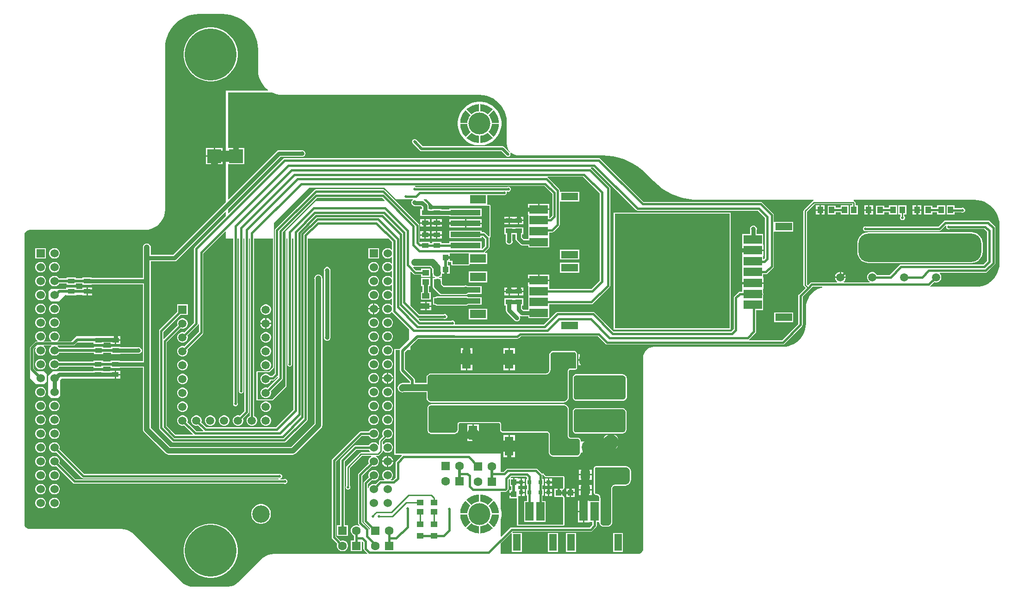
<source format=gtl>
G04*
G04 #@! TF.GenerationSoftware,Altium Limited,Altium Designer,21.3.2 (30)*
G04*
G04 Layer_Physical_Order=1*
G04 Layer_Color=255*
%FSTAX25Y25*%
%MOIN*%
G70*
G04*
G04 #@! TF.SameCoordinates,6DE20C06-5D1D-465E-9787-E79606FCF872*
G04*
G04*
G04 #@! TF.FilePolarity,Positive*
G04*
G01*
G75*
%ADD16C,0.01000*%
%ADD18R,0.04724X0.04331*%
%ADD19R,0.05118X0.04331*%
%ADD20R,0.05512X0.12205*%
%ADD21R,0.05906X0.13386*%
%ADD22R,0.03150X0.03150*%
%ADD23R,0.03937X0.03937*%
%ADD24R,0.03937X0.03937*%
%ADD25R,0.07150X0.05350*%
%ADD26R,0.06299X0.10236*%
%ADD27R,0.06299X0.13780*%
%ADD28R,0.16693X0.15000*%
%ADD29R,0.09252X0.06102*%
%ADD30R,0.05512X0.03937*%
%ADD31R,0.11811X0.06299*%
%ADD32R,0.21654X0.03937*%
%ADD33R,0.05118X0.03543*%
%ADD34R,0.12205X0.05512*%
%ADD35R,0.13386X0.05906*%
%ADD36C,0.05906*%
%ADD37R,0.04331X0.04724*%
%ADD38R,0.04331X0.05118*%
%ADD39R,0.09843X0.09843*%
%ADD77C,0.02000*%
%ADD78C,0.01500*%
%ADD79C,0.03000*%
%ADD80C,0.01968*%
%ADD81C,0.05000*%
%ADD82C,0.04000*%
%ADD83C,0.08000*%
%ADD84C,0.06000*%
%ADD85C,0.07874*%
%ADD86C,0.11000*%
%ADD87R,0.08661X0.08661*%
%ADD88R,0.82677X0.82677*%
%ADD89R,0.06299X0.06299*%
%ADD90C,0.06299*%
%ADD91R,0.05937X0.05937*%
%ADD92C,0.05937*%
%ADD93C,0.08268*%
G04:AMPARAMS|DCode=94|XSize=82.68mil|YSize=82.68mil|CornerRadius=20.67mil|HoleSize=0mil|Usage=FLASHONLY|Rotation=90.000|XOffset=0mil|YOffset=0mil|HoleType=Round|Shape=RoundedRectangle|*
%AMROUNDEDRECTD94*
21,1,0.08268,0.04134,0,0,90.0*
21,1,0.04134,0.08268,0,0,90.0*
1,1,0.04134,0.02067,0.02067*
1,1,0.04134,0.02067,-0.02067*
1,1,0.04134,-0.02067,-0.02067*
1,1,0.04134,-0.02067,0.02067*
%
%ADD94ROUNDEDRECTD94*%
%ADD95R,0.06024X0.06024*%
%ADD96C,0.06024*%
%ADD97C,0.15748*%
%ADD98C,0.12598*%
G04:AMPARAMS|DCode=99|XSize=885.83mil|YSize=204.72mil|CornerRadius=71.65mil|HoleSize=0mil|Usage=FLASHONLY|Rotation=180.000|XOffset=0mil|YOffset=0mil|HoleType=Round|Shape=RoundedRectangle|*
%AMROUNDEDRECTD99*
21,1,0.88583,0.06142,0,0,180.0*
21,1,0.74252,0.20472,0,0,180.0*
1,1,0.14331,-0.37126,0.03071*
1,1,0.14331,0.37126,0.03071*
1,1,0.14331,0.37126,-0.03071*
1,1,0.14331,-0.37126,-0.03071*
%
%ADD99ROUNDEDRECTD99*%
%ADD100C,0.37402*%
%ADD101C,0.03150*%
%ADD102C,0.02362*%
%ADD103C,0.01968*%
%ADD104C,0.02598*%
G36*
X0172255Y0504792D02*
X0175093Y0504309D01*
X0177859Y0503512D01*
X0180519Y0502411D01*
X0183039Y0501018D01*
X0185387Y0499352D01*
X0187533Y0497434D01*
X0189452Y0495287D01*
X0191118Y0492939D01*
X0192511Y0490419D01*
X0193612Y0487759D01*
X0194409Y0484993D01*
X0194892Y0482155D01*
X0195051Y0479322D01*
X0195042Y047928D01*
Y046459D01*
X0195024D01*
X0195178Y0462237D01*
X0195638Y0459924D01*
X0196396Y0457691D01*
X0197439Y0455576D01*
X0198749Y0453615D01*
X0200304Y0451842D01*
X0202077Y0450287D01*
X020224Y0450178D01*
X0202095Y04497D01*
X01719D01*
Y0369398D01*
X0133834Y0331332D01*
X0117811D01*
Y03366D01*
X0117716Y0337328D01*
X0117435Y0338006D01*
X0116988Y0338588D01*
X0116406Y0339035D01*
X0115728Y0339316D01*
X0115Y0339411D01*
X0114272Y0339316D01*
X0113594Y0339035D01*
X0113012Y0338588D01*
X0112565Y0338006D01*
X0112284Y0337328D01*
X0112189Y03366D01*
Y0329D01*
Y0314732D01*
X0075344D01*
Y0314959D01*
X0068651D01*
Y0314222D01*
X0063927D01*
Y0314959D01*
X0057234D01*
Y0314222D01*
X0051724D01*
X0051429Y0314733D01*
X0050722Y031544D01*
X0049855Y031594D01*
X0048889Y0316199D01*
X0047889D01*
X0046922Y031594D01*
X0046056Y031544D01*
X0045349Y0314733D01*
X0044849Y0313866D01*
X004459Y03129D01*
Y03119D01*
X0044849Y0310934D01*
X0045349Y0310067D01*
X0046056Y030936D01*
X0046922Y030886D01*
X0047889Y0308601D01*
X0048889D01*
X0049855Y030886D01*
X0050722Y030936D01*
X0051429Y0310067D01*
X0051724Y0310578D01*
X0057234D01*
Y0309841D01*
X0063927D01*
Y0310578D01*
X0068651D01*
Y0309841D01*
X0075344D01*
Y0310068D01*
X0112189D01*
Y0254732D01*
X0095572D01*
Y0254959D01*
X008888D01*
Y0254222D01*
X0083368D01*
Y0254959D01*
X0076675D01*
Y0254222D01*
X0051724D01*
X0051429Y0254733D01*
X0050722Y025544D01*
X0049855Y025594D01*
X0048889Y0256199D01*
X0047889D01*
X0046922Y025594D01*
X0046056Y025544D01*
X0045349Y0254733D01*
X0044849Y0253866D01*
X004459Y02529D01*
Y02519D01*
X0044849Y0250934D01*
X0045349Y0250067D01*
X0046056Y024936D01*
X0046922Y024886D01*
X0047889Y0248601D01*
X0048889D01*
X0049855Y024886D01*
X0050722Y024936D01*
X0051429Y0250067D01*
X0051724Y0250578D01*
X0076675D01*
Y0249841D01*
X0083368D01*
Y0250578D01*
X008888D01*
Y0249841D01*
X0095572D01*
Y0250068D01*
X0112189D01*
Y02055D01*
X0112188Y02055D01*
X0112284Y0204772D01*
X0112565Y0204094D01*
X0113012Y0203512D01*
X0128512Y0188012D01*
X0129094Y0187565D01*
X0129772Y0187284D01*
X01305Y0187188D01*
X01305Y0187189D01*
X02202D01*
X02202Y0187188D01*
X0220928Y0187284D01*
X0221606Y0187565D01*
X0222188Y0188012D01*
X0240588Y0206412D01*
X0241035Y0206994D01*
X0241316Y0207672D01*
X0241411Y02084D01*
X0241411Y02084D01*
Y03142D01*
X0241411Y03142D01*
X0241316Y0314928D01*
X0241035Y0315606D01*
X0240588Y0316188D01*
X0240588Y0316188D01*
X0240488Y0316288D01*
X0239906Y0316735D01*
X0239228Y0317016D01*
X02385Y0317111D01*
X0237772Y0317016D01*
X0237094Y0316735D01*
X0236512Y0316288D01*
X0236065Y0315706D01*
X0235784Y0315028D01*
X0235688Y03143D01*
X0235784Y0313572D01*
X0235788Y0313562D01*
Y0209565D01*
X0219035Y0192811D01*
X0131665D01*
X0117811Y0206665D01*
Y02526D01*
Y03124D01*
Y0326668D01*
X01348D01*
X0135693Y0326845D01*
X0136449Y0327351D01*
X0171438Y036234D01*
X01719Y0362148D01*
Y0359317D01*
X0149392Y0336808D01*
X0149052Y03363D01*
X0148933Y03357D01*
Y0282337D01*
X0142005Y0275409D01*
X0141181Y027563D01*
X0140192D01*
X0139237Y0275374D01*
X0138381Y027488D01*
X0137681Y027418D01*
X0137187Y0273324D01*
X0136931Y0272369D01*
Y027138D01*
X0137187Y0270424D01*
X0137681Y0269568D01*
X0138381Y0268869D01*
X0139237Y0268374D01*
X0140192Y0268118D01*
X0141181D01*
X0142136Y0268374D01*
X0142993Y0268869D01*
X0143692Y0269568D01*
X0144187Y0270424D01*
X0144443Y027138D01*
Y0272369D01*
X0144222Y0273192D01*
X0151608Y0280579D01*
X0151948Y0281087D01*
X0152032Y0281511D01*
X0152532Y0281462D01*
Y0275937D01*
X0142005Y0265409D01*
X0141181Y026563D01*
X0140192D01*
X0139237Y0265374D01*
X0138381Y0264879D01*
X0137681Y026418D01*
X0137187Y0263324D01*
X0136931Y0262368D01*
Y026138D01*
X0137187Y0260424D01*
X0137681Y0259568D01*
X0138381Y0258869D01*
X0139237Y0258374D01*
X0140192Y0258118D01*
X0141181D01*
X0142136Y0258374D01*
X0142993Y0258869D01*
X0143692Y0259568D01*
X0144187Y0260424D01*
X0144443Y026138D01*
Y0262368D01*
X0144222Y0263192D01*
X0155208Y0274179D01*
X0155548Y0274688D01*
X0155667Y0275287D01*
Y0332551D01*
X0171438Y0348321D01*
X01719Y034813D01*
Y0343D01*
X017722D01*
Y0224716D01*
X0177028Y0224252D01*
Y0223548D01*
X0177298Y0222896D01*
X0177796Y0222398D01*
X0178448Y0222128D01*
X0179152D01*
X0179804Y0222398D01*
X0180302Y0222896D01*
X0180572Y0223548D01*
Y0224252D01*
X0180355Y0224775D01*
Y0343D01*
X0181333D01*
Y0264623D01*
X0181333Y0264623D01*
Y0234045D01*
X0181128Y0233552D01*
Y0232848D01*
X0181398Y0232196D01*
X0181896Y0231698D01*
X0182548Y0231428D01*
X0183252D01*
X0183904Y0231698D01*
X0184402Y0232196D01*
X0184672Y0232848D01*
Y0233552D01*
X0184467Y0234045D01*
Y0264623D01*
X0184467Y0264623D01*
Y0343D01*
X0185345D01*
Y0218749D01*
X0182005Y0215409D01*
X0181181Y021563D01*
X0180192D01*
X0179237Y0215374D01*
X0178381Y0214879D01*
X0177681Y021418D01*
X0177187Y0213324D01*
X0176931Y0212368D01*
Y021138D01*
X0177187Y0210424D01*
X0177681Y0209568D01*
X0178381Y0208869D01*
X0179237Y0208374D01*
X0180192Y0208118D01*
X0181181D01*
X0182136Y0208374D01*
X0182993Y0208869D01*
X0183692Y0209568D01*
X0184187Y0210424D01*
X0184443Y021138D01*
Y0212368D01*
X0184222Y0213192D01*
X0188021Y0216992D01*
X0188361Y02175D01*
X018848Y02181D01*
Y0343D01*
X0189119D01*
Y0215306D01*
X0188381Y0214879D01*
X0187681Y021418D01*
X0187187Y0213324D01*
X0186931Y0212368D01*
Y021138D01*
X0187187Y0210424D01*
X0187681Y0209568D01*
X0188381Y0208869D01*
X0189237Y0208374D01*
X0190192Y0208118D01*
X0191181D01*
X0192136Y0208374D01*
X0192993Y0208869D01*
X0193692Y0209568D01*
X0194187Y0210424D01*
X0194443Y021138D01*
Y0212368D01*
X0194187Y0213324D01*
X0193692Y021418D01*
X0192993Y0214879D01*
X0192254Y0215306D01*
Y0343D01*
X0205697D01*
Y0250233D01*
X0202968Y0247503D01*
X01947D01*
X0194393Y0247442D01*
X0194132Y0247268D01*
X0193958Y0247007D01*
X0193897Y02467D01*
Y02271D01*
X0193958Y0226793D01*
X0194132Y0226532D01*
X0194393Y0226358D01*
X01947Y0226297D01*
X02053D01*
X02053Y0226297D01*
X0205607Y0226358D01*
X0205868Y0226532D01*
X0205868Y0226532D01*
X0215268Y0235932D01*
X0215442Y0236193D01*
X0215503Y02365D01*
Y0343D01*
X0216232D01*
Y0253345D01*
X0216028Y0252852D01*
Y0252148D01*
X0216298Y0251496D01*
X0216796Y0250998D01*
X0217448Y0250728D01*
X0218152D01*
X0218804Y0250998D01*
X0219302Y0251496D01*
X0219572Y0252148D01*
Y0252852D01*
X0219368Y0253345D01*
Y0343D01*
X0220532D01*
Y0219749D01*
X0207751Y0206967D01*
X015781D01*
X0154222Y0210556D01*
X0154443Y021138D01*
Y0212368D01*
X0154187Y0213324D01*
X0153692Y021418D01*
X0152993Y0214879D01*
X0152136Y0215374D01*
X0151181Y021563D01*
X0150192D01*
X0149237Y0215374D01*
X014838Y0214879D01*
X0147681Y021418D01*
X0147187Y0213324D01*
X0146931Y0212368D01*
Y021138D01*
X0147187Y0210424D01*
X0147681Y0209568D01*
X014838Y0208869D01*
X0149237Y0208374D01*
X0150192Y0208118D01*
X0151181D01*
X0152005Y0208339D01*
X0155676Y0204667D01*
X0155469Y0204168D01*
X015061D01*
X0144222Y0210556D01*
X0144443Y021138D01*
Y0212368D01*
X0144187Y0213324D01*
X0143692Y021418D01*
X0142993Y0214879D01*
X0142136Y0215374D01*
X0141181Y021563D01*
X0140192D01*
X0139237Y0215374D01*
X0138381Y0214879D01*
X0137681Y021418D01*
X0137187Y0213324D01*
X0136931Y0212368D01*
Y021138D01*
X0137187Y0210424D01*
X0137681Y0209568D01*
X0138381Y0208869D01*
X0139237Y0208374D01*
X0140192Y0208118D01*
X0141181D01*
X0142005Y0208339D01*
X0148214Y020213D01*
X0148023Y0201667D01*
X0135649D01*
X0129268Y0208049D01*
Y0268238D01*
X0139368Y0278339D01*
X0140192Y0278118D01*
X0141181D01*
X0142136Y0278374D01*
X0142993Y0278869D01*
X0143692Y0279568D01*
X0144187Y0280424D01*
X0144443Y028138D01*
Y0282368D01*
X0144187Y0283324D01*
X0143692Y028418D01*
X0142993Y0284879D01*
X0142136Y0285374D01*
X0141181Y028563D01*
X0140192D01*
X0139237Y0285374D01*
X0138381Y0284879D01*
X0137681Y028418D01*
X0137187Y0283324D01*
X0136931Y0282368D01*
Y028138D01*
X0137152Y0280556D01*
X012733Y0270734D01*
X0126867Y0270925D01*
Y0275838D01*
X0139148Y0288118D01*
X0144443D01*
Y029563D01*
X0136931D01*
Y0290335D01*
X0124192Y0277596D01*
X0123852Y0277087D01*
X0123732Y0276487D01*
Y0206565D01*
X0123852Y0205965D01*
X0124192Y0205457D01*
X0133157Y0196492D01*
X0133665Y0196152D01*
X0134265Y0196033D01*
X0214D01*
X02146Y0196152D01*
X0215108Y0196492D01*
X0230383Y0211766D01*
X0230723Y0212275D01*
X0230842Y0212875D01*
Y0343D01*
X0289283D01*
X0291633Y0340651D01*
Y0335237D01*
X0291132Y0335029D01*
X0290722Y033544D01*
X0289855Y033594D01*
X0288889Y0336199D01*
X0287889D01*
X0286923Y033594D01*
X0286056Y033544D01*
X0285349Y0334733D01*
X0284849Y0333866D01*
X028459Y03329D01*
Y03319D01*
X0284849Y0330934D01*
X0285349Y0330067D01*
X0286056Y032936D01*
X0286923Y032886D01*
X0287889Y0328601D01*
X0288889D01*
X0289855Y032886D01*
X0290722Y032936D01*
X0291132Y0329771D01*
X0291633Y0329563D01*
Y0325237D01*
X0291132Y0325029D01*
X0290722Y032544D01*
X0289855Y032594D01*
X0288889Y0326199D01*
X0287889D01*
X0286923Y032594D01*
X0286056Y032544D01*
X0285349Y0324733D01*
X0284849Y0323866D01*
X028459Y03229D01*
Y03219D01*
X0284849Y0320934D01*
X0285349Y0320067D01*
X0286056Y031936D01*
X0286923Y031886D01*
X0287889Y0318601D01*
X0288889D01*
X0289855Y031886D01*
X0290722Y031936D01*
X0291132Y0319771D01*
X0291633Y0319564D01*
Y0315236D01*
X0291132Y0315029D01*
X0290722Y031544D01*
X0289855Y031594D01*
X0288889Y0316199D01*
X0287889D01*
X0286923Y031594D01*
X0286056Y031544D01*
X0285349Y0314733D01*
X0284849Y0313866D01*
X028459Y03129D01*
Y03119D01*
X0284849Y0310934D01*
X0285349Y0310067D01*
X0286056Y030936D01*
X0286923Y030886D01*
X0287889Y0308601D01*
X0288889D01*
X0289855Y030886D01*
X0290722Y030936D01*
X0291132Y0309771D01*
X0291633Y0309563D01*
Y0305237D01*
X0291132Y0305029D01*
X0290722Y030544D01*
X0289855Y030594D01*
X0288889Y0306199D01*
X0287889D01*
X0286923Y030594D01*
X0286056Y030544D01*
X0285349Y0304733D01*
X0284849Y0303866D01*
X028459Y03029D01*
Y03019D01*
X0284849Y0300934D01*
X0285349Y0300067D01*
X0286056Y029936D01*
X0286923Y029886D01*
X0287889Y0298601D01*
X0288889D01*
X0289855Y029886D01*
X0290722Y029936D01*
X0291132Y0299771D01*
X0291633Y0299564D01*
Y0295236D01*
X0291132Y0295029D01*
X0290722Y029544D01*
X0289855Y029594D01*
X0288889Y0296199D01*
X0287889D01*
X0286923Y029594D01*
X0286056Y029544D01*
X0285349Y0294733D01*
X0284849Y0293866D01*
X028459Y02929D01*
Y02919D01*
X0284849Y0290934D01*
X0285349Y0290067D01*
X0286056Y028936D01*
X0286923Y028886D01*
X0287889Y0288601D01*
X0288889D01*
X0289855Y028886D01*
X0290722Y028936D01*
X0291263Y0289901D01*
X029137Y0289923D01*
X0291791Y0289869D01*
X0291868Y0289827D01*
X0292092Y0289492D01*
X0304Y0277583D01*
Y02705D01*
X0297Y02635D01*
X02933D01*
Y02574D01*
Y0187D01*
X0298376D01*
X0298583Y01865D01*
X0294592Y0182508D01*
X0294252Y0182D01*
X0294132Y01814D01*
Y0170649D01*
X0292308Y0168825D01*
X0290796D01*
X0290662Y0169325D01*
X0290722Y016936D01*
X0291429Y0170067D01*
X0291929Y0170934D01*
X0292188Y01719D01*
Y01729D01*
X0291929Y0173866D01*
X0291429Y0174733D01*
X0290722Y017544D01*
X0289855Y017594D01*
X0288889Y0176199D01*
X0287889D01*
X0286923Y017594D01*
X0286056Y017544D01*
X0285349Y0174733D01*
X0284849Y0173866D01*
X028459Y01729D01*
Y01719D01*
X0284849Y0170934D01*
X0285349Y0170067D01*
X0286056Y016936D01*
X0286116Y0169325D01*
X0285982Y0168825D01*
X0283247D01*
X0282647Y0168706D01*
X0282138Y0168366D01*
X0279743Y0165971D01*
X0278889Y0166199D01*
X0277889D01*
X0276922Y016594D01*
X0276056Y016544D01*
X0275349Y0164733D01*
X0274849Y0163866D01*
X0274668Y016319D01*
X0274167Y0163256D01*
Y0165962D01*
X0277035Y016883D01*
X0277889Y0168601D01*
X0278889D01*
X0279855Y016886D01*
X0280722Y016936D01*
X0281429Y0170067D01*
X0281929Y0170934D01*
X0282188Y01719D01*
Y01729D01*
X0281929Y0173866D01*
X0281429Y0174733D01*
X0280722Y017544D01*
X0279855Y017594D01*
X0278889Y0176199D01*
X0277889D01*
X0276922Y017594D01*
X0276056Y017544D01*
X0275349Y0174733D01*
X0274849Y0173866D01*
X027459Y01729D01*
Y01719D01*
X0274818Y0171046D01*
X0271492Y0167719D01*
X0271152Y0167211D01*
X0271033Y0166611D01*
Y01393D01*
X0271152Y01387D01*
X0271492Y0138192D01*
X0275463Y013422D01*
Y0133311D01*
X0274968Y01333D01*
X0274848Y01339D01*
X0274508Y0134408D01*
X0270167Y0138749D01*
Y0171962D01*
X0277035Y017883D01*
X0277889Y0178601D01*
X0278889D01*
X0279855Y017886D01*
X0280722Y017936D01*
X0281429Y0180067D01*
X0281929Y0180934D01*
X0282188Y01819D01*
Y01829D01*
X0281929Y0183866D01*
X0281429Y0184733D01*
X0280722Y018544D01*
X028012Y0185787D01*
X0280254Y0186287D01*
X02814D01*
X0281902Y0186387D01*
X0282328Y0186672D01*
X0284528Y0188872D01*
X0284813Y0189298D01*
X0284913Y01898D01*
Y0189913D01*
X0285413Y0190004D01*
X0286056Y018936D01*
X0286923Y018886D01*
X0287889Y0188601D01*
X0288889D01*
X0289855Y018886D01*
X0290722Y018936D01*
X0291429Y0190067D01*
X0291929Y0190934D01*
X0292188Y01919D01*
Y01929D01*
X0291929Y0193866D01*
X0291429Y0194733D01*
X0290722Y019544D01*
X0289855Y019594D01*
X0288889Y0196199D01*
X0287889D01*
X0286923Y019594D01*
X0286056Y019544D01*
X0285413Y0194797D01*
X0284913Y0194887D01*
Y0196656D01*
X0287075Y0198819D01*
X0287889Y0198601D01*
X0288889D01*
X0289855Y019886D01*
X0290722Y019936D01*
X0291429Y0200067D01*
X0291929Y0200934D01*
X0292188Y02019D01*
Y02029D01*
X0291929Y0203866D01*
X0291429Y0204733D01*
X0290722Y020544D01*
X0289855Y020594D01*
X0288889Y0206199D01*
X0287889D01*
X0286923Y020594D01*
X0286056Y020544D01*
X0285349Y0204733D01*
X0284849Y0203866D01*
X028459Y02029D01*
Y02019D01*
X0284849Y0200934D01*
X0285079Y0200535D01*
X0282672Y0198128D01*
X0282387Y0197702D01*
X0282287Y01972D01*
Y0194246D01*
X0281787Y0194112D01*
X0281429Y0194733D01*
X0280722Y019544D01*
X0279855Y019594D01*
X0278889Y0196199D01*
X0277889D01*
X0276922Y019594D01*
X0276056Y019544D01*
X0275349Y0194733D01*
X0274907Y0193967D01*
X02651D01*
X02645Y0193848D01*
X0263992Y0193508D01*
X0254792Y0184308D01*
X0254452Y01838D01*
X0254332Y01832D01*
Y0136437D01*
X0251963D01*
Y0128563D01*
X0259837D01*
Y0136437D01*
X0257468D01*
Y0182551D01*
X0265749Y0190832D01*
X0274907D01*
X0275349Y0190067D01*
X0276004Y0189413D01*
X0275929Y0188913D01*
X02693D01*
X0268798Y0188813D01*
X0268372Y0188528D01*
X0258972Y0179128D01*
X0258687Y0178702D01*
X0258587Y01782D01*
Y0164993D01*
X0258398Y0164804D01*
X0258128Y0164152D01*
Y0163448D01*
X0258398Y0162796D01*
X0258896Y0162298D01*
X0259548Y0162028D01*
X0260252D01*
X0260904Y0162298D01*
X0261402Y0162796D01*
X0261672Y0163448D01*
Y0164152D01*
X0261402Y0164804D01*
X0261213Y0164993D01*
Y0177656D01*
X0269844Y0186287D01*
X0276524D01*
X0276658Y0185787D01*
X0276056Y018544D01*
X0275349Y0184733D01*
X0274849Y0183866D01*
X027459Y01829D01*
Y01819D01*
X0274818Y0181046D01*
X0267492Y0173719D01*
X0267152Y0173211D01*
X0267033Y0172611D01*
Y01381D01*
X0267152Y01375D01*
X0267492Y0136992D01*
X0268171Y0136312D01*
X0267864Y0135912D01*
X026742Y0136169D01*
X0266418Y0136437D01*
X0265382D01*
X026438Y0136169D01*
X0263483Y013565D01*
X026275Y0134917D01*
X0262231Y013402D01*
X0261963Y0133018D01*
Y0131982D01*
X0262231Y013098D01*
X026275Y0130083D01*
X0263483Y012935D01*
X0264333Y0128859D01*
Y0125437D01*
X0261963D01*
Y0117563D01*
X0269837D01*
Y0124493D01*
X0270299Y0124684D01*
X0270933Y0124051D01*
Y01195D01*
X0271052Y01189D01*
X0271392Y0118392D01*
X0273726Y0116058D01*
X0273518Y0115558D01*
X02065D01*
Y0115578D01*
X0204443Y0115416D01*
X0202437Y0114934D01*
X0200531Y0114145D01*
X0198771Y0113067D01*
X0197202Y0111727D01*
X0197217Y0111712D01*
X0181471Y0095966D01*
X0180505Y0095001D01*
X0180469Y0094947D01*
X0178993Y0093735D01*
X0177252Y0092805D01*
X0175364Y0092232D01*
X0173463Y0092045D01*
X01734Y0092058D01*
X0148D01*
X0147985Y0092055D01*
X0146276Y0092189D01*
X0144595Y0092593D01*
X0142998Y0093254D01*
X0141524Y0094158D01*
X0140221Y009527D01*
X0140212Y0095284D01*
X0105783Y0129712D01*
X0105798Y0129727D01*
X0104229Y0131067D01*
X010247Y0132145D01*
X0100563Y0132934D01*
X0098557Y0133416D01*
X00965Y0133578D01*
Y0133558D01*
X00307D01*
X0030688Y0133555D01*
X0029679Y0133688D01*
X0028727Y0134082D01*
X0027909Y013471D01*
X0027282Y0135527D01*
X0026888Y0136479D01*
X0026755Y0137488D01*
X0026758Y01375D01*
Y01424D01*
Y03455D01*
X0026756Y034551D01*
X0026886Y0346495D01*
X002727Y0347423D01*
X0027881Y0348219D01*
X0028677Y034883D01*
X0029605Y0349215D01*
X003059Y0349344D01*
X00306Y0349342D01*
X0113525D01*
Y0349318D01*
X0115802Y0349497D01*
X0118024Y035003D01*
X0120134Y0350904D01*
X0122082Y0352098D01*
X0123819Y0353581D01*
X0125302Y0355318D01*
X0126496Y0357266D01*
X012737Y0359377D01*
X0127903Y0361598D01*
X0128082Y0363875D01*
X0128058D01*
Y0480289D01*
X0128051Y0480325D01*
X0128204Y0483051D01*
X0128667Y0485777D01*
X0129432Y0488435D01*
X0130491Y049099D01*
X0131829Y049341D01*
X0133429Y0495666D01*
X0135272Y0497728D01*
X0137334Y0499571D01*
X013959Y0501171D01*
X014201Y0502509D01*
X0144565Y0503568D01*
X0147223Y0504333D01*
X0149949Y0504796D01*
X0152675Y0504949D01*
X0152711Y0504942D01*
X016938D01*
X0169422Y0504951D01*
X0172255Y0504792D01*
D02*
G37*
G36*
X0206153Y0447934D02*
X0208386Y0447176D01*
X0210699Y0446716D01*
X0213052Y0446562D01*
Y044658D01*
X03547D01*
X0354746Y0446589D01*
X0357252Y0446425D01*
X0359761Y0445926D01*
X0362183Y0445104D01*
X0364477Y0443972D01*
X0366604Y0442551D01*
X0368527Y0440865D01*
X0370214Y0438942D01*
X0371635Y0436815D01*
X0372766Y0434521D01*
X0373588Y0432099D01*
X0374087Y042959D01*
X0374252Y0427084D01*
X0374242Y0427038D01*
Y04116D01*
X0374221D01*
X0374388Y0409907D01*
X0374882Y0408279D01*
X0375683Y0406778D01*
X0376495Y040579D01*
X0376124Y0405454D01*
X0372489Y0409089D01*
X0371897Y0409484D01*
X03712Y0409622D01*
X03712Y0409622D01*
X0313755D01*
X0309089Y0414289D01*
X0308872Y0414433D01*
X0308804Y0414502D01*
X0308714Y0414539D01*
X0308497Y0414684D01*
X0308242Y0414735D01*
X0308152Y0414772D01*
X0308055D01*
X03078Y0414822D01*
X0307545Y0414772D01*
X0307448D01*
X0307358Y0414735D01*
X0307103Y0414684D01*
X0306886Y0414539D01*
X0306796Y0414502D01*
X0306728Y0414433D01*
X0306511Y0414289D01*
X0306367Y0414072D01*
X0306298Y0414004D01*
X0306261Y0413914D01*
X0306116Y0413697D01*
X0306066Y0413442D01*
X0306028Y0413352D01*
Y0413255D01*
X0305978Y0413D01*
X0306028Y0412745D01*
Y0412648D01*
X0306066Y0412558D01*
X0306116Y0412303D01*
X0306261Y0412086D01*
X0306298Y0411996D01*
X0306367Y0411928D01*
X0306511Y0411711D01*
X0311711Y0406511D01*
X0312303Y0406116D01*
X0313Y0405978D01*
X0313Y0405978D01*
X0370445D01*
X0373911Y0402511D01*
X0374128Y0402367D01*
X0374196Y0402298D01*
X0374286Y0402261D01*
X0374503Y0402116D01*
X0374758Y0402066D01*
X0374848Y0402028D01*
X0374945D01*
X03752Y0401978D01*
X0375455Y0402028D01*
X0375552D01*
X0375642Y0402066D01*
X0375897Y0402116D01*
X0376114Y0402261D01*
X0376204Y0402298D01*
X0376272Y0402367D01*
X0376489Y0402511D01*
X0376633Y0402728D01*
X0376702Y0402796D01*
X0376739Y0402886D01*
X0376884Y0403103D01*
X0376935Y0403358D01*
X0376972Y0403448D01*
Y0403545D01*
X0377022Y04038D01*
X0376972Y0404055D01*
Y0404152D01*
X0376935Y0404242D01*
X0376884Y0404497D01*
X0376739Y0404714D01*
X0376702Y0404804D01*
X037672Y0404851D01*
X0377313Y0405011D01*
X0378078Y0404384D01*
X0379579Y0403581D01*
X0381207Y0403088D01*
X03829Y0402921D01*
Y0402942D01*
X0417922Y0402942D01*
X0443366Y0402942D01*
X0443416Y0402952D01*
X0447196Y0402787D01*
X0450996Y0402287D01*
X0454739Y0401457D01*
X0458395Y0400305D01*
X0461936Y0398838D01*
X0465337Y0397068D01*
X0468569Y0395008D01*
X0471611Y0392674D01*
X04744Y0390119D01*
X0474428Y0390076D01*
X048018Y0384324D01*
X048018Y0384324D01*
X0480164Y0384308D01*
X0483104Y0381614D01*
X0486268Y0379186D01*
X0489631Y0377043D01*
X0493168Y0375202D01*
X0496852Y0373676D01*
X0500656Y0372477D01*
X0504549Y0371614D01*
X0508503Y0371093D01*
X0512487Y0370919D01*
Y0370942D01*
X0595197D01*
X0595246Y0370442D01*
X0595098Y0370413D01*
X0594672Y0370128D01*
X0588372Y0363828D01*
X0588087Y0363402D01*
X0587987Y03629D01*
Y03095D01*
X0588087Y0308998D01*
X0588372Y0308572D01*
X0589413Y030753D01*
X0584692Y0302808D01*
X0584352Y03023D01*
X0584233Y03017D01*
Y0281549D01*
X0572463Y026978D01*
X0548993D01*
X0548842Y027028D01*
X0549008Y0270392D01*
X0553408Y0274792D01*
X0553748Y02753D01*
X0553867Y02759D01*
Y0291535D01*
X0558961D01*
Y0299016D01*
X0558961D01*
Y029941D01*
X0558961D01*
Y0302711D01*
X0559048Y030315D01*
X0558961Y0303588D01*
X0558961Y0306659D01*
X0559173Y0307071D01*
X0559173Y0307302D01*
Y0310524D01*
X055148D01*
X0543787D01*
Y0307302D01*
X0543787Y0307071D01*
X0544Y0306659D01*
X0544Y0304717D01*
X054215D01*
X054155Y0304598D01*
X0541041Y0304258D01*
X0538192Y0301408D01*
X0537852Y03009D01*
X0537733Y03003D01*
Y0277749D01*
X0535951Y0275968D01*
X0451249D01*
X0437508Y0289708D01*
X0437Y0290048D01*
X04364Y0290167D01*
X04108D01*
X04102Y0290048D01*
X0409692Y0289708D01*
X0400951Y0280967D01*
X0337126D01*
X0336814Y0281468D01*
X0336972Y0281848D01*
Y0282552D01*
X0336702Y0283204D01*
X0336204Y0283702D01*
X0335552Y0283972D01*
X0334848D01*
X0334355Y0283768D01*
X0311749D01*
X0310727Y028479D01*
X0310934Y028529D01*
X0328797D01*
X032929Y0285086D01*
X0329995D01*
X0330646Y0285355D01*
X0331144Y0285854D01*
X0331414Y0286505D01*
Y028721D01*
X0331144Y0287861D01*
X0330646Y0288359D01*
X0329995Y0288629D01*
X032929D01*
X0328797Y0288425D01*
X0311092D01*
X0305Y0294517D01*
Y031893D01*
X0305462Y0319121D01*
X0307188Y0317395D01*
X0307696Y0317056D01*
X0308296Y0316936D01*
X0312638D01*
Y0315551D01*
X0319331D01*
Y0321457D01*
X0312638D01*
Y0320072D01*
X0308945D01*
X0306821Y0322196D01*
X0307055Y0322669D01*
X03077Y0322584D01*
X031925D01*
X0320677Y0321157D01*
Y0318366D01*
X0320706Y0318151D01*
Y0315354D01*
X032259D01*
X0322618Y0315343D01*
X0322685Y0314774D01*
X0322438Y0314567D01*
X0320706D01*
Y0308661D01*
X0320835D01*
X0320908Y0308105D01*
X0321239Y0307306D01*
X0321766Y0306619D01*
X032503Y0303355D01*
X0325717Y0302829D01*
X0326517Y0302497D01*
X0327375Y0302384D01*
X0344322D01*
X034518Y0302497D01*
X034598Y0302829D01*
X0346398Y030315D01*
X0356142D01*
Y0308661D01*
X0346336D01*
X0346185Y0308777D01*
X0345386Y0309108D01*
X0344528Y0309221D01*
X0343669Y0309108D01*
X0343446Y0309016D01*
X0328748D01*
X0327427Y0310337D01*
Y0311555D01*
X0327398Y0311771D01*
Y0314567D01*
X0325514D01*
X0325487Y0314578D01*
X0325419Y0315147D01*
X0325666Y0315354D01*
X0327398D01*
Y0317831D01*
X0333068D01*
Y0323768D01*
X0331906D01*
Y0326453D01*
X0332406Y0326474D01*
X0332501Y0326332D01*
X0332761Y0326158D01*
X0333068Y0326097D01*
X0334297D01*
Y03244D01*
X0334358Y0324093D01*
X0334532Y0323832D01*
X0334793Y0323658D01*
X03351Y0323597D01*
X0346459D01*
X0346562Y0323618D01*
X0346666Y0323624D01*
X0346714Y0323648D01*
X0346766Y0323658D01*
X0346853Y0323716D01*
X0346947Y0323762D01*
X0346982Y0323802D01*
X0347027Y0323832D01*
X0347085Y0323919D01*
X0347154Y0323997D01*
X0347388Y03244D01*
X0347405Y0324451D01*
X0347435Y0324496D01*
X0347455Y0324598D01*
X0347489Y0324697D01*
X0347974Y0324803D01*
X0360079D01*
Y0332677D01*
X0358801D01*
X0358594Y0333177D01*
X0361308Y0335892D01*
X0361648Y03364D01*
X0361768Y0337D01*
Y0343526D01*
X0361722Y0343754D01*
X0362107Y0344057D01*
X0362214Y0344129D01*
X0362326Y0344193D01*
X0362344Y0344215D01*
X0362368Y0344231D01*
X0362439Y0344338D01*
X0362518Y034444D01*
X0362526Y0344468D01*
X0362542Y0344492D01*
X0362567Y0344618D01*
X0362601Y0344742D01*
X0362597Y0344771D01*
X0362603Y0344799D01*
Y03666D01*
X0362542Y0366907D01*
X0362368Y0367168D01*
X0362107Y0367342D01*
X03618Y0367403D01*
X0360079D01*
Y0374533D01*
X0371655D01*
X0372148Y0374328D01*
X0372852D01*
X0373504Y0374598D01*
X0374002Y0375096D01*
X0374272Y0375748D01*
Y0376452D01*
X0374195Y0376638D01*
X0374365Y0376894D01*
X0374576Y0377024D01*
X0375048Y0376828D01*
X0375752D01*
X0376404Y0377098D01*
X0376902Y0377596D01*
X0377172Y0378248D01*
Y0378952D01*
X0376902Y0379604D01*
X0376404Y0380102D01*
X0375752Y0380372D01*
X0375048D01*
X0374607Y0380189D01*
X0308716D01*
X0308704Y0380202D01*
X0308147Y0380433D01*
X0308246Y0380932D01*
X0401351D01*
X0407045Y0375238D01*
Y0359662D01*
X040525Y0357867D01*
X0404732D01*
X0404732Y0359809D01*
X0404945Y0360221D01*
X0404945Y0360451D01*
Y0363673D01*
X0397252D01*
X0389559D01*
Y0360451D01*
X0389559Y0360221D01*
X0389772Y0359809D01*
X0389772Y035972D01*
Y0352559D01*
X0389772D01*
Y0352165D01*
X0389772D01*
Y0344791D01*
X0389772Y0344685D01*
Y0344291D01*
X0389772Y0344185D01*
Y0342883D01*
X0386415D01*
X0385114Y0344184D01*
Y0346063D01*
X0386128D01*
Y0351181D01*
X0379435D01*
Y0351181D01*
X0379286D01*
Y0351181D01*
X0372593D01*
Y0346063D01*
X0373639D01*
Y0341473D01*
X0373638Y034147D01*
Y034053D01*
X0373997Y0339662D01*
X0374662Y0338997D01*
X037553Y0338638D01*
X037647D01*
X0377338Y0338997D01*
X0378003Y0339662D01*
X0378362Y034053D01*
Y034147D01*
X0378304Y0341611D01*
Y0346063D01*
X0379286D01*
Y0346063D01*
X0379435D01*
Y0346063D01*
X038045D01*
Y0343218D01*
X0380627Y0342326D01*
X0381133Y0341569D01*
X03838Y0338902D01*
X0384556Y0338397D01*
X0385449Y0338219D01*
X0389772D01*
Y0336811D01*
X0404732D01*
Y0344185D01*
X0404732Y0344291D01*
Y0344685D01*
X0404732Y0344791D01*
Y0347449D01*
X0407016D01*
X0407616Y0347568D01*
X0408125Y0347908D01*
X0412008Y0351792D01*
X0412348Y03523D01*
X0412467Y03529D01*
Y0369243D01*
X0412606Y0369685D01*
X0412967Y0369685D01*
X0426386D01*
Y0376772D01*
X0412967D01*
X0412606Y0376772D01*
X0412467Y0377214D01*
Y03777D01*
X0412348Y03783D01*
X0412008Y0378808D01*
X0403808Y0387008D01*
X0403623Y0387133D01*
X0403774Y0387632D01*
X0429251D01*
X0441132Y0375751D01*
Y0312649D01*
X0435169Y0306686D01*
X0404732D01*
X0404732Y0308628D01*
X0404945Y0309039D01*
X0404945Y030927D01*
Y0312492D01*
X0397252D01*
X0389559D01*
Y030927D01*
X0389559Y0309039D01*
X0389772Y0308628D01*
X0389772Y0308539D01*
Y0301378D01*
X0389772D01*
Y0300984D01*
X0389772D01*
Y029361D01*
X0389772Y0293504D01*
Y029311D01*
X0389772Y0293004D01*
Y0291702D01*
X0386035D01*
X0385114Y0292623D01*
Y0294882D01*
X0386128D01*
Y03D01*
X0379435D01*
Y03D01*
X0379286D01*
Y03D01*
X0372593D01*
Y0294882D01*
X0373587D01*
Y029138D01*
X0373765Y0290488D01*
X0374271Y0289731D01*
X0379467Y0284534D01*
X0379497Y0284462D01*
X0380162Y0283797D01*
X038103Y0283438D01*
X038197D01*
X0382838Y0283797D01*
X0383503Y0284462D01*
X0383862Y028533D01*
Y028627D01*
X0383545Y0287036D01*
X0383847Y0287375D01*
X0383892Y0287406D01*
X0384177Y0287215D01*
X0385069Y0287038D01*
X0389772D01*
Y028563D01*
X0404732D01*
Y0293004D01*
X0404732Y029311D01*
Y0293504D01*
X0404732Y029361D01*
Y0295677D01*
X0435244D01*
X0435844Y0295796D01*
X0436352Y0296136D01*
X0448308Y0308092D01*
X0448648Y03086D01*
X0448768Y03092D01*
Y03793D01*
X0448648Y03799D01*
X0448308Y0380408D01*
X0435308Y0393408D01*
X0434823Y0393733D01*
X0434817Y039377D01*
X0434995Y0394233D01*
X0436651D01*
X0467292Y0363592D01*
X04678Y0363252D01*
X04684Y0363133D01*
X0555251D01*
X0560332Y0358051D01*
Y0328949D01*
X0559461Y0328078D01*
X0558961Y0328233D01*
X0558961Y0330281D01*
X0559173Y0330693D01*
X0559173Y0330924D01*
Y0334146D01*
X055148D01*
X0543787D01*
Y0330924D01*
X0543787Y0330693D01*
X0544Y0330281D01*
X0544Y0330193D01*
Y0323032D01*
X0544D01*
Y0322638D01*
X0544D01*
X0544Y0315388D01*
X0543787Y0314976D01*
X0543787Y0314746D01*
Y0311524D01*
X055148D01*
X0559173D01*
Y0314746D01*
X0559173Y0314976D01*
X0558961Y0315388D01*
X0558961Y031733D01*
X0560898D01*
X0561497Y0317449D01*
X0562006Y0317789D01*
X0566208Y0321992D01*
X0566548Y03225D01*
X0566668Y03231D01*
Y0347601D01*
X0566835Y0348032D01*
X0567168Y0348032D01*
X0580614D01*
Y0355118D01*
X0567168D01*
X0566835Y0355118D01*
X0566668Y0355549D01*
Y03599D01*
X0566548Y03605D01*
X0566208Y0361008D01*
X0558208Y0369008D01*
X05577Y0369348D01*
X05571Y0369467D01*
X0472749D01*
X0441608Y0400608D01*
X04411Y0400948D01*
X04405Y0401067D01*
X02143D01*
X02137Y0400948D01*
X0213192Y0400608D01*
X0173862Y0361279D01*
X01734Y036147D01*
Y0364302D01*
X0211166Y0402068D01*
X0226258D01*
X022633Y0402038D01*
X022727D01*
X0228138Y0402397D01*
X0228803Y0403062D01*
X0229162Y040393D01*
Y040487D01*
X0228803Y0405738D01*
X0228138Y0406403D01*
X022727Y0406762D01*
X022633D01*
X0226258Y0406732D01*
X02102D01*
X0209308Y0406555D01*
X0208551Y0406049D01*
X0173862Y037136D01*
X01734Y0371551D01*
Y0396579D01*
X0185221D01*
Y0408421D01*
X01734D01*
Y04484D01*
X0205208D01*
X0206153Y0447934D01*
D02*
G37*
G36*
X0713469Y0370796D02*
X0715798Y0370333D01*
X0718046Y036957D01*
X0720176Y036852D01*
X072215Y03672D01*
X0723935Y0365635D01*
X07255Y036385D01*
X072682Y0361876D01*
X072787Y0359746D01*
X0728633Y0357498D01*
X0729096Y0355169D01*
X0729249Y0352835D01*
X0729242Y03528D01*
Y0325283D01*
X0729247Y0325258D01*
X0729103Y032306D01*
X0728669Y0320875D01*
X0727953Y0318765D01*
X0726967Y0316767D01*
X0725729Y0314915D01*
X072426Y031324D01*
X0722585Y0311771D01*
X0720733Y0310533D01*
X0718735Y0309547D01*
X0716625Y0308831D01*
X071444Y0308397D01*
X0712242Y0308253D01*
X0712217Y0308258D01*
X0679474D01*
X0679322Y0308758D01*
X0679373Y0308792D01*
X068225Y0311669D01*
X0683064Y0311451D01*
X0684048D01*
X0685Y0311706D01*
X0685852Y0312198D01*
X0686549Y0312895D01*
X0687041Y0313748D01*
X0687296Y0314699D01*
Y0315684D01*
X0687041Y0316635D01*
X0686549Y0317488D01*
X0686104Y0317933D01*
X0686311Y0318432D01*
X07192D01*
X07198Y0318552D01*
X0720308Y0318892D01*
X0725808Y0324392D01*
X0726148Y03249D01*
X0726267Y03255D01*
Y03508D01*
X0726148Y03514D01*
X0725808Y0351908D01*
X0722108Y0355608D01*
X07216Y0355948D01*
X0721Y0356067D01*
X06903D01*
X06897Y0355948D01*
X0689192Y0355608D01*
X0685251Y0351667D01*
X0633445D01*
X0632952Y0351872D01*
X0632248D01*
X0631596Y0351602D01*
X0631098Y0351104D01*
X0630828Y0350452D01*
Y0349748D01*
X0631098Y0349096D01*
X0631596Y0348598D01*
X0632248Y0348328D01*
X0632952D01*
X0633445Y0348533D01*
X06859D01*
X06865Y0348652D01*
X0687008Y0348992D01*
X0690412Y0352395D01*
X0690836Y0352112D01*
X0690728Y0351852D01*
Y0351148D01*
X0690998Y0350496D01*
X0691496Y0349998D01*
X0692148Y0349728D01*
X0692852D01*
X0693345Y0349933D01*
X0718351D01*
X0720232Y0348051D01*
Y0326949D01*
X0717651Y0324367D01*
X06583D01*
X06577Y0324248D01*
X0657192Y0323908D01*
X0650042Y0316759D01*
X0641038D01*
X0640617Y0317488D01*
X0639921Y0318184D01*
X0639068Y0318677D01*
X0638117Y0318932D01*
X0637132D01*
X063618Y0318677D01*
X0635328Y0318184D01*
X0634631Y0317488D01*
X0634139Y0316635D01*
X0633884Y0315684D01*
Y0314699D01*
X0634139Y0313748D01*
X0634631Y0312895D01*
X0635328Y0312198D01*
X0635728Y0311967D01*
X0635594Y0311468D01*
X0617114D01*
X061698Y0311967D01*
X0617085Y0312028D01*
X0617821Y0312764D01*
X0618342Y0313666D01*
X0618611Y0314671D01*
Y0314691D01*
X0614658D01*
X0610706D01*
Y0314671D01*
X0610975Y0313666D01*
X0611495Y0312764D01*
X0612231Y0312028D01*
X0612336Y0311967D01*
X0612203Y0311468D01*
X0594D01*
X05934Y0311348D01*
X0592892Y0311008D01*
X059127Y0309387D01*
X0590613Y0310044D01*
Y0362356D01*
X0596144Y0367887D01*
X0623029D01*
Y0367046D01*
X0621389D01*
Y0360353D01*
X0627295D01*
Y0367046D01*
X0625655D01*
Y0368614D01*
X0625555Y0369116D01*
X062527Y0369542D01*
X0624684Y0370128D01*
X0624259Y0370413D01*
X062411Y0370442D01*
X0624159Y0370942D01*
X07111D01*
X0711135Y0370949D01*
X0713469Y0370796D01*
D02*
G37*
G36*
X02945Y03714D02*
X0306556D01*
X0306659Y0370915D01*
X0306659Y03709D01*
X0305997Y0370238D01*
X0305638Y036937D01*
Y036843D01*
X0305997Y0367562D01*
X0306662Y0366897D01*
X030753Y0366538D01*
X030847D01*
X0308473Y0366539D01*
X0312363D01*
X0313168Y0365734D01*
Y036437D01*
X0312013D01*
Y0359252D01*
X0318706D01*
Y0359479D01*
X0320462D01*
Y0359252D01*
X0327155D01*
Y0359479D01*
X0332913D01*
Y0359055D01*
X0356142D01*
Y0364567D01*
X0332913D01*
Y0364143D01*
X0327155D01*
Y036437D01*
X0320462D01*
Y0364143D01*
X0318706D01*
Y036437D01*
X0317832D01*
Y03667D01*
X0317655Y0367593D01*
X0317149Y0368349D01*
X0314978Y037052D01*
X031441Y03709D01*
X0314562Y03714D01*
X03164D01*
X03212Y03666D01*
X03618D01*
Y0344799D01*
X0361336Y0344644D01*
X03613Y0344643D01*
X0358771Y0347171D01*
X0358263Y0347511D01*
X0357663Y0347631D01*
X0356142D01*
Y0348819D01*
X0332913D01*
Y0343307D01*
X0356142D01*
Y0344496D01*
X0357014D01*
X0358632Y0342877D01*
Y0337649D01*
X0356651Y0335667D01*
X0356142D01*
Y0340945D01*
X0332913D01*
Y0339756D01*
X0327155D01*
Y0340748D01*
X0320462D01*
Y0339756D01*
X0318706D01*
Y0340748D01*
X0312013D01*
Y0340748D01*
X0311524Y0340531D01*
X0311267Y0340735D01*
Y03525D01*
X0311148Y03531D01*
X0310808Y0353608D01*
X0286308Y0378108D01*
X02858Y0378448D01*
X02852Y0378568D01*
X02367D01*
X02361Y0378448D01*
X0235592Y0378108D01*
X0207492Y0350008D01*
X0207152Y03495D01*
X0207032Y03489D01*
Y0245749D01*
X0205256Y0243973D01*
X0203812D01*
X0203692Y024418D01*
X0202993Y024488D01*
X0202136Y0245374D01*
X0201181Y024563D01*
X0200192D01*
X0199237Y0245374D01*
X019838Y024488D01*
X0197681Y024418D01*
X0197187Y0243324D01*
X0196931Y0242369D01*
Y024138D01*
X0197187Y0240424D01*
X0197681Y0239568D01*
X019838Y0238869D01*
X0199237Y0238374D01*
X0200192Y0238118D01*
X0201181D01*
X0202136Y0238374D01*
X0202993Y0238869D01*
X0203692Y0239568D01*
X0204187Y0240424D01*
X0204297Y0240838D01*
X0205905D01*
X0206505Y0240957D01*
X0207014Y0241297D01*
X02089Y0243183D01*
X0209443Y0243019D01*
X0209471Y0242876D01*
X0202005Y0235409D01*
X0201181Y023563D01*
X0200192D01*
X0199237Y0235374D01*
X019838Y0234879D01*
X0197681Y023418D01*
X0197187Y0233324D01*
X0196931Y0232368D01*
Y023138D01*
X0197187Y0230424D01*
X0197681Y0229568D01*
X019838Y0228869D01*
X0199237Y0228374D01*
X0200192Y0228118D01*
X0201181D01*
X0202136Y0228374D01*
X0202993Y0228869D01*
X0203692Y0229568D01*
X0204187Y0230424D01*
X0204443Y023138D01*
Y0232368D01*
X0204222Y0233192D01*
X0212408Y0241379D01*
X0212748Y0241887D01*
X0212867Y0242487D01*
Y0347716D01*
X0237484Y0372333D01*
X0284416D01*
X0286282Y0370466D01*
X0286041Y037D01*
X02365D01*
X02147Y03482D01*
Y02365D01*
X02053Y02271D01*
X01947D01*
Y02467D01*
X02033D01*
X02065Y02499D01*
Y03544D01*
X02319Y03798D01*
X02861D01*
X02945Y03714D01*
D02*
G37*
G36*
X0346693Y0324803D02*
X0346459Y03244D01*
X03351D01*
Y03269D01*
X0333068D01*
Y03288D01*
X03301D01*
Y03298D01*
X0333068D01*
Y0332269D01*
X0333459Y0332533D01*
X0346693D01*
Y0324803D01*
D02*
G37*
G36*
X060165Y0307833D02*
X0600386Y0307529D01*
X0598147Y0306602D01*
X0596081Y0305336D01*
X0594238Y0303762D01*
X0592664Y0301919D01*
X0591398Y0299853D01*
X0590471Y0297614D01*
X0589905Y0295257D01*
X0589715Y0292842D01*
X0589742D01*
Y02818D01*
X0589747Y0281776D01*
X0589605Y0279601D01*
X0589175Y0277439D01*
X0588466Y0275352D01*
X0587491Y0273376D01*
X0586267Y0271543D01*
X0584814Y0269886D01*
X0583157Y0268433D01*
X0581324Y0267209D01*
X0579348Y0266234D01*
X0577261Y0265525D01*
X0575099Y0265095D01*
X0572924Y0264953D01*
X05729Y0264958D01*
X04901Y0264958D01*
X048025D01*
Y0264975D01*
X0478743Y0264826D01*
X0477294Y0264387D01*
X0475958Y0263673D01*
X0474788Y0262712D01*
X0473827Y0261542D01*
X0473113Y0260206D01*
X0472674Y0258757D01*
X0472525Y025725D01*
X0472542D01*
Y01195D01*
X0472545Y0119488D01*
X0472412Y0118479D01*
X0472018Y0117527D01*
X047139Y0116709D01*
X0470573Y0116082D01*
X0469621Y0115688D01*
X0468612Y0115555D01*
X04686Y0115558D01*
X037D01*
Y0123283D01*
X0377453Y0130736D01*
X0377953Y0130529D01*
Y0117095D01*
X0385039D01*
Y0130874D01*
X0378499D01*
X0378278Y0131366D01*
X0378486Y0131632D01*
X04347D01*
X04353Y0131752D01*
X0435808Y0132092D01*
X0438608Y0134892D01*
X0438948Y01354D01*
X0439068Y0136D01*
Y0138748D01*
X0440627D01*
X0440913Y0138287D01*
X0441012Y0137785D01*
X0441043Y0137712D01*
X0441058Y0137634D01*
X0441254Y0137161D01*
X0441298Y0137095D01*
X0441328Y0137022D01*
X0441613Y0136597D01*
X0441669Y0136541D01*
X0441713Y0136475D01*
X0442075Y0136113D01*
X0442141Y0136069D01*
X0442197Y0136013D01*
X0442622Y0135728D01*
X0442696Y0135698D01*
X0442761Y0135654D01*
X0443234Y0135458D01*
X0443312Y0135443D01*
X0443385Y0135413D01*
X0443887Y0135313D01*
X0443966D01*
X0444044Y0135297D01*
X0446966D01*
X0447044Y0135313D01*
X0447122D01*
X0447644Y0135416D01*
X0447717Y0135447D01*
X0447795Y0135462D01*
X0448286Y0135666D01*
X0448352Y013571D01*
X0448425Y013574D01*
X0448867Y0136035D01*
X0448923Y0136091D01*
X0448989Y0136135D01*
X0449365Y0136511D01*
X0449409Y0136577D01*
X0449465Y0136633D01*
X044976Y0137075D01*
X044979Y0137148D01*
X0449834Y0137214D01*
X0450038Y0137705D01*
X0450053Y0137783D01*
X0450084Y0137856D01*
X0450187Y0138377D01*
Y0138456D01*
X0450203Y0138534D01*
Y01388D01*
X0450203Y016268D01*
X0450213Y0162886D01*
X0450297Y0163308D01*
X0450454Y0163687D01*
X0450682Y0164028D01*
X0450972Y0164318D01*
X0451313Y0164546D01*
X0451692Y0164703D01*
X0452114Y0164787D01*
X0452321Y0164797D01*
X04591D01*
X0459484Y0164797D01*
X0459562Y0164813D01*
X0459641D01*
X0460394Y0164962D01*
X0460467Y0164993D01*
X0460545Y0165008D01*
X0461255Y0165302D01*
X046132Y0165346D01*
X0461393Y0165376D01*
X0462032Y0165803D01*
X0462088Y0165859D01*
X0462154Y0165903D01*
X0462697Y0166446D01*
X0462741Y0166512D01*
X0462797Y0166568D01*
X0463224Y0167207D01*
X0463254Y016728D01*
X0463298Y0167345D01*
X0463592Y0168055D01*
X0463607Y0168133D01*
X0463637Y0168206D01*
X0463787Y0168959D01*
Y0169038D01*
X0463803Y0169116D01*
X0463803Y01695D01*
X0463803Y01695D01*
X0463803Y01739D01*
Y0175315D01*
X0463787Y0175393D01*
Y0175472D01*
X0463664Y017609D01*
X0463634Y0176163D01*
X0463619Y0176241D01*
X0463378Y0176823D01*
X0463334Y0176889D01*
X0463303Y0176962D01*
X0462953Y0177486D01*
X0462897Y0177542D01*
X0462853Y0177608D01*
X0462408Y0178053D01*
X0462342Y0178097D01*
X0462286Y0178153D01*
X0461762Y0178503D01*
X0461689Y0178534D01*
X0461623Y0178577D01*
X0461041Y0178819D01*
X0460963Y0178834D01*
X046089Y0178864D01*
X0460272Y0178987D01*
X0460193D01*
X0460115Y0179003D01*
X0438581D01*
X0438274Y0178942D01*
X0438274Y0178942D01*
X043787Y0178774D01*
X043787Y0178774D01*
X0437609Y01786D01*
X0437609Y01786D01*
X04373Y0178291D01*
X0437126Y017803D01*
X0436958Y0177626D01*
X0436897Y0177319D01*
Y0159941D01*
X0436958Y0159634D01*
X0437156Y0159156D01*
X043733Y0158896D01*
X0437696Y015853D01*
X0437956Y0158356D01*
X0438434Y0158158D01*
X0438741Y0158097D01*
X043898D01*
X0439166Y0158088D01*
X0439549Y0158012D01*
X0439892Y015787D01*
X0440201Y0157664D01*
X0440463Y0157401D01*
X044067Y0157092D01*
X0440812Y015675D01*
X0440861Y0156503D01*
X0440861Y0156503D01*
Y0156503D01*
X0440888Y0156366D01*
X0440897Y0156179D01*
Y0153709D01*
X0433924Y0153709D01*
X0433512Y0153921D01*
X0433281Y0153921D01*
X0430059D01*
Y0146228D01*
Y0138535D01*
X0433281D01*
X0433512Y0138535D01*
X0433924Y0138748D01*
X0435932Y0138748D01*
Y0136649D01*
X0434051Y0134767D01*
X03777D01*
X03771Y0134648D01*
X0376592Y0134308D01*
X0370462Y0128179D01*
X037Y012837D01*
Y0140881D01*
X0370148Y0141433D01*
X0370417Y014348D01*
X0370417Y0144512D01*
X0370417Y0144512D01*
X0370417Y0144512D01*
X0370417Y0145544D01*
X0370148Y014759D01*
X037Y0148142D01*
Y0160433D01*
X0373121D01*
X0373721Y0160552D01*
X037423Y0160892D01*
X0375108Y016177D01*
X0375448Y0162279D01*
X0375568Y0162879D01*
Y0169351D01*
X0375944Y0169727D01*
X0376444Y016952D01*
Y0164544D01*
X0377394D01*
Y0161768D01*
X0376232D01*
Y0155832D01*
X0381597D01*
Y01367D01*
X0381658Y0136393D01*
X0381832Y0136132D01*
X0382093Y0135958D01*
X03824Y0135897D01*
X04149D01*
X0415207Y0135958D01*
X0415468Y0136132D01*
X0415642Y0136393D01*
X0415703Y01367D01*
Y0156469D01*
X0415676Y0156605D01*
X0415655Y0156743D01*
X0415645Y0156758D01*
X0415642Y0156776D01*
X0415564Y0156892D01*
X0415493Y015701D01*
X0415161Y0157373D01*
X0415146Y0157384D01*
X0415136Y0157399D01*
X0415021Y0157476D01*
X0414909Y0157559D01*
X0414891Y0157563D01*
X0414876Y0157573D01*
X041474Y01576D01*
X0414605Y0157633D01*
X0414356Y0158031D01*
Y0161569D01*
X0414605Y0161967D01*
X041474Y0162D01*
X0414876Y0162027D01*
X0414891Y0162037D01*
X0414909Y0162041D01*
X0415021Y0162124D01*
X0415136Y0162201D01*
X0415146Y0162216D01*
X0415161Y0162227D01*
X0415493Y016259D01*
X0415564Y0162708D01*
X0415642Y0162824D01*
X0415645Y0162842D01*
X0415655Y0162857D01*
X0415676Y0162995D01*
X0415703Y0163131D01*
Y0171D01*
X0415642Y0171307D01*
X0415468Y0171568D01*
X0415207Y0171742D01*
X04149Y0171803D01*
X0402633D01*
X040099Y0173445D01*
X0400957Y0173467D01*
X0400932Y0173498D01*
X0400828Y0173554D01*
X040073Y0173619D01*
X0400691Y0173627D01*
X0400656Y0173646D01*
X0400538Y0173657D01*
X0400422Y017368D01*
X0400383Y0173673D01*
X0400344Y0173677D01*
X0400231Y0173642D01*
X0400115Y0173619D01*
X0400082Y0173597D01*
X0400044Y0173586D01*
X0399667Y0173384D01*
X0399534Y0173583D01*
X0396408Y0176708D01*
X03959Y0177048D01*
X03953Y0177167D01*
X03748D01*
X03742Y0177048D01*
X0373692Y0176708D01*
X0371851Y0174867D01*
X037D01*
Y01879D01*
X02942D01*
Y0262697D01*
X0296927D01*
X0297082Y0262595D01*
X0297337Y02622D01*
X0297278Y02619D01*
X0297278Y02619D01*
Y02481D01*
X0297278Y02481D01*
X0297416Y0247403D01*
X0297811Y0246811D01*
X0304439Y0240183D01*
Y0238916D01*
X02991D01*
X0298242Y0238803D01*
X0297442Y0238472D01*
X0296755Y0237945D01*
X0296655Y0237845D01*
X0296129Y0237158D01*
X0295797Y0236358D01*
X0295684Y02355D01*
X0295797Y0234642D01*
X0296129Y0233842D01*
X0296655Y0233155D01*
X0297342Y0232628D01*
X0298142Y0232297D01*
X0299Y0232184D01*
X029976Y0232284D01*
X0316497D01*
Y02283D01*
X0316497Y0228034D01*
X0316513Y0227957D01*
Y0227877D01*
X0316616Y0227356D01*
X0316647Y0227283D01*
X0316662Y0227205D01*
X0316866Y0226714D01*
X031691Y0226648D01*
X031694Y0226575D01*
X0317235Y0226133D01*
X0317291Y0226077D01*
X0317335Y0226011D01*
X0317711Y0225635D01*
X0317777Y0225591D01*
X0317833Y0225535D01*
X0318275Y022524D01*
X0318348Y0225209D01*
X0318414Y0225166D01*
X0318905Y0224962D01*
X0318983Y0224947D01*
X0319056Y0224916D01*
X0319577Y0224813D01*
X0319656D01*
X0319734Y0224797D01*
X032Y0224797D01*
X0415045D01*
X0415122Y0224813D01*
X0415201D01*
X0415877Y0224947D01*
X0415951Y0224977D01*
X0416028Y0224993D01*
X0416665Y0225257D01*
X0416731Y0225301D01*
X0416804Y0225331D01*
X0417377Y0225714D01*
X0417433Y022577D01*
X0417499Y0225814D01*
X0417986Y0226301D01*
X041803Y0226367D01*
X0418086Y0226423D01*
X0418469Y0226996D01*
X0418499Y0227069D01*
X0418543Y0227135D01*
X0418807Y0227772D01*
X0418823Y0227849D01*
X0418853Y0227922D01*
X0418987Y0228599D01*
Y0228678D01*
X0419003Y0228755D01*
Y02291D01*
Y0247461D01*
X0419022Y0247654D01*
X0419184Y0248045D01*
X0419455Y0248316D01*
X0419846Y0248478D01*
X0420039Y0248497D01*
X0423479D01*
X0423786Y0248558D01*
X0424117Y0248695D01*
X0424377Y0248869D01*
X0424631Y0249123D01*
X0424805Y0249383D01*
X0424942Y0249714D01*
X0424942Y0249714D01*
X0425003Y0250021D01*
Y02557D01*
Y0259819D01*
X0424942Y0260126D01*
X0424942Y0260126D01*
X0424679Y026076D01*
X0424505Y026102D01*
X042402Y0261505D01*
X042376Y0261679D01*
X0423126Y0261942D01*
X0422819Y0262003D01*
X04079D01*
X04079Y0262003D01*
X0407462Y0262003D01*
X0407155Y0261942D01*
X0406347Y0261607D01*
X0406086Y0261433D01*
X0406086Y0261433D01*
X0405467Y0260814D01*
X0405293Y0260553D01*
X0404958Y0259745D01*
X0404897Y0259438D01*
X0404897Y0259D01*
Y024842D01*
X0404885Y0248165D01*
X0404782Y0247647D01*
X0404587Y0247178D01*
X0404305Y0246755D01*
X0403945Y0246395D01*
X0403522Y0246113D01*
X0403053Y0245918D01*
X0402535Y0245815D01*
X040228Y0245803D01*
X03198D01*
X03198Y0245803D01*
X0319303D01*
X0318995Y0245742D01*
X0318077Y0245361D01*
X0317816Y0245187D01*
X0317816Y0245187D01*
X0317113Y0244484D01*
X0316939Y0244223D01*
X0316939Y0244223D01*
X0316558Y0243304D01*
X0316558Y0243304D01*
X0316497Y0242997D01*
Y0238916D01*
X0308084D01*
Y0240938D01*
X0308084Y0240938D01*
X0307945Y0241636D01*
X030755Y0242227D01*
X030755Y0242227D01*
X0300922Y0248855D01*
Y0261145D01*
X0302477Y02627D01*
X0305D01*
Y0265223D01*
X0310455Y0270678D01*
X03364D01*
X0337097Y0270816D01*
X0337122Y0270832D01*
X038202D01*
X038262Y0270952D01*
X0383128Y0271292D01*
X0384469Y0272633D01*
X0439851D01*
X0445379Y0267104D01*
X0445888Y0266764D01*
X0446487Y0266645D01*
X0573113D01*
X0573712Y0266764D01*
X0574221Y0267104D01*
X0586908Y0279792D01*
X0587248Y02803D01*
X0587367Y02809D01*
Y0301051D01*
X0592558Y0306242D01*
X0592558Y0306242D01*
X0594649Y0308332D01*
X060159D01*
X060165Y0307833D01*
D02*
G37*
G36*
X0423453Y0260938D02*
X0423938Y0260453D01*
X04242Y0259819D01*
Y0259476D01*
Y02557D01*
Y02502D01*
Y0250021D01*
X0424063Y024969D01*
X042381Y0249437D01*
X0423479Y02493D01*
X042D01*
X0419649Y0249265D01*
X0419Y0248997D01*
X0418503Y02485D01*
X0418235Y0247851D01*
X04182Y02475D01*
Y02291D01*
Y0228755D01*
X0418066Y0228079D01*
X0417802Y0227442D01*
X0417419Y0226869D01*
X0416931Y0226381D01*
X0416358Y0225998D01*
X0415721Y0225734D01*
X0415045Y02256D01*
X032D01*
X0319734Y02256D01*
X0319212Y0225704D01*
X0318721Y0225907D01*
X0318279Y0226203D01*
X0317903Y0226579D01*
X0317607Y0227021D01*
X0317404Y0227512D01*
X03173Y0228034D01*
X03173Y02283D01*
Y02283D01*
Y02425D01*
Y0242997D01*
X0317681Y0243916D01*
X0318384Y0244619D01*
X0319303Y0245D01*
X03198D01*
X03198Y0245D01*
X04023D01*
X0402633Y0245016D01*
X0403287Y0245146D01*
X0403903Y0245402D01*
X0404457Y0245772D01*
X0404928Y0246243D01*
X0405299Y0246797D01*
X0405554Y0247413D01*
X0405684Y0248067D01*
X04057Y02484D01*
X04057Y02484D01*
Y0259D01*
X04057Y0259438D01*
X0406035Y0260246D01*
X0406654Y0260865D01*
X0407462Y02612D01*
X04079Y02612D01*
X04079Y02612D01*
X0422819D01*
X0423453Y0260938D01*
D02*
G37*
G36*
X0460733Y0178077D02*
X0461316Y0177836D01*
X046184Y0177486D01*
X0462286Y017704D01*
X0462636Y0176516D01*
X0462877Y0175933D01*
X0463Y0175315D01*
Y01739D01*
X0463Y01695D01*
X0463Y01695D01*
X0463Y0169116D01*
X046285Y0168362D01*
X0462556Y0167653D01*
X0462129Y0167014D01*
X0461586Y0166471D01*
X0460947Y0166044D01*
X0460238Y016575D01*
X0459484Y01656D01*
X04591Y01656D01*
X04523D01*
X04523Y01656D01*
X0452016Y0165586D01*
X0451458Y0165475D01*
X0450933Y0165258D01*
X045046Y0164942D01*
X0450058Y016454D01*
X0449742Y0164067D01*
X0449525Y0163542D01*
X0449414Y0162984D01*
X04494Y01627D01*
X04494Y01388D01*
Y0138534D01*
X0449296Y0138012D01*
X0449093Y0137521D01*
X0448797Y0137079D01*
X0448421Y0136703D01*
X0447979Y0136407D01*
X0447488Y0136204D01*
X0446966Y01361D01*
X0444044D01*
X0443542Y01362D01*
X0443068Y0136396D01*
X0442643Y013668D01*
X044228Y0137043D01*
X0441996Y0137468D01*
X04418Y0137942D01*
X04417Y0138444D01*
Y01562D01*
X04417Y01562D01*
X04417Y01562D01*
X04417Y0156201D01*
X0441687Y0156465D01*
X0441648Y0156659D01*
X0441584Y0156984D01*
X0441381Y0157473D01*
X0441087Y0157913D01*
X0440713Y0158287D01*
X0440273Y0158581D01*
X0439784Y0158784D01*
X0439265Y0158887D01*
X0439Y01589D01*
X0438741D01*
X0438264Y0159098D01*
X0437898Y0159464D01*
X04377Y0159941D01*
Y0177319D01*
X0437867Y0177723D01*
X0438177Y0178033D01*
X0438581Y01782D01*
X0460115D01*
X0460733Y0178077D01*
D02*
G37*
G36*
X0356441Y015839D02*
X0357031Y0158291D01*
X0357524Y0158193D01*
X035841Y0157996D01*
X0359295Y0157701D01*
X0360083Y0157405D01*
X0360968Y0157012D01*
X0361854Y015652D01*
X0362642Y0156028D01*
X0363429Y0155437D01*
X0364216Y0154748D01*
X0360575Y0151106D01*
X0360083Y01515D01*
X0359591Y0151894D01*
X0359098Y0152189D01*
X0358508Y0152484D01*
X0357819Y0152779D01*
X0356933Y0153075D01*
X0355949Y0153272D01*
X0355063Y015337D01*
Y0158488D01*
X0356441Y015839D01*
D02*
G37*
G36*
X0354276Y015337D02*
X035339Y0153272D01*
X0352406Y0153075D01*
X035152Y0152779D01*
X0350831Y0152484D01*
X035024Y0152189D01*
X0349748Y0151894D01*
X0349256Y01515D01*
X0348764Y0151106D01*
X0345122Y0154748D01*
X034591Y0155437D01*
X0346697Y0156028D01*
X0347484Y015652D01*
X034837Y0157012D01*
X0349256Y0157405D01*
X0350043Y0157701D01*
X0350929Y0157996D01*
X0351815Y0158193D01*
X0352307Y0158291D01*
X0352898Y015839D01*
X0354276Y0158488D01*
Y015337D01*
D02*
G37*
G36*
X0365595Y0153272D02*
X0366185Y0152484D01*
X0366677Y0151697D01*
X0367169Y0150811D01*
X0367563Y0149925D01*
X0367858Y0149138D01*
X0368154Y0148252D01*
X036835Y0147366D01*
X0368449Y0146874D01*
X0368547Y0146283D01*
X0368646Y0144905D01*
X0363528D01*
X0363429Y0145791D01*
X0363232Y0146776D01*
X0362937Y0147661D01*
X0362642Y014835D01*
X0362347Y0148941D01*
X0362051Y0149433D01*
X0361658Y0149925D01*
X0361264Y0150417D01*
X0364906Y0154059D01*
X0365595Y0153272D01*
D02*
G37*
G36*
X0348075Y0150417D02*
X0347681Y0149925D01*
X0347287Y0149433D01*
X0346992Y0148941D01*
X0346697Y014835D01*
X0346402Y0147661D01*
X0346106Y0146776D01*
X034591Y0145791D01*
X0345811Y0144905D01*
X0340693D01*
X0340791Y0146283D01*
X034089Y0146874D01*
X0340988Y0147366D01*
X0341185Y0148252D01*
X034148Y0149138D01*
X0341776Y0149925D01*
X0342169Y0150811D01*
X0342661Y0151697D01*
X0343154Y0152484D01*
X0343744Y0153272D01*
X0344433Y0154059D01*
X0348075Y0150417D01*
D02*
G37*
G36*
X04023Y0171D02*
X04149D01*
Y0163131D01*
X0414569Y0162768D01*
X0408632D01*
Y0156832D01*
X0414569D01*
X04149Y0156469D01*
Y01367D01*
X03824D01*
Y0157343D01*
X0384146D01*
Y0159917D01*
Y0162492D01*
X03824D01*
Y01643D01*
X03824Y01643D01*
X03824D01*
X03824Y01643D01*
X0382525Y0164748D01*
X0384146D01*
Y0167323D01*
Y0169898D01*
X0382169D01*
Y0170268D01*
X03797D01*
Y01673D01*
X03787D01*
Y0170268D01*
X0377139D01*
X0376947Y017073D01*
X0377649Y0171432D01*
X0388351D01*
X0388984Y01708D01*
Y0169685D01*
X0388189D01*
Y0164961D01*
X0388984D01*
Y0162279D01*
X0388189D01*
Y0157555D01*
X0388984D01*
Y0153709D01*
X0386811D01*
Y0138748D01*
X0394291D01*
Y0138748D01*
X0394685D01*
Y0138748D01*
X0402165D01*
Y0153709D01*
X0399993D01*
Y0157555D01*
X0400787D01*
Y0162279D01*
X0399993D01*
Y0164961D01*
X0400787D01*
Y0169685D01*
X0399993D01*
Y0172475D01*
X0399962Y0172631D01*
X0400422Y0172878D01*
X04023Y0171D01*
D02*
G37*
G36*
X0368547Y014274D02*
X0368449Y014215D01*
X036835Y0141657D01*
X0368154Y0140772D01*
X0367858Y0139886D01*
X0367563Y0139098D01*
X0367169Y0138213D01*
X0366677Y0137327D01*
X0366185Y0136539D01*
X0365595Y0135752D01*
X0364906Y0134965D01*
X0361264Y0138606D01*
X0361658Y0139098D01*
X0362051Y0139591D01*
X0362347Y0140083D01*
X0362642Y0140673D01*
X0362937Y0141362D01*
X0363232Y0142248D01*
X0363429Y0143232D01*
X0363528Y0144118D01*
X0368646D01*
X0368547Y014274D01*
D02*
G37*
G36*
X034591Y0143232D02*
X0346106Y0142248D01*
X0346402Y0141362D01*
X0346697Y0140673D01*
X0346992Y0140083D01*
X0347287Y0139591D01*
X0347681Y0139098D01*
X0348075Y0138606D01*
X0344433Y0134965D01*
X0343744Y0135752D01*
X0343154Y0136539D01*
X0342661Y0137327D01*
X0342169Y0138213D01*
X0341776Y0139098D01*
X034148Y0139886D01*
X0341185Y0140772D01*
X0340988Y0141657D01*
X034089Y014215D01*
X0340791Y014274D01*
X0340693Y0144118D01*
X0345811D01*
X034591Y0143232D01*
D02*
G37*
G36*
X0364216Y0134276D02*
X0363429Y0133587D01*
X0362642Y0132996D01*
X0361854Y0132504D01*
X0360968Y0132012D01*
X0360083Y0131618D01*
X0359295Y0131323D01*
X035841Y0131028D01*
X0357524Y0130831D01*
X0357031Y0130732D01*
X0356441Y0130634D01*
X0355063Y0130535D01*
Y0135653D01*
X0355949Y0135752D01*
X0356933Y0135949D01*
X0357819Y0136244D01*
X0358508Y0136539D01*
X0359098Y0136835D01*
X0359591Y013713D01*
X0360083Y0137524D01*
X0360575Y0137917D01*
X0364216Y0134276D01*
D02*
G37*
G36*
X0349256Y0137524D02*
X0349748Y013713D01*
X035024Y0136835D01*
X0350831Y0136539D01*
X035152Y0136244D01*
X0352406Y0135949D01*
X035339Y0135752D01*
X0354276Y0135653D01*
Y0130535D01*
X0352898Y0130634D01*
X0352307Y0130732D01*
X0351815Y0130831D01*
X0350929Y0131028D01*
X0350043Y0131323D01*
X0349256Y0131618D01*
X034837Y0132012D01*
X0347484Y0132504D01*
X0346697Y0132996D01*
X034591Y0133587D01*
X0345122Y0134276D01*
X0348764Y0137917D01*
X0349256Y0137524D01*
D02*
G37*
%LPC*%
G36*
X0162262Y0495256D02*
X0159707D01*
X0157174Y0494922D01*
X0154707Y0494261D01*
X0152346Y0493284D01*
X0150134Y0492006D01*
X0148107Y0490451D01*
X0146301Y0488645D01*
X0144746Y0486618D01*
X0143468Y0484406D01*
X0142491Y0482045D01*
X014183Y0479578D01*
X0141496Y0477045D01*
Y047449D01*
X014183Y0471958D01*
X0142491Y046949D01*
X0143468Y046713D01*
X0144746Y0464917D01*
X0146301Y0462891D01*
X0148107Y0461084D01*
X0150134Y0459529D01*
X0152346Y0458252D01*
X0154707Y0457274D01*
X0157174Y0456613D01*
X0159707Y045628D01*
X0162262D01*
X0164794Y0456613D01*
X0167262Y0457274D01*
X0169622Y0458252D01*
X0171835Y0459529D01*
X0173861Y0461084D01*
X0175668Y0462891D01*
X0177223Y0464917D01*
X01785Y046713D01*
X0179478Y046949D01*
X0180139Y0471958D01*
X0180472Y047449D01*
Y0477045D01*
X0180139Y0479578D01*
X0179478Y0482045D01*
X01785Y0484406D01*
X0177223Y0486618D01*
X0175668Y0488645D01*
X0173861Y0490451D01*
X0171835Y0492006D01*
X0169622Y0493284D01*
X0167262Y0494261D01*
X0164794Y0494922D01*
X0162262Y0495256D01*
D02*
G37*
G36*
X0169473Y0408421D02*
X0164052D01*
Y0403D01*
X0169473D01*
Y0408421D01*
D02*
G37*
G36*
X0163052D02*
X0157631D01*
Y0403D01*
X0163052D01*
Y0408421D01*
D02*
G37*
G36*
X0169473Y0402D02*
X0164052D01*
Y0396579D01*
X0169473D01*
Y0402D01*
D02*
G37*
G36*
X0163052D02*
X0157631D01*
Y0396579D01*
X0163052D01*
Y0402D01*
D02*
G37*
G36*
X0282188Y0336199D02*
X027459D01*
Y0328601D01*
X0282188D01*
Y0336199D01*
D02*
G37*
G36*
X0048889D02*
X0047889D01*
X0046922Y033594D01*
X0046056Y033544D01*
X0045349Y0334733D01*
X0044849Y0333866D01*
X004459Y03329D01*
Y03319D01*
X0044849Y0330934D01*
X0045349Y0330067D01*
X0046056Y032936D01*
X0046922Y032886D01*
X0047889Y0328601D01*
X0048889D01*
X0049855Y032886D01*
X0050722Y032936D01*
X0051429Y0330067D01*
X0051929Y0330934D01*
X0052188Y03319D01*
Y03329D01*
X0051929Y0333866D01*
X0051429Y0334733D01*
X0050722Y033544D01*
X0049855Y033594D01*
X0048889Y0336199D01*
D02*
G37*
G36*
X0042188D02*
X003459D01*
Y0328601D01*
X0042188D01*
Y0336199D01*
D02*
G37*
G36*
X0278889Y0326199D02*
X0277889D01*
X0276922Y032594D01*
X0276056Y032544D01*
X0275349Y0324733D01*
X0274849Y0323866D01*
X027459Y03229D01*
Y03219D01*
X0274849Y0320934D01*
X0275349Y0320067D01*
X0276056Y031936D01*
X0276922Y031886D01*
X0277889Y0318601D01*
X0278889D01*
X0279855Y031886D01*
X0280722Y031936D01*
X0281429Y0320067D01*
X0281929Y0320934D01*
X0282188Y03219D01*
Y03229D01*
X0281929Y0323866D01*
X0281429Y0324733D01*
X0280722Y032544D01*
X0279855Y032594D01*
X0278889Y0326199D01*
D02*
G37*
G36*
X0048889D02*
X0047889D01*
X0046922Y032594D01*
X0046056Y032544D01*
X0045349Y0324733D01*
X0044849Y0323866D01*
X004459Y03229D01*
Y03219D01*
X0044849Y0320934D01*
X0045349Y0320067D01*
X0046056Y031936D01*
X0046922Y031886D01*
X0047889Y0318601D01*
X0048889D01*
X0049855Y031886D01*
X0050722Y031936D01*
X0051429Y0320067D01*
X0051929Y0320934D01*
X0052188Y03219D01*
Y03229D01*
X0051929Y0323866D01*
X0051429Y0324733D01*
X0050722Y032544D01*
X0049855Y032594D01*
X0048889Y0326199D01*
D02*
G37*
G36*
X0038889D02*
X0037889D01*
X0036922Y032594D01*
X0036056Y032544D01*
X0035349Y0324733D01*
X0034849Y0323866D01*
X003459Y03229D01*
Y03219D01*
X0034849Y0320934D01*
X0035349Y0320067D01*
X0036056Y031936D01*
X0036922Y031886D01*
X0037889Y0318601D01*
X0038889D01*
X0039855Y031886D01*
X0040722Y031936D01*
X0041429Y0320067D01*
X0041929Y0320934D01*
X0042188Y03219D01*
Y03229D01*
X0041929Y0323866D01*
X0041429Y0324733D01*
X0040722Y032544D01*
X0039855Y032594D01*
X0038889Y0326199D01*
D02*
G37*
G36*
X0278889Y0316199D02*
X0277889D01*
X0276922Y031594D01*
X0276056Y031544D01*
X0275349Y0314733D01*
X0274849Y0313866D01*
X027459Y03129D01*
Y03119D01*
X0274849Y0310934D01*
X0275349Y0310067D01*
X0276056Y030936D01*
X0276922Y030886D01*
X0277889Y0308601D01*
X0278889D01*
X0279855Y030886D01*
X0280722Y030936D01*
X0281429Y0310067D01*
X0281929Y0310934D01*
X0282188Y03119D01*
Y03129D01*
X0281929Y0313866D01*
X0281429Y0314733D01*
X0280722Y031544D01*
X0279855Y031594D01*
X0278889Y0316199D01*
D02*
G37*
G36*
X0038889D02*
X0037889D01*
X0036922Y031594D01*
X0036056Y031544D01*
X0035349Y0314733D01*
X0034849Y0313866D01*
X003459Y03129D01*
Y03119D01*
X0034849Y0310934D01*
X0035349Y0310067D01*
X0036056Y030936D01*
X0036922Y030886D01*
X0037889Y0308601D01*
X0038889D01*
X0039855Y030886D01*
X0040722Y030936D01*
X0041429Y0310067D01*
X0041929Y0310934D01*
X0042188Y03119D01*
Y03129D01*
X0041929Y0313866D01*
X0041429Y0314733D01*
X0040722Y031544D01*
X0039855Y031594D01*
X0038889Y0316199D01*
D02*
G37*
G36*
X0071498Y0307691D02*
X0068439D01*
Y03068D01*
X0064139D01*
Y0307691D01*
X0057021D01*
Y03068D01*
X0046D01*
X00441Y03049D01*
Y02998D01*
X00461Y02978D01*
X00517D01*
X00563Y03024D01*
X0057021D01*
Y0302148D01*
X0064139D01*
Y03024D01*
X0068439D01*
Y0302148D01*
X0071498D01*
Y030492D01*
Y0307691D01*
D02*
G37*
G36*
X0075557D02*
X0072498D01*
Y030542D01*
X0075557D01*
Y0307691D01*
D02*
G37*
G36*
Y030442D02*
X0072498D01*
Y0302148D01*
X0075557D01*
Y030442D01*
D02*
G37*
G36*
X0278889Y0306199D02*
X0277889D01*
X0276922Y030594D01*
X0276056Y030544D01*
X0275349Y0304733D01*
X0274849Y0303866D01*
X027459Y03029D01*
Y03019D01*
X0274849Y0300934D01*
X0275349Y0300067D01*
X0276056Y029936D01*
X0276922Y029886D01*
X0277889Y0298601D01*
X0278889D01*
X0279855Y029886D01*
X0280722Y029936D01*
X0281429Y0300067D01*
X0281929Y0300934D01*
X0282188Y03019D01*
Y03029D01*
X0281929Y0303866D01*
X0281429Y0304733D01*
X0280722Y030544D01*
X0279855Y030594D01*
X0278889Y0306199D01*
D02*
G37*
G36*
X0038889D02*
X0037889D01*
X0036922Y030594D01*
X0036056Y030544D01*
X0035349Y0304733D01*
X0034849Y0303866D01*
X003459Y03029D01*
Y03019D01*
X0034849Y0300934D01*
X0035349Y0300067D01*
X0036056Y029936D01*
X0036922Y029886D01*
X0037889Y0298601D01*
X0038889D01*
X0039855Y029886D01*
X0040722Y029936D01*
X0041429Y0300067D01*
X0041929Y0300934D01*
X0042188Y03019D01*
Y03029D01*
X0041929Y0303866D01*
X0041429Y0304733D01*
X0040722Y030544D01*
X0039855Y030594D01*
X0038889Y0306199D01*
D02*
G37*
G36*
X0278917Y0296412D02*
X0278889D01*
Y02929D01*
X0282401D01*
Y0292928D01*
X0282127Y0293949D01*
X0281599Y0294863D01*
X0280852Y029561D01*
X0279938Y0296138D01*
X0278917Y0296412D01*
D02*
G37*
G36*
X0277889D02*
X0277861D01*
X027684Y0296138D01*
X0275926Y029561D01*
X0275179Y0294863D01*
X0274651Y0293949D01*
X0274377Y0292928D01*
Y02929D01*
X0277889D01*
Y0296412D01*
D02*
G37*
G36*
X0048889Y0296199D02*
X0047889D01*
X0046922Y029594D01*
X0046056Y029544D01*
X0045349Y0294733D01*
X0044849Y0293866D01*
X004459Y02929D01*
Y02919D01*
X0044849Y0290934D01*
X0045349Y0290067D01*
X0046056Y028936D01*
X0046922Y028886D01*
X0047889Y0288601D01*
X0048889D01*
X0049855Y028886D01*
X0050722Y028936D01*
X0051429Y0290067D01*
X0051929Y0290934D01*
X0052188Y02919D01*
Y02929D01*
X0051929Y0293866D01*
X0051429Y0294733D01*
X0050722Y029544D01*
X0049855Y029594D01*
X0048889Y0296199D01*
D02*
G37*
G36*
X0038889D02*
X0037889D01*
X0036922Y029594D01*
X0036056Y029544D01*
X0035349Y0294733D01*
X0034849Y0293866D01*
X003459Y02929D01*
Y02919D01*
X0034849Y0290934D01*
X0035349Y0290067D01*
X0036056Y028936D01*
X0036922Y028886D01*
X0037889Y0288601D01*
X0038889D01*
X0039855Y028886D01*
X0040722Y028936D01*
X0041429Y0290067D01*
X0041929Y0290934D01*
X0042188Y02919D01*
Y02929D01*
X0041929Y0293866D01*
X0041429Y0294733D01*
X0040722Y029544D01*
X0039855Y029594D01*
X0038889Y0296199D01*
D02*
G37*
G36*
X0282401Y02919D02*
X0278889D01*
Y0288388D01*
X0278917D01*
X0279938Y0288662D01*
X0280852Y028919D01*
X0281599Y0289937D01*
X0282127Y0290851D01*
X0282401Y0291872D01*
Y02919D01*
D02*
G37*
G36*
X0277889D02*
X0274377D01*
Y0291872D01*
X0274651Y0290851D01*
X0275179Y0289937D01*
X0275926Y028919D01*
X027684Y0288662D01*
X0277861Y0288388D01*
X0277889D01*
Y02919D01*
D02*
G37*
G36*
X0201181Y029563D02*
X0200192D01*
X0199237Y0295374D01*
X019838Y029488D01*
X0197681Y029418D01*
X0197187Y0293324D01*
X0196931Y0292369D01*
Y029138D01*
X0197187Y0290424D01*
X0197681Y0289568D01*
X019838Y0288869D01*
X0199237Y0288374D01*
X0200192Y0288118D01*
X0201181D01*
X0202136Y0288374D01*
X0202993Y0288869D01*
X0203692Y0289568D01*
X0204187Y0290424D01*
X0204443Y029138D01*
Y0292369D01*
X0204187Y0293324D01*
X0203692Y029418D01*
X0202993Y029488D01*
X0202136Y0295374D01*
X0201181Y029563D01*
D02*
G37*
G36*
X0201209Y0285842D02*
X0201187D01*
Y0282374D01*
X0204655D01*
Y0282397D01*
X0204385Y0283406D01*
X0203862Y0284311D01*
X0203123Y028505D01*
X0202218Y0285572D01*
X0201209Y0285842D01*
D02*
G37*
G36*
X0200187D02*
X0200164D01*
X0199155Y0285572D01*
X019825Y028505D01*
X0197511Y0284311D01*
X0196989Y0283406D01*
X0196718Y0282397D01*
Y0282374D01*
X0200187D01*
Y0285842D01*
D02*
G37*
G36*
X0288889Y0286199D02*
X0287889D01*
X0286923Y028594D01*
X0286056Y028544D01*
X0285349Y0284733D01*
X0284849Y0283866D01*
X028459Y02829D01*
Y02819D01*
X0284849Y0280934D01*
X0285349Y0280067D01*
X0286056Y027936D01*
X0286923Y027886D01*
X0287889Y0278601D01*
X0288889D01*
X0289855Y027886D01*
X0290722Y027936D01*
X0291429Y0280067D01*
X0291929Y0280934D01*
X0292188Y02819D01*
Y02829D01*
X0291929Y0283866D01*
X0291429Y0284733D01*
X0290722Y028544D01*
X0289855Y028594D01*
X0288889Y0286199D01*
D02*
G37*
G36*
X0278889D02*
X0277889D01*
X0276922Y028594D01*
X0276056Y028544D01*
X0275349Y0284733D01*
X0274849Y0283866D01*
X027459Y02829D01*
Y02819D01*
X0274849Y0280934D01*
X0275349Y0280067D01*
X0276056Y027936D01*
X0276922Y027886D01*
X0277889Y0278601D01*
X0278889D01*
X0279855Y027886D01*
X0280722Y027936D01*
X0281429Y0280067D01*
X0281929Y0280934D01*
X0282188Y02819D01*
Y02829D01*
X0281929Y0283866D01*
X0281429Y0284733D01*
X0280722Y028544D01*
X0279855Y028594D01*
X0278889Y0286199D01*
D02*
G37*
G36*
X0048889D02*
X0047889D01*
X0046922Y028594D01*
X0046056Y028544D01*
X0045349Y0284733D01*
X0044849Y0283866D01*
X004459Y02829D01*
Y02819D01*
X0044849Y0280934D01*
X0045349Y0280067D01*
X0046056Y027936D01*
X0046922Y027886D01*
X0047889Y0278601D01*
X0048889D01*
X0049855Y027886D01*
X0050722Y027936D01*
X0051429Y0280067D01*
X0051929Y0280934D01*
X0052188Y02819D01*
Y02829D01*
X0051929Y0283866D01*
X0051429Y0284733D01*
X0050722Y028544D01*
X0049855Y028594D01*
X0048889Y0286199D01*
D02*
G37*
G36*
X0038889D02*
X0037889D01*
X0036922Y028594D01*
X0036056Y028544D01*
X0035349Y0284733D01*
X0034849Y0283866D01*
X003459Y02829D01*
Y02819D01*
X0034849Y0280934D01*
X0035349Y0280067D01*
X0036056Y027936D01*
X0036922Y027886D01*
X0037889Y0278601D01*
X0038889D01*
X0039855Y027886D01*
X0040722Y027936D01*
X0041429Y0280067D01*
X0041929Y0280934D01*
X0042188Y02819D01*
Y02829D01*
X0041929Y0283866D01*
X0041429Y0284733D01*
X0040722Y028544D01*
X0039855Y028594D01*
X0038889Y0286199D01*
D02*
G37*
G36*
X0204655Y0281374D02*
X0201187D01*
Y0277906D01*
X0201209D01*
X0202218Y0278176D01*
X0203123Y0278698D01*
X0203862Y0279437D01*
X0204385Y0280342D01*
X0204655Y0281352D01*
Y0281374D01*
D02*
G37*
G36*
X0200187D02*
X0196718D01*
Y0281352D01*
X0196989Y0280342D01*
X0197511Y0279437D01*
X019825Y0278698D01*
X0199155Y0278176D01*
X0200164Y0277906D01*
X0200187D01*
Y0281374D01*
D02*
G37*
G36*
X0095979Y0272652D02*
X009292D01*
Y027038D01*
X0095979D01*
Y0272652D01*
D02*
G37*
G36*
X024537Y0322562D02*
X024443D01*
X0243562Y0322203D01*
X0242897Y0321538D01*
X0242538Y032067D01*
Y031973D01*
X0242568Y0319658D01*
Y0272242D01*
X0242538Y027217D01*
Y027123D01*
X0242897Y0270362D01*
X0243562Y0269697D01*
X024443Y0269338D01*
X024537D01*
X0246238Y0269697D01*
X0246903Y0270362D01*
X0247262Y027123D01*
Y027217D01*
X0247232Y0272242D01*
Y0319658D01*
X0247262Y031973D01*
Y032067D01*
X0246903Y0321538D01*
X0246238Y0322203D01*
X024537Y0322562D01*
D02*
G37*
G36*
X0048889Y0276199D02*
X0047889D01*
X0046922Y027594D01*
X0046056Y027544D01*
X0045349Y0274733D01*
X0044849Y0273866D01*
X004459Y02729D01*
Y02719D01*
X0044849Y0270934D01*
X0045349Y0270067D01*
X0046056Y026936D01*
X0046333Y02692D01*
X0046199Y02687D01*
X0040579D01*
X0040445Y02692D01*
X0040722Y026936D01*
X0041429Y0270067D01*
X0041929Y0270934D01*
X0042188Y02719D01*
Y02729D01*
X0041929Y0273866D01*
X0041429Y0274733D01*
X0040722Y027544D01*
X0039855Y027594D01*
X0038889Y0276199D01*
X0037889D01*
X0036922Y027594D01*
X0036056Y027544D01*
X0035349Y0274733D01*
X0034849Y0273866D01*
X003459Y02729D01*
Y02719D01*
X0034849Y0270934D01*
X0035349Y0270067D01*
X0036056Y026936D01*
X0036333Y02692D01*
X0036199Y02687D01*
X00349D01*
X00309Y02647D01*
Y02424D01*
X00351Y02382D01*
X00411D01*
X00428Y02399D01*
Y02454D01*
X00409Y02473D01*
X00356D01*
X00336Y02493D01*
Y02636D01*
X0034824Y0264824D01*
X0035225Y0264517D01*
X0034849Y0263866D01*
X003459Y02629D01*
Y02619D01*
X0034849Y0260934D01*
X0035349Y0260067D01*
X0036056Y025936D01*
X0036922Y025886D01*
X0037889Y0258601D01*
X0038889D01*
X0039855Y025886D01*
X0040722Y025936D01*
X0041429Y0260067D01*
X0041929Y0260934D01*
X0042188Y02619D01*
Y02629D01*
X0041929Y0263866D01*
X0041429Y0264733D01*
X0040722Y026544D01*
X0040618Y02655D01*
X0040752Y0266D01*
X0046026D01*
X004616Y02655D01*
X0046056Y026544D01*
X0045349Y0264733D01*
X0044849Y0263866D01*
X004459Y02629D01*
Y02619D01*
X0044849Y0260934D01*
X0045349Y0260067D01*
X0046056Y025936D01*
X0046922Y025886D01*
X0047889Y0258601D01*
X0048889D01*
X0049855Y025886D01*
X0050722Y025936D01*
X0051429Y0260067D01*
X0051724Y0260578D01*
X0076868D01*
Y0259841D01*
X0083561D01*
Y0260578D01*
X0089073D01*
Y0259841D01*
X0095766D01*
Y0259968D01*
X0108458D01*
X010853Y0259938D01*
X010947D01*
X0110338Y0260297D01*
X0111003Y0260962D01*
X0111362Y026183D01*
Y026277D01*
X0111003Y0263638D01*
X0110338Y0264303D01*
X010947Y0264662D01*
X010853D01*
X0108458Y0264632D01*
X0095766D01*
Y0264959D01*
X0089073D01*
Y0264222D01*
X0083561D01*
Y0264959D01*
X0076868D01*
Y0264222D01*
X0051724D01*
X0051429Y0264733D01*
X0050722Y026544D01*
X0050618Y02655D01*
X0050752Y0266D01*
X00627D01*
X00646Y02679D01*
X0076656D01*
Y0267109D01*
X0083774D01*
Y02679D01*
X0088861D01*
Y0267109D01*
X009192D01*
Y026988D01*
Y0272652D01*
X0064352D01*
X00604Y02687D01*
X0050579D01*
X0050445Y02692D01*
X0050722Y026936D01*
X0051429Y0270067D01*
X0051929Y0270934D01*
X0052188Y02719D01*
Y02729D01*
X0051929Y0273866D01*
X0051429Y0274733D01*
X0050722Y027544D01*
X0049855Y027594D01*
X0048889Y0276199D01*
D02*
G37*
G36*
X0288889D02*
X0287889D01*
X0286923Y027594D01*
X0286056Y027544D01*
X0285349Y0274733D01*
X0284849Y0273866D01*
X028459Y02729D01*
Y02719D01*
X0284849Y0270934D01*
X0285349Y0270067D01*
X0286056Y026936D01*
X0286923Y026886D01*
X0287889Y0268601D01*
X0288889D01*
X0289855Y026886D01*
X0290722Y026936D01*
X0291429Y0270067D01*
X0291929Y0270934D01*
X0292188Y02719D01*
Y02729D01*
X0291929Y0273866D01*
X0291429Y0274733D01*
X0290722Y027544D01*
X0289855Y027594D01*
X0288889Y0276199D01*
D02*
G37*
G36*
X0278889D02*
X0277889D01*
X0276922Y027594D01*
X0276056Y027544D01*
X0275349Y0274733D01*
X0274849Y0273866D01*
X027459Y02729D01*
Y02719D01*
X0274849Y0270934D01*
X0275349Y0270067D01*
X0276056Y026936D01*
X0276922Y026886D01*
X0277889Y0268601D01*
X0278889D01*
X0279855Y026886D01*
X0280722Y026936D01*
X0281429Y0270067D01*
X0281929Y0270934D01*
X0282188Y02719D01*
Y02729D01*
X0281929Y0273866D01*
X0281429Y0274733D01*
X0280722Y027544D01*
X0279855Y027594D01*
X0278889Y0276199D01*
D02*
G37*
G36*
X0201181Y027563D02*
X0200192D01*
X0199237Y0275374D01*
X019838Y027488D01*
X0197681Y027418D01*
X0197187Y0273324D01*
X0196931Y0272369D01*
Y027138D01*
X0197187Y0270424D01*
X0197681Y0269568D01*
X019838Y0268869D01*
X0199237Y0268374D01*
X0200192Y0268118D01*
X0201181D01*
X0202136Y0268374D01*
X0202993Y0268869D01*
X0203692Y0269568D01*
X0204187Y0270424D01*
X0204443Y027138D01*
Y0272369D01*
X0204187Y0273324D01*
X0203692Y027418D01*
X0202993Y027488D01*
X0202136Y0275374D01*
X0201181Y027563D01*
D02*
G37*
G36*
X0095979Y026938D02*
X009292D01*
Y0267109D01*
X0095979D01*
Y026938D01*
D02*
G37*
G36*
X0288889Y0266199D02*
X0287889D01*
X0286923Y026594D01*
X0286056Y026544D01*
X0285349Y0264733D01*
X0284849Y0263866D01*
X028459Y02629D01*
Y02619D01*
X0284849Y0260934D01*
X0285349Y0260067D01*
X0286056Y025936D01*
X0286923Y025886D01*
X0287889Y0258601D01*
X0288889D01*
X0289855Y025886D01*
X0290722Y025936D01*
X0291429Y0260067D01*
X0291929Y0260934D01*
X0292188Y02619D01*
Y02629D01*
X0291929Y0263866D01*
X0291429Y0264733D01*
X0290722Y026544D01*
X0289855Y026594D01*
X0288889Y0266199D01*
D02*
G37*
G36*
X0278889D02*
X0277889D01*
X0276922Y026594D01*
X0276056Y026544D01*
X0275349Y0264733D01*
X0274849Y0263866D01*
X027459Y02629D01*
Y02619D01*
X0274849Y0260934D01*
X0275349Y0260067D01*
X0276056Y025936D01*
X0276922Y025886D01*
X0277889Y0258601D01*
X0278889D01*
X0279855Y025886D01*
X0280722Y025936D01*
X0281429Y0260067D01*
X0281929Y0260934D01*
X0282188Y02619D01*
Y02629D01*
X0281929Y0263866D01*
X0281429Y0264733D01*
X0280722Y026544D01*
X0279855Y026594D01*
X0278889Y0266199D01*
D02*
G37*
G36*
X0201181Y026563D02*
X0200192D01*
X0199237Y0265374D01*
X019838Y0264879D01*
X0197681Y026418D01*
X0197187Y0263324D01*
X0196931Y0262368D01*
Y026138D01*
X0197187Y0260424D01*
X0197681Y0259568D01*
X019838Y0258869D01*
X0199237Y0258374D01*
X0200192Y0258118D01*
X0201181D01*
X0202136Y0258374D01*
X0202993Y0258869D01*
X0203692Y0259568D01*
X0204187Y0260424D01*
X0204443Y026138D01*
Y0262368D01*
X0204187Y0263324D01*
X0203692Y026418D01*
X0202993Y0264879D01*
X0202136Y0265374D01*
X0201181Y026563D01*
D02*
G37*
G36*
X0288889Y0256199D02*
X0287889D01*
X0286923Y025594D01*
X0286056Y025544D01*
X0285349Y0254733D01*
X0284849Y0253866D01*
X028459Y02529D01*
Y02519D01*
X0284849Y0250934D01*
X0285349Y0250067D01*
X0286056Y024936D01*
X0286923Y024886D01*
X0287889Y0248601D01*
X0288889D01*
X0289855Y024886D01*
X0290722Y024936D01*
X0291429Y0250067D01*
X0291929Y0250934D01*
X0292188Y02519D01*
Y02529D01*
X0291929Y0253866D01*
X0291429Y0254733D01*
X0290722Y025544D01*
X0289855Y025594D01*
X0288889Y0256199D01*
D02*
G37*
G36*
X0278889D02*
X0277889D01*
X0276922Y025594D01*
X0276056Y025544D01*
X0275349Y0254733D01*
X0274849Y0253866D01*
X027459Y02529D01*
Y02519D01*
X0274849Y0250934D01*
X0275349Y0250067D01*
X0276056Y024936D01*
X0276922Y024886D01*
X0277889Y0248601D01*
X0278889D01*
X0279855Y024886D01*
X0280722Y024936D01*
X0281429Y0250067D01*
X0281929Y0250934D01*
X0282188Y02519D01*
Y02529D01*
X0281929Y0253866D01*
X0281429Y0254733D01*
X0280722Y025544D01*
X0279855Y025594D01*
X0278889Y0256199D01*
D02*
G37*
G36*
X0038889D02*
X0037889D01*
X0036922Y025594D01*
X0036056Y025544D01*
X0035349Y0254733D01*
X0034849Y0253866D01*
X003459Y02529D01*
Y02519D01*
X0034849Y0250934D01*
X0035349Y0250067D01*
X0036056Y024936D01*
X0036922Y024886D01*
X0037889Y0248601D01*
X0038889D01*
X0039855Y024886D01*
X0040722Y024936D01*
X0041429Y0250067D01*
X0041929Y0250934D01*
X0042188Y02519D01*
Y02529D01*
X0041929Y0253866D01*
X0041429Y0254733D01*
X0040722Y025544D01*
X0039855Y025594D01*
X0038889Y0256199D01*
D02*
G37*
G36*
X0201181Y025563D02*
X0200192D01*
X0199237Y0255374D01*
X019838Y0254879D01*
X0197681Y025418D01*
X0197187Y0253324D01*
X0196931Y0252368D01*
Y025138D01*
X0197187Y0250424D01*
X0197681Y0249568D01*
X019838Y0248869D01*
X0199237Y0248374D01*
X0200192Y0248118D01*
X0201181D01*
X0202136Y0248374D01*
X0202993Y0248869D01*
X0203692Y0249568D01*
X0204187Y0250424D01*
X0204443Y025138D01*
Y0252368D01*
X0204187Y0253324D01*
X0203692Y025418D01*
X0202993Y0254879D01*
X0202136Y0255374D01*
X0201181Y025563D01*
D02*
G37*
G36*
X0141181D02*
X0140192D01*
X0139237Y0255374D01*
X0138381Y0254879D01*
X0137681Y025418D01*
X0137187Y0253324D01*
X0136931Y0252368D01*
Y025138D01*
X0137187Y0250424D01*
X0137681Y0249568D01*
X0138381Y0248869D01*
X0139237Y0248374D01*
X0140192Y0248118D01*
X0141181D01*
X0142136Y0248374D01*
X0142993Y0248869D01*
X0143692Y0249568D01*
X0144187Y0250424D01*
X0144443Y025138D01*
Y0252368D01*
X0144187Y0253324D01*
X0143692Y025418D01*
X0142993Y0254879D01*
X0142136Y0255374D01*
X0141181Y025563D01*
D02*
G37*
G36*
X0091726Y0247691D02*
X0088667D01*
Y02475D01*
X008358D01*
Y0247691D01*
X0076462D01*
Y02475D01*
X00473Y02475D01*
X0044Y02442D01*
Y02303D01*
X00462Y02281D01*
X00507D01*
X00524Y02298D01*
Y0231869D01*
X0052401Y0231872D01*
Y0232928D01*
X00524Y0232931D01*
Y0241D01*
X00536Y02422D01*
X0076462D01*
Y0242148D01*
X008358D01*
Y02422D01*
X0088667D01*
Y0242148D01*
X0091726D01*
Y024492D01*
Y0247691D01*
D02*
G37*
G36*
X0095785D02*
X0092726D01*
Y024542D01*
X0095785D01*
Y0247691D01*
D02*
G37*
G36*
X0288917Y0246412D02*
X0288889D01*
Y02429D01*
X0292401D01*
Y0242928D01*
X0292127Y0243949D01*
X0291599Y0244863D01*
X0290852Y024561D01*
X0289937Y0246138D01*
X0288917Y0246412D01*
D02*
G37*
G36*
X0287889D02*
X0287861D01*
X0286841Y0246138D01*
X0285926Y024561D01*
X0285179Y0244863D01*
X0284651Y0243949D01*
X0284377Y0242928D01*
Y02429D01*
X0287889D01*
Y0246412D01*
D02*
G37*
G36*
X0095785Y024442D02*
X0092726D01*
Y0242148D01*
X0095785D01*
Y024442D01*
D02*
G37*
G36*
X0278889Y0246199D02*
X0277889D01*
X0276922Y024594D01*
X0276056Y024544D01*
X0275349Y0244733D01*
X0274849Y0243866D01*
X027459Y02429D01*
Y02419D01*
X0274849Y0240934D01*
X0275349Y0240067D01*
X0276056Y023936D01*
X0276922Y023886D01*
X0277889Y0238601D01*
X0278889D01*
X0279855Y023886D01*
X0280722Y023936D01*
X0281429Y0240067D01*
X0281929Y0240934D01*
X0282188Y02419D01*
Y02429D01*
X0281929Y0243866D01*
X0281429Y0244733D01*
X0280722Y024544D01*
X0279855Y024594D01*
X0278889Y0246199D01*
D02*
G37*
G36*
X0292401Y02419D02*
X0288889D01*
Y0238388D01*
X0288917D01*
X0289937Y0238662D01*
X0290852Y023919D01*
X0291599Y0239937D01*
X0292127Y0240851D01*
X0292401Y0241872D01*
Y02419D01*
D02*
G37*
G36*
X0287889D02*
X0284377D01*
Y0241872D01*
X0284651Y0240851D01*
X0285179Y0239937D01*
X0285926Y023919D01*
X0286841Y0238662D01*
X0287861Y0238388D01*
X0287889D01*
Y02419D01*
D02*
G37*
G36*
X0141181Y024563D02*
X0140192D01*
X0139237Y0245374D01*
X0138381Y024488D01*
X0137681Y024418D01*
X0137187Y0243324D01*
X0136931Y0242369D01*
Y024138D01*
X0137187Y0240424D01*
X0137681Y0239568D01*
X0138381Y0238869D01*
X0139237Y0238374D01*
X0140192Y0238118D01*
X0141181D01*
X0142136Y0238374D01*
X0142993Y0238869D01*
X0143692Y0239568D01*
X0144187Y0240424D01*
X0144443Y024138D01*
Y0242369D01*
X0144187Y0243324D01*
X0143692Y024418D01*
X0142993Y024488D01*
X0142136Y0245374D01*
X0141181Y024563D01*
D02*
G37*
G36*
X0288889Y0236199D02*
X0287889D01*
X0286923Y023594D01*
X0286056Y023544D01*
X0285349Y0234733D01*
X0284849Y0233866D01*
X028459Y02329D01*
Y02319D01*
X0284849Y0230934D01*
X0285349Y0230067D01*
X0286056Y022936D01*
X0286923Y022886D01*
X0287889Y0228601D01*
X0288889D01*
X0289855Y022886D01*
X0290722Y022936D01*
X0291429Y0230067D01*
X0291929Y0230934D01*
X0292188Y02319D01*
Y02329D01*
X0291929Y0233866D01*
X0291429Y0234733D01*
X0290722Y023544D01*
X0289855Y023594D01*
X0288889Y0236199D01*
D02*
G37*
G36*
X0278889D02*
X0277889D01*
X0276922Y023594D01*
X0276056Y023544D01*
X0275349Y0234733D01*
X0274849Y0233866D01*
X027459Y02329D01*
Y02319D01*
X0274849Y0230934D01*
X0275349Y0230067D01*
X0276056Y022936D01*
X0276922Y022886D01*
X0277889Y0228601D01*
X0278889D01*
X0279855Y022886D01*
X0280722Y022936D01*
X0281429Y0230067D01*
X0281929Y0230934D01*
X0282188Y02319D01*
Y02329D01*
X0281929Y0233866D01*
X0281429Y0234733D01*
X0280722Y023544D01*
X0279855Y023594D01*
X0278889Y0236199D01*
D02*
G37*
G36*
X0038889D02*
X0037889D01*
X0036922Y023594D01*
X0036056Y023544D01*
X0035349Y0234733D01*
X0034849Y0233866D01*
X003459Y02329D01*
Y02319D01*
X0034849Y0230934D01*
X0035349Y0230067D01*
X0036056Y022936D01*
X0036922Y022886D01*
X0037889Y0228601D01*
X0038889D01*
X0039855Y022886D01*
X0040722Y022936D01*
X0041429Y0230067D01*
X0041929Y0230934D01*
X0042188Y02319D01*
Y02329D01*
X0041929Y0233866D01*
X0041429Y0234733D01*
X0040722Y023544D01*
X0039855Y023594D01*
X0038889Y0236199D01*
D02*
G37*
G36*
X0141181Y023563D02*
X0140192D01*
X0139237Y0235374D01*
X0138381Y0234879D01*
X0137681Y023418D01*
X0137187Y0233324D01*
X0136931Y0232368D01*
Y023138D01*
X0137187Y0230424D01*
X0137681Y0229568D01*
X0138381Y0228869D01*
X0139237Y0228374D01*
X0140192Y0228118D01*
X0141181D01*
X0142136Y0228374D01*
X0142993Y0228869D01*
X0143692Y0229568D01*
X0144187Y0230424D01*
X0144443Y023138D01*
Y0232368D01*
X0144187Y0233324D01*
X0143692Y023418D01*
X0142993Y0234879D01*
X0142136Y0235374D01*
X0141181Y023563D01*
D02*
G37*
G36*
X0288889Y0226199D02*
X0287889D01*
X0286923Y022594D01*
X0286056Y022544D01*
X0285349Y0224733D01*
X0284849Y0223866D01*
X028459Y02229D01*
Y02219D01*
X0284849Y0220934D01*
X0285349Y0220067D01*
X0286056Y021936D01*
X0286923Y021886D01*
X0287889Y0218601D01*
X0288889D01*
X0289855Y021886D01*
X0290722Y021936D01*
X0291429Y0220067D01*
X0291929Y0220934D01*
X0292188Y02219D01*
Y02229D01*
X0291929Y0223866D01*
X0291429Y0224733D01*
X0290722Y022544D01*
X0289855Y022594D01*
X0288889Y0226199D01*
D02*
G37*
G36*
X0278889D02*
X0277889D01*
X0276922Y022594D01*
X0276056Y022544D01*
X0275349Y0224733D01*
X0274849Y0223866D01*
X027459Y02229D01*
Y02219D01*
X0274849Y0220934D01*
X0275349Y0220067D01*
X0276056Y021936D01*
X0276922Y021886D01*
X0277889Y0218601D01*
X0278889D01*
X0279855Y021886D01*
X0280722Y021936D01*
X0281429Y0220067D01*
X0281929Y0220934D01*
X0282188Y02219D01*
Y02229D01*
X0281929Y0223866D01*
X0281429Y0224733D01*
X0280722Y022544D01*
X0279855Y022594D01*
X0278889Y0226199D01*
D02*
G37*
G36*
X0048889D02*
X0047889D01*
X0046922Y022594D01*
X0046056Y022544D01*
X0045349Y0224733D01*
X0044849Y0223866D01*
X004459Y02229D01*
Y02219D01*
X0044849Y0220934D01*
X0045349Y0220067D01*
X0046056Y021936D01*
X0046922Y021886D01*
X0047889Y0218601D01*
X0048889D01*
X0049855Y021886D01*
X0050722Y021936D01*
X0051429Y0220067D01*
X0051929Y0220934D01*
X0052188Y02219D01*
Y02229D01*
X0051929Y0223866D01*
X0051429Y0224733D01*
X0050722Y022544D01*
X0049855Y022594D01*
X0048889Y0226199D01*
D02*
G37*
G36*
X0038889D02*
X0037889D01*
X0036922Y022594D01*
X0036056Y022544D01*
X0035349Y0224733D01*
X0034849Y0223866D01*
X003459Y02229D01*
Y02219D01*
X0034849Y0220934D01*
X0035349Y0220067D01*
X0036056Y021936D01*
X0036922Y021886D01*
X0037889Y0218601D01*
X0038889D01*
X0039855Y021886D01*
X0040722Y021936D01*
X0041429Y0220067D01*
X0041929Y0220934D01*
X0042188Y02219D01*
Y02229D01*
X0041929Y0223866D01*
X0041429Y0224733D01*
X0040722Y022544D01*
X0039855Y022594D01*
X0038889Y0226199D01*
D02*
G37*
G36*
X0201181Y022563D02*
X0200192D01*
X0199237Y0225374D01*
X019838Y022488D01*
X0197681Y022418D01*
X0197187Y0223324D01*
X0196931Y0222369D01*
Y022138D01*
X0197187Y0220424D01*
X0197681Y0219568D01*
X019838Y0218869D01*
X0199237Y0218374D01*
X0200192Y0218118D01*
X0201181D01*
X0202136Y0218374D01*
X0202993Y0218869D01*
X0203692Y0219568D01*
X0204187Y0220424D01*
X0204443Y022138D01*
Y0222369D01*
X0204187Y0223324D01*
X0203692Y022418D01*
X0202993Y022488D01*
X0202136Y0225374D01*
X0201181Y022563D01*
D02*
G37*
G36*
X0141181D02*
X0140192D01*
X0139237Y0225374D01*
X0138381Y022488D01*
X0137681Y022418D01*
X0137187Y0223324D01*
X0136931Y0222369D01*
Y022138D01*
X0137187Y0220424D01*
X0137681Y0219568D01*
X0138381Y0218869D01*
X0139237Y0218374D01*
X0140192Y0218118D01*
X0141181D01*
X0142136Y0218374D01*
X0142993Y0218869D01*
X0143692Y0219568D01*
X0144187Y0220424D01*
X0144443Y022138D01*
Y0222369D01*
X0144187Y0223324D01*
X0143692Y022418D01*
X0142993Y022488D01*
X0142136Y0225374D01*
X0141181Y022563D01*
D02*
G37*
G36*
X0288889Y0216199D02*
X0287889D01*
X0286923Y021594D01*
X0286056Y021544D01*
X0285349Y0214733D01*
X0284849Y0213866D01*
X028459Y02129D01*
Y02119D01*
X0284849Y0210934D01*
X0285349Y0210067D01*
X0286056Y020936D01*
X0286923Y020886D01*
X0287889Y0208601D01*
X0288889D01*
X0289855Y020886D01*
X0290722Y020936D01*
X0291429Y0210067D01*
X0291929Y0210934D01*
X0292188Y02119D01*
Y02129D01*
X0291929Y0213866D01*
X0291429Y0214733D01*
X0290722Y021544D01*
X0289855Y021594D01*
X0288889Y0216199D01*
D02*
G37*
G36*
X0278889D02*
X0277889D01*
X0276922Y021594D01*
X0276056Y021544D01*
X0275349Y0214733D01*
X0274849Y0213866D01*
X027459Y02129D01*
Y02119D01*
X0274849Y0210934D01*
X0275349Y0210067D01*
X0276056Y020936D01*
X0276922Y020886D01*
X0277889Y0208601D01*
X0278889D01*
X0279855Y020886D01*
X0280722Y020936D01*
X0281429Y0210067D01*
X0281929Y0210934D01*
X0282188Y02119D01*
Y02129D01*
X0281929Y0213866D01*
X0281429Y0214733D01*
X0280722Y021544D01*
X0279855Y021594D01*
X0278889Y0216199D01*
D02*
G37*
G36*
X0048889D02*
X0047889D01*
X0046922Y021594D01*
X0046056Y021544D01*
X0045349Y0214733D01*
X0044849Y0213866D01*
X004459Y02129D01*
Y02119D01*
X0044849Y0210934D01*
X0045349Y0210067D01*
X0046056Y020936D01*
X0046922Y020886D01*
X0047889Y0208601D01*
X0048889D01*
X0049855Y020886D01*
X0050722Y020936D01*
X0051429Y0210067D01*
X0051929Y0210934D01*
X0052188Y02119D01*
Y02129D01*
X0051929Y0213866D01*
X0051429Y0214733D01*
X0050722Y021544D01*
X0049855Y021594D01*
X0048889Y0216199D01*
D02*
G37*
G36*
X0038889D02*
X0037889D01*
X0036922Y021594D01*
X0036056Y021544D01*
X0035349Y0214733D01*
X0034849Y0213866D01*
X003459Y02129D01*
Y02119D01*
X0034849Y0210934D01*
X0035349Y0210067D01*
X0036056Y020936D01*
X0036922Y020886D01*
X0037889Y0208601D01*
X0038889D01*
X0039855Y020886D01*
X0040722Y020936D01*
X0041429Y0210067D01*
X0041929Y0210934D01*
X0042188Y02119D01*
Y02129D01*
X0041929Y0213866D01*
X0041429Y0214733D01*
X0040722Y021544D01*
X0039855Y021594D01*
X0038889Y0216199D01*
D02*
G37*
G36*
X0201181Y021563D02*
X0200192D01*
X0199237Y0215374D01*
X019838Y0214879D01*
X0197681Y021418D01*
X0197187Y0213324D01*
X0196931Y0212368D01*
Y021138D01*
X0197187Y0210424D01*
X0197681Y0209568D01*
X019838Y0208869D01*
X0199237Y0208374D01*
X0200192Y0208118D01*
X0201181D01*
X0202136Y0208374D01*
X0202993Y0208869D01*
X0203692Y0209568D01*
X0204187Y0210424D01*
X0204443Y021138D01*
Y0212368D01*
X0204187Y0213324D01*
X0203692Y021418D01*
X0202993Y0214879D01*
X0202136Y0215374D01*
X0201181Y021563D01*
D02*
G37*
G36*
X0171181D02*
X0170192D01*
X0169237Y0215374D01*
X016838Y0214879D01*
X0167681Y021418D01*
X0167187Y0213324D01*
X0166931Y0212368D01*
Y021138D01*
X0167187Y0210424D01*
X0167681Y0209568D01*
X016838Y0208869D01*
X0169237Y0208374D01*
X0170192Y0208118D01*
X0171181D01*
X0172136Y0208374D01*
X0172993Y0208869D01*
X0173692Y0209568D01*
X0174187Y0210424D01*
X0174443Y021138D01*
Y0212368D01*
X0174187Y0213324D01*
X0173692Y021418D01*
X0172993Y0214879D01*
X0172136Y0215374D01*
X0171181Y021563D01*
D02*
G37*
G36*
X0161181D02*
X0160192D01*
X0159237Y0215374D01*
X015838Y0214879D01*
X0157681Y021418D01*
X0157187Y0213324D01*
X0156931Y0212368D01*
Y021138D01*
X0157187Y0210424D01*
X0157681Y0209568D01*
X015838Y0208869D01*
X0159237Y0208374D01*
X0160192Y0208118D01*
X0161181D01*
X0162136Y0208374D01*
X0162993Y0208869D01*
X0163692Y0209568D01*
X0164187Y0210424D01*
X0164443Y021138D01*
Y0212368D01*
X0164187Y0213324D01*
X0163692Y021418D01*
X0162993Y0214879D01*
X0162136Y0215374D01*
X0161181Y021563D01*
D02*
G37*
G36*
X0278889Y0206199D02*
X0277889D01*
X0276922Y020594D01*
X0276056Y020544D01*
X0275349Y0204733D01*
X0274907Y0203967D01*
X02691D01*
X02685Y0203848D01*
X0267992Y0203508D01*
X0248592Y0184108D01*
X0248252Y01836D01*
X0248132Y0183D01*
Y01277D01*
X0248252Y01271D01*
X0248592Y0126592D01*
X0252217Y0122966D01*
X0251963Y0122018D01*
Y0120982D01*
X0252231Y011998D01*
X025275Y0119083D01*
X0253483Y011835D01*
X025438Y0117831D01*
X0255382Y0117563D01*
X0256418D01*
X025742Y0117831D01*
X0258317Y011835D01*
X025905Y0119083D01*
X0259569Y011998D01*
X0259837Y0120982D01*
Y0122018D01*
X0259569Y012302D01*
X025905Y0123917D01*
X0258317Y012465D01*
X025742Y0125169D01*
X0256418Y0125437D01*
X0255382D01*
X0254434Y0125183D01*
X0251268Y0128349D01*
Y0182351D01*
X0269749Y0200833D01*
X0274907D01*
X0275349Y0200067D01*
X0276056Y019936D01*
X0276922Y019886D01*
X0277889Y0198601D01*
X0278889D01*
X0279855Y019886D01*
X0280722Y019936D01*
X0281429Y0200067D01*
X0281929Y0200934D01*
X0282188Y02019D01*
Y02029D01*
X0281929Y0203866D01*
X0281429Y0204733D01*
X0280722Y020544D01*
X0279855Y020594D01*
X0278889Y0206199D01*
D02*
G37*
G36*
X0048889D02*
X0047889D01*
X0046922Y020594D01*
X0046056Y020544D01*
X0045349Y0204733D01*
X0044849Y0203866D01*
X004459Y02029D01*
Y02019D01*
X0044849Y0200934D01*
X0045349Y0200067D01*
X0046056Y019936D01*
X0046922Y019886D01*
X0047889Y0198601D01*
X0048889D01*
X0049855Y019886D01*
X0050722Y019936D01*
X0051429Y0200067D01*
X0051929Y0200934D01*
X0052188Y02019D01*
Y02029D01*
X0051929Y0203866D01*
X0051429Y0204733D01*
X0050722Y020544D01*
X0049855Y020594D01*
X0048889Y0206199D01*
D02*
G37*
G36*
X0038889D02*
X0037889D01*
X0036922Y020594D01*
X0036056Y020544D01*
X0035349Y0204733D01*
X0034849Y0203866D01*
X003459Y02029D01*
Y02019D01*
X0034849Y0200934D01*
X0035349Y0200067D01*
X0036056Y019936D01*
X0036922Y019886D01*
X0037889Y0198601D01*
X0038889D01*
X0039855Y019886D01*
X0040722Y019936D01*
X0041429Y0200067D01*
X0041929Y0200934D01*
X0042188Y02019D01*
Y02029D01*
X0041929Y0203866D01*
X0041429Y0204733D01*
X0040722Y020544D01*
X0039855Y020594D01*
X0038889Y0206199D01*
D02*
G37*
G36*
Y0196199D02*
X0037889D01*
X0036922Y019594D01*
X0036056Y019544D01*
X0035349Y0194733D01*
X0034849Y0193866D01*
X003459Y01929D01*
Y01919D01*
X0034849Y0190934D01*
X0035349Y0190067D01*
X0036056Y018936D01*
X0036922Y018886D01*
X0037889Y0188601D01*
X0038889D01*
X0039855Y018886D01*
X0040722Y018936D01*
X0041429Y0190067D01*
X0041929Y0190934D01*
X0042188Y01919D01*
Y01929D01*
X0041929Y0193866D01*
X0041429Y0194733D01*
X0040722Y019544D01*
X0039855Y019594D01*
X0038889Y0196199D01*
D02*
G37*
G36*
X0288917Y0186412D02*
X0288889D01*
Y01829D01*
X0292401D01*
Y0182928D01*
X0292127Y0183949D01*
X0291599Y0184863D01*
X0290852Y018561D01*
X0289937Y0186138D01*
X0288917Y0186412D01*
D02*
G37*
G36*
X0287889D02*
X0287861D01*
X0286841Y0186138D01*
X0285926Y018561D01*
X0285179Y0184863D01*
X0284651Y0183949D01*
X0284377Y0182928D01*
Y01829D01*
X0287889D01*
Y0186412D01*
D02*
G37*
G36*
X0038889Y0186199D02*
X0037889D01*
X0036922Y018594D01*
X0036056Y018544D01*
X0035349Y0184733D01*
X0034849Y0183866D01*
X003459Y01829D01*
Y01819D01*
X0034849Y0180934D01*
X0035349Y0180067D01*
X0036056Y017936D01*
X0036922Y017886D01*
X0037889Y0178601D01*
X0038889D01*
X0039855Y017886D01*
X0040722Y017936D01*
X0041429Y0180067D01*
X0041929Y0180934D01*
X0042188Y01819D01*
Y01829D01*
X0041929Y0183866D01*
X0041429Y0184733D01*
X0040722Y018544D01*
X0039855Y018594D01*
X0038889Y0186199D01*
D02*
G37*
G36*
X0292401Y01819D02*
X0288889D01*
Y0178388D01*
X0288917D01*
X0289937Y0178662D01*
X0290852Y017919D01*
X0291599Y0179937D01*
X0292127Y0180851D01*
X0292401Y0181872D01*
Y01819D01*
D02*
G37*
G36*
X0287889D02*
X0284377D01*
Y0181872D01*
X0284651Y0180851D01*
X0285179Y0179937D01*
X0285926Y017919D01*
X0286841Y0178662D01*
X0287861Y0178388D01*
X0287889D01*
Y01819D01*
D02*
G37*
G36*
X0048889Y0196199D02*
X0047889D01*
X0046922Y019594D01*
X0046056Y019544D01*
X0045349Y0194733D01*
X0044849Y0193866D01*
X004459Y01929D01*
Y01919D01*
X0044849Y0190934D01*
X0045349Y0190067D01*
X0046056Y018936D01*
X0046922Y018886D01*
X0047889Y0188601D01*
X0048889D01*
X0049743Y018883D01*
X0067981Y0170592D01*
X0068489Y0170252D01*
X0069089Y0170133D01*
X0209708D01*
X0209921Y0169967D01*
X0209751Y0169467D01*
X0063538D01*
X005196Y0181046D01*
X0052188Y01819D01*
Y01829D01*
X0051929Y0183866D01*
X0051429Y0184733D01*
X0050722Y018544D01*
X0049855Y018594D01*
X0048889Y0186199D01*
X0047889D01*
X0046922Y018594D01*
X0046056Y018544D01*
X0045349Y0184733D01*
X0044849Y0183866D01*
X004459Y01829D01*
Y01819D01*
X0044849Y0180934D01*
X0045349Y0180067D01*
X0046056Y017936D01*
X0046922Y017886D01*
X0047889Y0178601D01*
X0048889D01*
X0049743Y017883D01*
X0061781Y0166792D01*
X0062289Y0166452D01*
X0062889Y0166332D01*
X0213655D01*
X0214148Y0166128D01*
X0214852D01*
X0215504Y0166398D01*
X0216002Y0166896D01*
X0216272Y0167548D01*
Y0168252D01*
X0216002Y0168904D01*
X0215504Y0169402D01*
X0214852Y0169672D01*
X0214148D01*
X0213655Y0169467D01*
X0211146D01*
X0211047Y0169967D01*
X0211604Y0170198D01*
X0212102Y0170696D01*
X0212372Y0171348D01*
Y0172052D01*
X0212102Y0172704D01*
X0211604Y0173202D01*
X0210952Y0173472D01*
X0210248D01*
X0209755Y0173267D01*
X0069738D01*
X005196Y0191046D01*
X0052188Y01919D01*
Y01929D01*
X0051929Y0193866D01*
X0051429Y0194733D01*
X0050722Y019544D01*
X0049855Y019594D01*
X0048889Y0196199D01*
D02*
G37*
G36*
Y0176199D02*
X0047889D01*
X0046922Y017594D01*
X0046056Y017544D01*
X0045349Y0174733D01*
X0044849Y0173866D01*
X004459Y01729D01*
Y01719D01*
X0044849Y0170934D01*
X0045349Y0170067D01*
X0046056Y016936D01*
X0046922Y016886D01*
X0047889Y0168601D01*
X0048889D01*
X0049855Y016886D01*
X0050722Y016936D01*
X0051429Y0170067D01*
X0051929Y0170934D01*
X0052188Y01719D01*
Y01729D01*
X0051929Y0173866D01*
X0051429Y0174733D01*
X0050722Y017544D01*
X0049855Y017594D01*
X0048889Y0176199D01*
D02*
G37*
G36*
X0038889D02*
X0037889D01*
X0036922Y017594D01*
X0036056Y017544D01*
X0035349Y0174733D01*
X0034849Y0173866D01*
X003459Y01729D01*
Y01719D01*
X0034849Y0170934D01*
X0035349Y0170067D01*
X0036056Y016936D01*
X0036922Y016886D01*
X0037889Y0168601D01*
X0038889D01*
X0039855Y016886D01*
X0040722Y016936D01*
X0041429Y0170067D01*
X0041929Y0170934D01*
X0042188Y01719D01*
Y01729D01*
X0041929Y0173866D01*
X0041429Y0174733D01*
X0040722Y017544D01*
X0039855Y017594D01*
X0038889Y0176199D01*
D02*
G37*
G36*
X0048889Y0166199D02*
X0047889D01*
X0046922Y016594D01*
X0046056Y016544D01*
X0045349Y0164733D01*
X0044849Y0163866D01*
X004459Y01629D01*
Y01619D01*
X0044849Y0160934D01*
X0045349Y0160067D01*
X0046056Y015936D01*
X0046922Y015886D01*
X0047889Y0158601D01*
X0048889D01*
X0049855Y015886D01*
X0050722Y015936D01*
X0051429Y0160067D01*
X0051929Y0160934D01*
X0052188Y01619D01*
Y01629D01*
X0051929Y0163866D01*
X0051429Y0164733D01*
X0050722Y016544D01*
X0049855Y016594D01*
X0048889Y0166199D01*
D02*
G37*
G36*
X0038889D02*
X0037889D01*
X0036922Y016594D01*
X0036056Y016544D01*
X0035349Y0164733D01*
X0034849Y0163866D01*
X003459Y01629D01*
Y01619D01*
X0034849Y0160934D01*
X0035349Y0160067D01*
X0036056Y015936D01*
X0036922Y015886D01*
X0037889Y0158601D01*
X0038889D01*
X0039855Y015886D01*
X0040722Y015936D01*
X0041429Y0160067D01*
X0041929Y0160934D01*
X0042188Y01619D01*
Y01629D01*
X0041929Y0163866D01*
X0041429Y0164733D01*
X0040722Y016544D01*
X0039855Y016594D01*
X0038889Y0166199D01*
D02*
G37*
G36*
X0048889Y0156199D02*
X0047889D01*
X0046922Y015594D01*
X0046056Y015544D01*
X0045349Y0154733D01*
X0044849Y0153866D01*
X004459Y01529D01*
Y01519D01*
X0044849Y0150934D01*
X0045349Y0150067D01*
X0046056Y014936D01*
X0046922Y014886D01*
X0047889Y0148601D01*
X0048889D01*
X0049855Y014886D01*
X0050722Y014936D01*
X0051429Y0150067D01*
X0051929Y0150934D01*
X0052188Y01519D01*
Y01529D01*
X0051929Y0153866D01*
X0051429Y0154733D01*
X0050722Y015544D01*
X0049855Y015594D01*
X0048889Y0156199D01*
D02*
G37*
G36*
X0038889D02*
X0037889D01*
X0036922Y015594D01*
X0036056Y015544D01*
X0035349Y0154733D01*
X0034849Y0153866D01*
X003459Y01529D01*
Y01519D01*
X0034849Y0150934D01*
X0035349Y0150067D01*
X0036056Y014936D01*
X0036922Y014886D01*
X0037889Y0148601D01*
X0038889D01*
X0039855Y014886D01*
X0040722Y014936D01*
X0041429Y0150067D01*
X0041929Y0150934D01*
X0042188Y01519D01*
Y01529D01*
X0041929Y0153866D01*
X0041429Y0154733D01*
X0040722Y015544D01*
X0039855Y015594D01*
X0038889Y0156199D01*
D02*
G37*
G36*
X0197942Y0151575D02*
X0196546D01*
X0195177Y0151303D01*
X0193887Y0150768D01*
X0192727Y0149993D01*
X019174Y0149006D01*
X0190964Y0147845D01*
X019043Y0146555D01*
X0190157Y0145186D01*
Y014379D01*
X019043Y0142421D01*
X0190964Y0141131D01*
X019174Y0139971D01*
X0192727Y0138984D01*
X0193887Y0138208D01*
X0195177Y0137674D01*
X0196546Y0137402D01*
X0197942D01*
X0199311Y0137674D01*
X0200601Y0138208D01*
X0201762Y0138984D01*
X0202749Y0139971D01*
X0203524Y0141131D01*
X0204058Y0142421D01*
X0204331Y014379D01*
Y0145186D01*
X0204058Y0146555D01*
X0203524Y0147845D01*
X0202749Y0149006D01*
X0201762Y0149993D01*
X0200601Y0150768D01*
X0199311Y0151303D01*
X0197942Y0151575D01*
D02*
G37*
G36*
X0162262Y0137488D02*
X0159707D01*
X0157174Y0137155D01*
X0154707Y0136494D01*
X0152346Y0135516D01*
X0150134Y0134239D01*
X0148107Y0132683D01*
X0146301Y0130877D01*
X0144746Y012885D01*
X0143468Y0126638D01*
X0142491Y0124278D01*
X014183Y012181D01*
X0141496Y0119277D01*
Y0116723D01*
X014183Y011419D01*
X0142491Y0111722D01*
X0143468Y0109362D01*
X0144746Y010715D01*
X0146301Y0105123D01*
X0148107Y0103317D01*
X0150134Y0101761D01*
X0152346Y0100484D01*
X0154707Y0099506D01*
X0157174Y0098845D01*
X0159707Y0098512D01*
X0162262D01*
X0164794Y0098845D01*
X0167262Y0099506D01*
X0169622Y0100484D01*
X0171835Y0101761D01*
X0173861Y0103317D01*
X0175668Y0105123D01*
X0177223Y010715D01*
X01785Y0109362D01*
X0179478Y0111722D01*
X0180139Y011419D01*
X0180472Y0116723D01*
Y0119277D01*
X0180139Y012181D01*
X0179478Y0124278D01*
X01785Y0126638D01*
X0177223Y012885D01*
X0175668Y0130877D01*
X0173861Y0132683D01*
X0171835Y0134239D01*
X0169622Y0135516D01*
X0167262Y0136494D01*
X0164794Y0137155D01*
X0162262Y0137488D01*
D02*
G37*
G36*
X0355701Y0441756D02*
X0354669Y0441756D01*
X0354669Y0441756D01*
X0353637Y0441756D01*
X035159Y0441486D01*
X0349596Y0440952D01*
X0347689Y0440162D01*
X0345901Y043913D01*
X0344264Y0437873D01*
X0342804Y0436413D01*
X0341547Y0434776D01*
X0340515Y0432988D01*
X0339725Y0431081D01*
X0339191Y0429087D01*
X0338921Y042704D01*
X0338921Y0426008D01*
X0338921Y0426008D01*
X0338921Y0424976D01*
X0339191Y0422929D01*
X0339725Y0420935D01*
X0340515Y0419028D01*
X0341547Y041724D01*
X0342804Y0415602D01*
X0344264Y0414142D01*
X0345901Y0412886D01*
X0347689Y0411854D01*
X0349597Y0411063D01*
X035159Y0410529D01*
X0353637Y041026D01*
X0354669D01*
X0355702Y041026D01*
X0357748Y0410529D01*
X0359742Y0411063D01*
X0361649Y0411853D01*
X0363437Y0412886D01*
X0365075Y0414142D01*
X0366535Y0415602D01*
X0367791Y041724D01*
X0368824Y0419028D01*
X0369614Y0420935D01*
X0370148Y0422929D01*
X0370417Y0424975D01*
X0370417Y0426008D01*
X0370417Y0426008D01*
X0370417Y0426008D01*
X0370417Y042704D01*
X0370148Y0429087D01*
X0369613Y0431081D01*
X0368824Y0432988D01*
X0367791Y0434776D01*
X0366535Y0436413D01*
X0365075Y0437873D01*
X0363437Y043913D01*
X0361649Y0440162D01*
X0359742Y0440952D01*
X0357748Y0441486D01*
X0355701Y0441756D01*
D02*
G37*
G36*
X0404945Y0368126D02*
X0397752D01*
Y0364673D01*
X0404945D01*
Y0368126D01*
D02*
G37*
G36*
X0396752D02*
X0389559D01*
Y0364673D01*
X0396752D01*
Y0368126D01*
D02*
G37*
G36*
X0386341Y0358874D02*
X0383282D01*
Y0356602D01*
X0386341D01*
Y0358874D01*
D02*
G37*
G36*
X0375439D02*
X037238D01*
Y0356602D01*
X0375439D01*
Y0358874D01*
D02*
G37*
G36*
X0386341Y0355602D02*
X0383282D01*
Y0353331D01*
X0386341D01*
Y0355602D01*
D02*
G37*
G36*
X0382282Y0358874D02*
X0376439D01*
Y0356102D01*
Y0353331D01*
X0382282D01*
Y0356102D01*
Y0358874D01*
D02*
G37*
G36*
X0375439Y0355602D02*
X037238D01*
Y0353331D01*
X0375439D01*
Y0355602D01*
D02*
G37*
G36*
X055247Y0352362D02*
X055153D01*
X0550662Y0352003D01*
X0549997Y0351338D01*
X0549638Y035047D01*
Y034953D01*
X0549668Y0349458D01*
Y034626D01*
X0544D01*
X0544Y033901D01*
X0543787Y0338598D01*
X0543787Y0338368D01*
Y0335146D01*
X055148D01*
X0559173D01*
Y0338368D01*
X0559173Y0338598D01*
X0558961Y033901D01*
X0558961Y0339099D01*
Y034626D01*
X0554332D01*
Y0349458D01*
X0554362Y034953D01*
Y035047D01*
X0554003Y0351338D01*
X0553338Y0352003D01*
X055247Y0352362D01*
D02*
G37*
G36*
X0426386Y0335039D02*
X0412606D01*
Y0327953D01*
X0426386D01*
Y0335039D01*
D02*
G37*
G36*
Y0325591D02*
X0412606D01*
Y0318504D01*
X0426386D01*
Y0325591D01*
D02*
G37*
G36*
X0404945Y0316945D02*
X0397752D01*
Y0313492D01*
X0404945D01*
Y0316945D01*
D02*
G37*
G36*
X0396752D02*
X0389559D01*
Y0313492D01*
X0396752D01*
Y0316945D01*
D02*
G37*
G36*
X0360079Y0319291D02*
X0346693D01*
Y0311417D01*
X0360079D01*
Y0319291D01*
D02*
G37*
G36*
X0386341Y0307693D02*
X0383282D01*
Y0305421D01*
X0386341D01*
Y0307693D01*
D02*
G37*
G36*
X0375439D02*
X037238D01*
Y0305421D01*
X0375439D01*
Y0307693D01*
D02*
G37*
G36*
X0386341Y0304421D02*
X0383282D01*
Y030215D01*
X0386341D01*
Y0304421D01*
D02*
G37*
G36*
X0382282Y0307693D02*
X0376439D01*
Y0304921D01*
Y030215D01*
X0382282D01*
Y0304921D01*
Y0307693D01*
D02*
G37*
G36*
X0375439Y0304421D02*
X037238D01*
Y030215D01*
X0375439D01*
Y0304421D01*
D02*
G37*
G36*
X0319331Y0314764D02*
X0312638D01*
Y0308858D01*
X0313652D01*
Y0304528D01*
X0312441D01*
Y0299016D01*
X0319528D01*
Y0304528D01*
X0318316D01*
Y0308858D01*
X0319331D01*
Y0314764D01*
D02*
G37*
G36*
X031974Y029726D02*
X0316484D01*
Y0294791D01*
X031974D01*
Y029726D01*
D02*
G37*
G36*
X0315484D02*
X0312228D01*
Y0294791D01*
X0315484D01*
Y029726D01*
D02*
G37*
G36*
X0344528Y0301347D02*
X0324646D01*
X0323787Y0301234D01*
X0322988Y0300903D01*
X0322837Y0300787D01*
X0321102D01*
Y0295276D01*
X0322837D01*
X0322988Y029516D01*
X0323787Y0294829D01*
X0324646Y0294716D01*
X0344528D01*
X0345386Y0294829D01*
X0346185Y029516D01*
X0346336Y0295276D01*
X0356142D01*
Y0300787D01*
X0346336D01*
X0346185Y0300903D01*
X0345386Y0301234D01*
X0344528Y0301347D01*
D02*
G37*
G36*
X031974Y0293791D02*
X0316484D01*
Y0291323D01*
X031974D01*
Y0293791D01*
D02*
G37*
G36*
X0315484D02*
X0312228D01*
Y0291323D01*
X0315484D01*
Y0293791D01*
D02*
G37*
G36*
X0360079Y029252D02*
X0346693D01*
Y0284646D01*
X0360079D01*
Y029252D01*
D02*
G37*
G36*
X0580614Y0289764D02*
X0566835D01*
Y0282677D01*
X0580614D01*
Y0289764D01*
D02*
G37*
G36*
X0535533Y0361687D02*
X0451281D01*
Y0277435D01*
X0535533D01*
Y0361687D01*
D02*
G37*
%LPD*%
G36*
X0356441Y0439886D02*
X0357031Y0439787D01*
X0357524Y0439689D01*
X035841Y0439492D01*
X0359295Y0439197D01*
X0360083Y0438902D01*
X0360968Y0438508D01*
X0361854Y0438016D01*
X0362642Y0437524D01*
X0363429Y0436933D01*
X0364216Y0436244D01*
X0360575Y0432602D01*
X0360083Y0432996D01*
X0359591Y043339D01*
X0359098Y0433685D01*
X0358508Y043398D01*
X0357819Y0434276D01*
X0356933Y0434571D01*
X0355949Y0434768D01*
X0355063Y0434866D01*
Y0439984D01*
X0356441Y0439886D01*
D02*
G37*
G36*
X0354276Y0434866D02*
X035339Y0434768D01*
X0352406Y0434571D01*
X035152Y0434276D01*
X0350831Y043398D01*
X035024Y0433685D01*
X0349748Y043339D01*
X0349256Y0432996D01*
X0348764Y0432602D01*
X0345122Y0436244D01*
X034591Y0436933D01*
X0346697Y0437524D01*
X0347484Y0438016D01*
X034837Y0438508D01*
X0349256Y0438902D01*
X0350043Y0439197D01*
X0350929Y0439492D01*
X0351815Y0439689D01*
X0352307Y0439787D01*
X0352898Y0439886D01*
X0354276Y0439984D01*
Y0434866D01*
D02*
G37*
G36*
X0365595Y0434768D02*
X0366185Y043398D01*
X0366677Y0433193D01*
X0367169Y0432307D01*
X0367563Y0431421D01*
X0367858Y0430634D01*
X0368154Y0429748D01*
X036835Y0428862D01*
X0368449Y042837D01*
X0368547Y0427779D01*
X0368646Y0426402D01*
X0363528D01*
X0363429Y0427287D01*
X0363232Y0428272D01*
X0362937Y0429157D01*
X0362642Y0429846D01*
X0362347Y0430437D01*
X0362051Y0430929D01*
X0361658Y0431421D01*
X0361264Y0431913D01*
X0364906Y0435555D01*
X0365595Y0434768D01*
D02*
G37*
G36*
X0348075Y0431913D02*
X0347681Y0431421D01*
X0347287Y0430929D01*
X0346992Y0430437D01*
X0346697Y0429846D01*
X0346402Y0429157D01*
X0346106Y0428272D01*
X034591Y0427287D01*
X0345811Y0426402D01*
X0340693D01*
X0340791Y0427779D01*
X034089Y042837D01*
X0340988Y0428862D01*
X0341185Y0429748D01*
X034148Y0430634D01*
X0341776Y0431421D01*
X0342169Y0432307D01*
X0342661Y0433193D01*
X0343154Y043398D01*
X0343744Y0434768D01*
X0344433Y0435555D01*
X0348075Y0431913D01*
D02*
G37*
G36*
X0368547Y0424236D02*
X0368449Y0423646D01*
X036835Y0423153D01*
X0368154Y0422268D01*
X0367858Y0421382D01*
X0367563Y0420595D01*
X0367169Y0419709D01*
X0366677Y0418823D01*
X0366185Y0418035D01*
X0365595Y0417248D01*
X0364906Y0416461D01*
X0361264Y0420102D01*
X0361658Y0420595D01*
X0362051Y0421087D01*
X0362347Y0421579D01*
X0362642Y0422169D01*
X0362937Y0422858D01*
X0363232Y0423744D01*
X0363429Y0424728D01*
X0363528Y0425614D01*
X0368646D01*
X0368547Y0424236D01*
D02*
G37*
G36*
X034591Y0424728D02*
X0346106Y0423744D01*
X0346402Y0422858D01*
X0346697Y0422169D01*
X0346992Y0421579D01*
X0347287Y0421087D01*
X0347681Y0420595D01*
X0348075Y0420102D01*
X0344433Y0416461D01*
X0343744Y0417248D01*
X0343154Y0418035D01*
X0342661Y0418823D01*
X0342169Y0419709D01*
X0341776Y0420595D01*
X034148Y0421382D01*
X0341185Y0422268D01*
X0340988Y0423153D01*
X034089Y0423646D01*
X0340791Y0424236D01*
X0340693Y0425614D01*
X0345811D01*
X034591Y0424728D01*
D02*
G37*
G36*
X0364216Y0415772D02*
X0363429Y0415083D01*
X0362642Y0414492D01*
X0361854Y0414D01*
X0360968Y0413508D01*
X0360083Y0413114D01*
X0359295Y0412819D01*
X035841Y0412524D01*
X0357524Y0412327D01*
X0357031Y0412228D01*
X0356441Y041213D01*
X0355063Y0412032D01*
Y041715D01*
X0355949Y0417248D01*
X0356933Y0417445D01*
X0357819Y041774D01*
X0358508Y0418035D01*
X0359098Y0418331D01*
X0359591Y0418626D01*
X0360083Y041902D01*
X0360575Y0419413D01*
X0364216Y0415772D01*
D02*
G37*
G36*
X0349256Y041902D02*
X0349748Y0418626D01*
X035024Y0418331D01*
X0350831Y0418035D01*
X035152Y041774D01*
X0352406Y0417445D01*
X035339Y0417248D01*
X0354276Y041715D01*
Y0412032D01*
X0352898Y041213D01*
X0352307Y0412228D01*
X0351815Y0412327D01*
X0350929Y0412524D01*
X0350043Y0412819D01*
X0349256Y0413114D01*
X034837Y0413508D01*
X0347484Y0414D01*
X0346697Y0414492D01*
X034591Y0415083D01*
X0345122Y0415772D01*
X0348764Y0419413D01*
X0349256Y041902D01*
D02*
G37*
%LPC*%
G36*
X0690253Y0367046D02*
X0684347D01*
Y0365267D01*
X0680924D01*
Y036685D01*
X0675019D01*
Y036055D01*
X0680924D01*
Y0362133D01*
X0684347D01*
Y0360353D01*
X0690253D01*
Y0367046D01*
D02*
G37*
G36*
X0655427D02*
X0649522D01*
Y0365267D01*
X0646099D01*
Y036685D01*
X0640193D01*
Y036055D01*
X0646099D01*
Y0362133D01*
X0649522D01*
Y0360353D01*
X0655427D01*
Y0367046D01*
D02*
G37*
G36*
X0620602D02*
X0614696D01*
Y0365267D01*
X0611273D01*
Y036685D01*
X0605368D01*
Y036055D01*
X0611273D01*
Y0362133D01*
X0614696D01*
Y0360353D01*
X0620602D01*
Y0367046D01*
D02*
G37*
G36*
X0672869Y0367062D02*
X0670204D01*
Y03642D01*
X0672869D01*
Y0367062D01*
D02*
G37*
G36*
X0669204D02*
X0666538D01*
Y03642D01*
X0669204D01*
Y0367062D01*
D02*
G37*
G36*
X0638044D02*
X0635378D01*
Y03642D01*
X0638044D01*
Y0367062D01*
D02*
G37*
G36*
X0634378D02*
X0631713D01*
Y03642D01*
X0634378D01*
Y0367062D01*
D02*
G37*
G36*
X0603218D02*
X0600553D01*
Y03642D01*
X0603218D01*
Y0367062D01*
D02*
G37*
G36*
X0599553D02*
X0596888D01*
Y03642D01*
X0599553D01*
Y0367062D01*
D02*
G37*
G36*
X0696946Y0367046D02*
X069104D01*
Y0360353D01*
X0696946D01*
Y0361932D01*
X0701755D01*
X0702248Y0361728D01*
X0702952D01*
X0703604Y0361998D01*
X0704102Y0362496D01*
X0704372Y0363148D01*
Y0363852D01*
X0704102Y0364504D01*
X0703604Y0365002D01*
X0702952Y0365272D01*
X0702248D01*
X0701755Y0365068D01*
X0696946D01*
Y0367046D01*
D02*
G37*
G36*
X0672869Y03632D02*
X0670204D01*
Y0360338D01*
X0672869D01*
Y03632D01*
D02*
G37*
G36*
X0669204D02*
X0666538D01*
Y0360338D01*
X0669204D01*
Y03632D01*
D02*
G37*
G36*
X0638044D02*
X0635378D01*
Y0360338D01*
X0638044D01*
Y03632D01*
D02*
G37*
G36*
X0634378D02*
X0631713D01*
Y0360338D01*
X0634378D01*
Y03632D01*
D02*
G37*
G36*
X0603218D02*
X0600553D01*
Y0360338D01*
X0603218D01*
Y03632D01*
D02*
G37*
G36*
X0599553D02*
X0596888D01*
Y0360338D01*
X0599553D01*
Y03632D01*
D02*
G37*
G36*
X066212Y0367046D02*
X0656215D01*
Y0360353D01*
X0657987D01*
Y0359193D01*
X0657798Y0359004D01*
X0657528Y0358352D01*
Y0357648D01*
X0657798Y0356996D01*
X0658296Y0356498D01*
X0658948Y0356228D01*
X0659652D01*
X0660304Y0356498D01*
X0660802Y0356996D01*
X0661072Y0357648D01*
Y0358352D01*
X0660802Y0359004D01*
X0660613Y0359193D01*
Y0360353D01*
X066212D01*
Y0367046D01*
D02*
G37*
G36*
X0709035Y0347577D02*
X0634784D01*
X0633224Y0347424D01*
X0631725Y0346969D01*
X0630344Y0346231D01*
X0629133Y0345237D01*
X0628139Y0344026D01*
X06274Y0342644D01*
X0626946Y0341145D01*
X0626792Y0339586D01*
Y0333444D01*
X0626946Y0331885D01*
X06274Y0330386D01*
X0628139Y0329005D01*
X0629133Y0327794D01*
X0630344Y03268D01*
X0631725Y0326061D01*
X0633224Y0325607D01*
X0634784Y0325453D01*
X0709035D01*
X0710594Y0325607D01*
X0712093Y0326061D01*
X0713475Y03268D01*
X0714686Y0327794D01*
X071568Y0329005D01*
X0716418Y0330386D01*
X0716873Y0331885D01*
X0717027Y0333444D01*
Y0339586D01*
X0716873Y0341145D01*
X0716418Y0342644D01*
X071568Y0344026D01*
X0714686Y0345237D01*
X0713475Y0346231D01*
X0712093Y0346969D01*
X0710594Y0347424D01*
X0709035Y0347577D01*
D02*
G37*
G36*
X0615179Y0319144D02*
X0615158D01*
Y0315691D01*
X0618611D01*
Y0315712D01*
X0618342Y0316717D01*
X0617821Y0317618D01*
X0617085Y0318354D01*
X0616184Y0318875D01*
X0615179Y0319144D01*
D02*
G37*
G36*
X0614158D02*
X0614138D01*
X0613132Y0318875D01*
X0612231Y0318354D01*
X0611495Y0317618D01*
X0610975Y0316717D01*
X0610706Y0315712D01*
Y0315691D01*
X0614158D01*
Y0319144D01*
D02*
G37*
G36*
X0318919Y0357102D02*
X031586D01*
Y0354831D01*
X0318919D01*
Y0357102D01*
D02*
G37*
G36*
X031486D02*
X0311801D01*
Y0354831D01*
X031486D01*
Y0357102D01*
D02*
G37*
G36*
X0327368D02*
X0324309D01*
Y0354831D01*
X0327368D01*
Y0357102D01*
D02*
G37*
G36*
X0323309D02*
X032025D01*
Y0354831D01*
X0323309D01*
Y0357102D01*
D02*
G37*
G36*
X0356354Y0356906D02*
X0345028D01*
Y0354437D01*
X0356354D01*
Y0356906D01*
D02*
G37*
G36*
X0344028D02*
X0332701D01*
Y0354437D01*
X0344028D01*
Y0356906D01*
D02*
G37*
G36*
X0327368Y0353831D02*
X0324309D01*
Y0351559D01*
X0327368D01*
Y0353831D01*
D02*
G37*
G36*
X0323309D02*
X032025D01*
Y0351559D01*
X0323309D01*
Y0353831D01*
D02*
G37*
G36*
X0318919Y0353831D02*
X031586D01*
Y0351559D01*
X0318919D01*
Y0353831D01*
D02*
G37*
G36*
X031486D02*
X0311801D01*
Y0351559D01*
X031486D01*
Y0353831D01*
D02*
G37*
G36*
X0356354Y0353437D02*
X0345028D01*
Y0350969D01*
X0356354D01*
Y0353437D01*
D02*
G37*
G36*
X0344028D02*
X0332701D01*
Y0350969D01*
X0344028D01*
Y0353437D01*
D02*
G37*
G36*
X0327368Y0348441D02*
X0324309D01*
Y0346169D01*
X0327368D01*
Y0348441D01*
D02*
G37*
G36*
X0323309D02*
X032025D01*
Y0346169D01*
X0323309D01*
Y0348441D01*
D02*
G37*
G36*
X0318919D02*
X031586D01*
Y0346169D01*
X0318919D01*
Y0348441D01*
D02*
G37*
G36*
X031486D02*
X0311801D01*
Y0346169D01*
X031486D01*
Y0348441D01*
D02*
G37*
G36*
X0327368Y0345169D02*
X0324309D01*
Y0342898D01*
X0327368D01*
Y0345169D01*
D02*
G37*
G36*
X0323309D02*
X032025D01*
Y0342898D01*
X0323309D01*
Y0345169D01*
D02*
G37*
G36*
X0318919Y0345169D02*
X031586D01*
Y0342898D01*
X0318919D01*
Y0345169D01*
D02*
G37*
G36*
X031486D02*
X0311801D01*
Y0342898D01*
X031486D01*
Y0345169D01*
D02*
G37*
G36*
X0380134Y0263972D02*
X0376484D01*
Y0256583D01*
X0380134D01*
Y0263972D01*
D02*
G37*
G36*
X0349425D02*
X0345776D01*
Y0256583D01*
X0349425D01*
Y0263972D01*
D02*
G37*
G36*
X0375484D02*
X0371835D01*
Y0256583D01*
X0375484D01*
Y0263972D01*
D02*
G37*
G36*
X0344776D02*
X0341126D01*
Y0256583D01*
X0344776D01*
Y0263972D01*
D02*
G37*
G36*
X0437122Y0259681D02*
X0431996D01*
Y025613D01*
X0437122D01*
Y0259681D01*
D02*
G37*
G36*
X0430996D02*
X042587D01*
Y025613D01*
X0430996D01*
Y0259681D01*
D02*
G37*
G36*
X0449889Y0257122D02*
X0449713D01*
Y0252488D01*
X0454347D01*
Y0252664D01*
X0453997Y025397D01*
X0453321Y0255141D01*
X0452365Y0256097D01*
X0451194Y0256772D01*
X0449889Y0257122D01*
D02*
G37*
G36*
X0448713D02*
X0448537D01*
X0447231Y0256772D01*
X044606Y0256097D01*
X0445105Y0255141D01*
X0444429Y025397D01*
X0444079Y0252664D01*
Y0252488D01*
X0448713D01*
Y0257122D01*
D02*
G37*
G36*
X0437122Y025513D02*
X0431996D01*
Y0251579D01*
X0437122D01*
Y025513D01*
D02*
G37*
G36*
X0430996D02*
X042587D01*
Y0251579D01*
X0430996D01*
Y025513D01*
D02*
G37*
G36*
X0380134Y0255583D02*
X0376484D01*
Y0248193D01*
X0380134D01*
Y0255583D01*
D02*
G37*
G36*
X0375484D02*
X0371835D01*
Y0248193D01*
X0375484D01*
Y0255583D01*
D02*
G37*
G36*
X0349425D02*
X0345776D01*
Y0248193D01*
X0349425D01*
Y0255583D01*
D02*
G37*
G36*
X0344776D02*
X0341126D01*
Y0248193D01*
X0344776D01*
Y0255583D01*
D02*
G37*
G36*
X0454347Y0251488D02*
X0449713D01*
Y0246855D01*
X0449889D01*
X0451194Y0247204D01*
X0452365Y024788D01*
X0453321Y0248836D01*
X0453997Y0250007D01*
X0454347Y0251312D01*
Y0251488D01*
D02*
G37*
G36*
X0448713D02*
X0444079D01*
Y0251312D01*
X0444429Y0250007D01*
X0445105Y0248836D01*
X044606Y024788D01*
X0447231Y0247204D01*
X0448537Y0246855D01*
X0448713D01*
Y0251488D01*
D02*
G37*
G36*
X04245Y0245303D02*
X04245Y0245303D01*
X0424102Y0245303D01*
X0423795Y0245242D01*
X0423795Y0245242D01*
X042306Y0244937D01*
X0422799Y0244763D01*
X0422237Y0244201D01*
X0422063Y024394D01*
X0421758Y0243205D01*
X0421697Y0242898D01*
X0421697Y02425D01*
Y02289D01*
X0421697Y0228502D01*
X0421758Y0228195D01*
X0422063Y022746D01*
X0422237Y0227199D01*
X0422799Y0226637D01*
X042306Y0226463D01*
X0423795Y0226158D01*
X0423795Y0226158D01*
X0424102Y0226097D01*
X04245Y0226097D01*
X04577D01*
X0457712Y02261D01*
X0457724Y0226097D01*
X0458218Y0226113D01*
X0458359Y0226145D01*
X0458501Y0226173D01*
X045931Y0226508D01*
X0459571Y0226682D01*
X0460218Y0227329D01*
X0460392Y022759D01*
X0460742Y0228435D01*
X0460742Y0228435D01*
X0460803Y0228743D01*
X0460803Y02292D01*
X0460803Y02418D01*
X0460803Y02418D01*
Y02418D01*
X0460796Y0241834D01*
X04608Y0241868D01*
X0460761Y0242328D01*
X0460749Y0242371D01*
Y0242417D01*
X0460684Y0242744D01*
X0460653Y0242817D01*
X0460638Y0242895D01*
X0460434Y0243386D01*
X0460391Y0243452D01*
X046036Y0243525D01*
X0460065Y0243967D01*
X0460009Y0244023D01*
X0459965Y0244089D01*
X0459589Y0244465D01*
X0459523Y0244509D01*
X0459467Y0244565D01*
X0459025Y024486D01*
X0458952Y024489D01*
X0458886Y0244934D01*
X0458395Y0245138D01*
X0458317Y0245153D01*
X0458244Y0245184D01*
X0457723Y0245287D01*
X0457644D01*
X0457566Y0245303D01*
X04573Y0245303D01*
X04245Y0245303D01*
D02*
G37*
G36*
X0354043Y0209193D02*
X0350394D01*
Y0203575D01*
X0354043D01*
Y0209193D01*
D02*
G37*
G36*
X0349394D02*
X0345744D01*
Y0203575D01*
X0349394D01*
Y0209193D01*
D02*
G37*
G36*
X04242Y0220803D02*
X0423882D01*
X0423574Y0220742D01*
X0422986Y0220498D01*
X0422726Y0220324D01*
X0422726Y0220324D01*
X0422276Y0219874D01*
X0422102Y0219614D01*
X0421858Y0219025D01*
X0421797Y0218718D01*
Y02113D01*
Y02049D01*
X0421797Y0204576D01*
X0421798Y0204573D01*
X0421797Y0204571D01*
X0421828Y020442D01*
X0421858Y0204269D01*
X042186Y0204267D01*
X042186Y0204264D01*
X0422112Y0203667D01*
X0422114Y0203665D01*
X0422114Y0203662D01*
X0422202Y0203535D01*
X0422288Y0203408D01*
X042229Y0203407D01*
X0422292Y0203404D01*
X0422756Y0202953D01*
X0422758Y0202951D01*
X0422759Y0202949D01*
X042289Y0202866D01*
X0423018Y0202782D01*
X0423021Y0202782D01*
X0423023Y020278D01*
X0423626Y0202544D01*
X0423629Y0202544D01*
X0423631Y0202542D01*
X0423783Y0202516D01*
X0423935Y0202489D01*
X0423937Y020249D01*
X042394Y0202489D01*
X0424253Y0202498D01*
X04574Y0202498D01*
X0457404Y0202499D01*
X0457408Y0202498D01*
X0457884Y0202502D01*
X0458036Y0202534D01*
X0458187Y0202565D01*
X0459064Y0202934D01*
X0459193Y020302D01*
X0459321Y0203106D01*
X0459995Y0203779D01*
X0460081Y0203908D01*
X0460167Y0204036D01*
X0460536Y0204914D01*
X0460567Y0205066D01*
X0460598Y0205217D01*
X0460603Y0205693D01*
X0460602Y0205697D01*
X0460603Y0205701D01*
X0460603Y02176D01*
X0460603Y0217601D01*
X0460603Y0218077D01*
X0460542Y0218384D01*
X0460542Y0218384D01*
X0460176Y0219267D01*
X0460002Y0219527D01*
X0459327Y0220202D01*
X0459067Y0220376D01*
X0458185Y0220742D01*
X0458016Y0220775D01*
X0457877Y0220803D01*
X04574Y0220803D01*
X04242Y0220803D01*
D02*
G37*
G36*
X0354043Y0202575D02*
X0350394D01*
Y0196957D01*
X0354043D01*
Y0202575D01*
D02*
G37*
G36*
X0349394D02*
X0345744D01*
Y0196957D01*
X0349394D01*
Y0202575D01*
D02*
G37*
G36*
X045128Y0201542D02*
X0449713D01*
Y0196882D01*
X0454373D01*
Y0198449D01*
X0454268Y0199249D01*
X0453959Y0199996D01*
X0453467Y0200636D01*
X0452826Y0201128D01*
X045208Y0201437D01*
X045128Y0201542D01*
D02*
G37*
G36*
X0448713D02*
X0447146D01*
X0446345Y0201437D01*
X0445599Y0201128D01*
X0444958Y0200636D01*
X0444467Y0199996D01*
X0444158Y0199249D01*
X0444052Y0198449D01*
Y0196882D01*
X0448713D01*
Y0201542D01*
D02*
G37*
G36*
X0380134Y0201319D02*
X0376484D01*
Y0193929D01*
X0380134D01*
Y0201319D01*
D02*
G37*
G36*
X0375484D02*
X0371835D01*
Y0193929D01*
X0375484D01*
Y0201319D01*
D02*
G37*
G36*
X0434051Y0196791D02*
Y019324D01*
X0439177D01*
Y0196791D01*
X0434051D01*
D02*
G37*
G36*
X0454373Y0195882D02*
X0449713D01*
Y0191222D01*
X045128D01*
X045208Y0191327D01*
X0452826Y0191636D01*
X0453467Y0192128D01*
X0453959Y0192768D01*
X0454268Y0193514D01*
X0454373Y0194315D01*
Y0195882D01*
D02*
G37*
G36*
X0448713D02*
X0444052D01*
Y0194315D01*
X0444158Y0193514D01*
X0444467Y0192768D01*
X0444958Y0192128D01*
X0445599Y0191636D01*
X0446345Y0191327D01*
X0447146Y0191222D01*
X0448713D01*
Y0195882D01*
D02*
G37*
G36*
X0439177Y019224D02*
X0434051D01*
Y0188689D01*
X0439177D01*
Y019224D01*
D02*
G37*
G36*
X0319582Y0223603D02*
X0319443Y0223575D01*
X0319275Y0223542D01*
X0319275Y0223542D01*
X0318503Y0223222D01*
X0318243Y0223048D01*
X0317652Y0222457D01*
X0317652Y0222457D01*
X0317652Y0222457D01*
X0317565Y0222328D01*
X0317478Y0222197D01*
X0317478Y0222197D01*
X0317478Y0222197D01*
X0317158Y0221425D01*
X0317097Y0221118D01*
X0317097Y02207D01*
Y02051D01*
X0317097Y0204682D01*
X0317158Y0204375D01*
X0317478Y0203603D01*
X0317652Y0203343D01*
X0318243Y0202752D01*
X0318503Y0202578D01*
X0319275Y0202258D01*
X0319582Y0202197D01*
X032Y0202197D01*
X03363D01*
X0336777Y0202197D01*
X0337085Y0202258D01*
X0337967Y0202624D01*
X0338227Y0202798D01*
X0338227Y0202798D01*
X0338902Y0203473D01*
X0339076Y0203733D01*
X0339442Y0204615D01*
X0339503Y0204923D01*
X0339503Y02054D01*
X0339503Y02054D01*
X0339503Y020886D01*
X0339524Y0209073D01*
X0339701Y0209501D01*
X0339999Y0209799D01*
X0340426Y0209976D01*
X0340639Y0209997D01*
X0368761Y0209997D01*
X0368876Y0209986D01*
X0369123Y0209883D01*
X0369284Y0209723D01*
X0369386Y0209476D01*
X0369397Y0209361D01*
Y0205121D01*
X0369458Y0204814D01*
X0369671Y02043D01*
X0369845Y0204039D01*
X0370239Y0203645D01*
X03705Y0203471D01*
X0371014Y0203258D01*
X0371322Y0203197D01*
X03716D01*
X0397228Y0203197D01*
Y0203095D01*
X0403415D01*
X0403768Y0202949D01*
X0404149Y0202568D01*
X040437Y0202032D01*
X0404397Y020176D01*
Y0189124D01*
X0404413Y0189047D01*
Y0188968D01*
X040452Y0188427D01*
X0404551Y0188354D01*
X0404566Y0188276D01*
X0404777Y0187767D01*
X0404821Y0187701D01*
X0404851Y0187628D01*
X0405158Y0187169D01*
X0405213Y0187113D01*
X0405257Y0187047D01*
X0405647Y0186657D01*
X0405713Y0186613D01*
X0405769Y0186558D01*
X0406228Y0186251D01*
X0406301Y0186221D01*
X0406366Y0186177D01*
X0406876Y0185966D01*
X0406954Y0185951D01*
X0407027Y018592D01*
X0407568Y0185813D01*
X0407647D01*
X0407724Y0185797D01*
X04246D01*
X0425018Y0185797D01*
X0425325Y0185858D01*
X0426097Y0186178D01*
X0426357Y0186352D01*
X0426948Y0186943D01*
X0427122Y0187203D01*
X0427442Y0187975D01*
X0427503Y0188282D01*
X0427503Y0188501D01*
X0428003Y0188689D01*
X0433051D01*
Y019274D01*
Y0196791D01*
X0428003D01*
X0427925Y0196791D01*
X0427503Y0196979D01*
Y0197613D01*
X0427442Y019792D01*
X042724Y0198407D01*
X0427066Y0198667D01*
X0426694Y0199039D01*
X0426433Y0199214D01*
X0425947Y0199415D01*
X0425639Y0199476D01*
X0420266D01*
X0420028Y01995D01*
X0419555Y0199696D01*
X0419222Y0200029D01*
X0419026Y0200502D01*
X0419003Y0200739D01*
X0419003Y02196D01*
X0419003Y0219915D01*
X0418987Y0219993D01*
Y0220072D01*
X0418864Y022069D01*
X0418834Y0220763D01*
X0418819Y0220841D01*
X0418577Y0221423D01*
X0418534Y0221489D01*
X0418503Y0221562D01*
X0418153Y0222086D01*
X0418097Y0222142D01*
X0418053Y0222208D01*
X0417607Y0222653D01*
X0417542Y0222697D01*
X0417486Y0222753D01*
X0416962Y0223103D01*
X0416889Y0223134D01*
X0416823Y0223178D01*
X0416241Y0223419D01*
X0416163Y0223434D01*
X041609Y0223464D01*
X0415622Y0223557D01*
X0415568D01*
X0415516Y0223571D01*
X0415053Y0223601D01*
X0415027Y0223598D01*
X0415001Y0223603D01*
X0415D01*
X0415Y0223603D01*
X032Y0223603D01*
X0319582Y0223603D01*
D02*
G37*
G36*
X0380134Y0192929D02*
X0376484D01*
Y0185539D01*
X0380134D01*
Y0192929D01*
D02*
G37*
G36*
X0375484D02*
X0371835D01*
Y0185539D01*
X0375484D01*
Y0192929D01*
D02*
G37*
G36*
X0435388Y017651D02*
X0431313D01*
Y0173335D01*
X0435388D01*
Y017651D01*
D02*
G37*
G36*
X0430313D02*
X0426238D01*
Y0173335D01*
X0430313D01*
Y017651D01*
D02*
G37*
G36*
X0435388Y0172335D02*
X0431313D01*
Y016916D01*
X0435388D01*
Y0172335D01*
D02*
G37*
G36*
X0430313D02*
X0426238D01*
Y016916D01*
X0430313D01*
Y0172335D01*
D02*
G37*
G36*
X0435488Y0165486D02*
X0431413D01*
Y0162311D01*
X0435488D01*
Y0165486D01*
D02*
G37*
G36*
X0430413D02*
X0426338D01*
Y0162311D01*
X0430413D01*
Y0165486D01*
D02*
G37*
G36*
X0423069Y0162768D02*
X04206D01*
Y01603D01*
X0423069D01*
Y0162768D01*
D02*
G37*
G36*
X04196D02*
X0417132D01*
Y01603D01*
X04196D01*
Y0162768D01*
D02*
G37*
G36*
X0435488Y0161311D02*
X0431413D01*
Y0158136D01*
X0435488D01*
Y0161311D01*
D02*
G37*
G36*
X0430413D02*
X0426338D01*
Y0158136D01*
X0430413D01*
Y0161311D01*
D02*
G37*
G36*
X0423069Y01593D02*
X04206D01*
Y0156832D01*
X0423069D01*
Y01593D01*
D02*
G37*
G36*
X04196D02*
X0417132D01*
Y0156832D01*
X04196D01*
Y01593D01*
D02*
G37*
G36*
X0429059Y0153921D02*
X0425606D01*
Y0146728D01*
X0429059D01*
Y0153921D01*
D02*
G37*
G36*
Y0145728D02*
X0425606D01*
Y0138535D01*
X0429059D01*
Y0145728D01*
D02*
G37*
G36*
X0457905Y0130874D02*
X0450819D01*
Y0117095D01*
X0457905D01*
Y0130874D01*
D02*
G37*
G36*
X0424047D02*
X0416961D01*
Y0117095D01*
X0424047D01*
Y0130874D01*
D02*
G37*
G36*
X0411024D02*
X0403937D01*
Y0117095D01*
X0411024D01*
Y0130874D01*
D02*
G37*
%LPD*%
G36*
X04573Y02445D02*
X0457566Y02445D01*
X0458088Y0244396D01*
X0458579Y0244193D01*
X0459021Y0243897D01*
X0459397Y0243521D01*
X0459693Y0243079D01*
X0459896Y0242587D01*
X0459961Y024226D01*
X046Y02418D01*
Y02418D01*
X046Y02418D01*
X046Y02418D01*
X046Y02292D01*
X046Y0228743D01*
X045965Y0227897D01*
X0459003Y022725D01*
X0458194Y0226915D01*
X04577Y02269D01*
X04245D01*
X0424102Y02269D01*
X0423367Y0227204D01*
X0422804Y0227767D01*
X04225Y0228502D01*
X04225Y02289D01*
Y02425D01*
X04225Y0242898D01*
X0422804Y0243633D01*
X0423367Y0244196D01*
X0424102Y02445D01*
X04245Y02445D01*
X04245Y02445D01*
X04573Y02445D01*
D02*
G37*
G36*
X04574Y022D02*
X0457877Y022D01*
X0458759Y0219635D01*
X0459435Y0218959D01*
X04598Y0218077D01*
X04598Y02176D01*
X04598Y02176D01*
X04598Y02176D01*
X04598Y0205701D01*
X0459795Y0205225D01*
X0459427Y0204347D01*
X0458754Y0203674D01*
X0457876Y0203305D01*
X04574Y02033D01*
X04574Y0203301D01*
X04574Y02033D01*
X0424242Y0203301D01*
X0423919Y0203292D01*
X0423316Y0203528D01*
X0422852Y020398D01*
X04226Y0204576D01*
X04226Y02049D01*
Y02113D01*
Y0218718D01*
X0422844Y0219306D01*
X0423294Y0219756D01*
X0423882Y022D01*
X04242D01*
X04574Y022D01*
D02*
G37*
G36*
X032Y02228D02*
X0415Y02228D01*
X0415Y02228D01*
X0415Y02228D01*
X0415001D01*
X0415465Y022277D01*
X0415933Y0222677D01*
X0416516Y0222436D01*
X041704Y0222086D01*
X0417486Y022164D01*
X0417836Y0221116D01*
X0418077Y0220533D01*
X04182Y0219915D01*
X04182Y02196D01*
X04182Y02007D01*
X0418239Y0200305D01*
X0418541Y0199574D01*
X0419101Y0199015D01*
X0419831Y0198712D01*
X0420227Y0198673D01*
X0425639D01*
X0426126Y0198472D01*
X0426498Y0198099D01*
X04267Y0197613D01*
Y01887D01*
X04267Y01887D01*
X04267Y0188282D01*
X042638Y018751D01*
X0425789Y018692D01*
X0425018Y01866D01*
X04246Y01866D01*
X0407724D01*
X0407183Y0186708D01*
X0406674Y0186919D01*
X0406215Y0187225D01*
X0405825Y0187615D01*
X0405519Y0188074D01*
X0405308Y0188583D01*
X04052Y0189124D01*
Y02018D01*
X04052D01*
X04052Y02018D01*
X04052Y02018D01*
X0405158Y0202229D01*
X0405145Y0202259D01*
X0404829Y0203022D01*
X0404222Y0203629D01*
X0403429Y0203958D01*
X0403Y0204D01*
X03716Y0204D01*
X0371322D01*
X0370807Y0204213D01*
X0370413Y0204607D01*
X03702Y0205121D01*
Y02094D01*
X03702D01*
X03702Y02094D01*
X03702Y02094D01*
X0370173Y0209673D01*
X0370097Y0209856D01*
X0369964Y0210178D01*
X0369578Y0210564D01*
X0369073Y0210773D01*
X03688Y02108D01*
X03406Y02108D01*
X0340229Y0210764D01*
X0339544Y021048D01*
X033902Y0209956D01*
X0338737Y0209271D01*
X03387Y02089D01*
X03387Y02054D01*
X03387Y02054D01*
X03387Y0204923D01*
X0338334Y0204041D01*
X0337659Y0203365D01*
X0336777Y0203D01*
X03363Y0203D01*
X032D01*
X0319582Y0203D01*
X031881Y020332D01*
X031822Y020391D01*
X03179Y0204682D01*
X03179Y02051D01*
Y02207D01*
X03179Y0221118D01*
X031822Y022189D01*
X031881Y022248D01*
X0319582Y02228D01*
X032Y02228D01*
D02*
G37*
%LPC*%
G36*
X0406906Y0169898D02*
X0404831D01*
Y0167823D01*
X0406906D01*
Y0169898D01*
D02*
G37*
G36*
X0403831D02*
X0401756D01*
Y0167823D01*
X0403831D01*
Y0169898D01*
D02*
G37*
G36*
X0387221D02*
X0385146D01*
Y0167823D01*
X0387221D01*
Y0169898D01*
D02*
G37*
G36*
X0406906Y0166823D02*
X0404831D01*
Y0164748D01*
X0406906D01*
Y0166823D01*
D02*
G37*
G36*
X0403831D02*
X0401756D01*
Y0164748D01*
X0403831D01*
Y0166823D01*
D02*
G37*
G36*
X0387221D02*
X0385146D01*
Y0164748D01*
X0387221D01*
Y0166823D01*
D02*
G37*
G36*
X0406906Y0162492D02*
X0404831D01*
Y0160417D01*
X0406906D01*
Y0162492D01*
D02*
G37*
G36*
X0403831D02*
X0401756D01*
Y0160417D01*
X0403831D01*
Y0162492D01*
D02*
G37*
G36*
X0387221D02*
X0385146D01*
Y0160417D01*
X0387221D01*
Y0162492D01*
D02*
G37*
G36*
X0406906Y0159417D02*
X0404831D01*
Y0157343D01*
X0406906D01*
Y0159417D01*
D02*
G37*
G36*
X0403831D02*
X0401756D01*
Y0157343D01*
X0403831D01*
Y0159417D01*
D02*
G37*
G36*
X0387221D02*
X0385146D01*
Y0157343D01*
X0387221D01*
Y0159417D01*
D02*
G37*
%LPD*%
D16*
X05893Y03629D02*
X05956Y03692D01*
X0624342Y03637D02*
Y0368614D01*
X05956Y03692D02*
X0623756D01*
X0624342Y0368614D01*
X0384646Y0138554D02*
X03855Y01377D01*
X0403D02*
X0404331Y0139031D01*
X03855Y01377D02*
X0403D01*
X0404331Y0139031D02*
Y0159917D01*
X0384646Y0138554D02*
Y0159431D01*
X02836Y01898D02*
Y01972D01*
X0288389Y0201989D02*
Y02024D01*
X02836Y01972D02*
X0288389Y0201989D01*
X02814Y01876D02*
X02836Y01898D01*
X02693Y01876D02*
X02814D01*
X02599Y01782D02*
X02693Y01876D01*
X02599Y01638D02*
Y01782D01*
X02777Y01427D02*
Y0142962D01*
X0279299Y0144562D01*
X02918Y01428D02*
X0301793Y0152793D01*
X02821Y01428D02*
X02918D01*
X0279299Y0144562D02*
Y0144599D01*
X02804Y01457D01*
X02911D01*
X03036Y01582D01*
X03199D01*
X03219Y0152793D02*
Y01562D01*
X03199Y01582D02*
X03219Y01562D01*
X0301793Y0152793D02*
X03117D01*
Y0136968D02*
Y01461D01*
Y0136968D02*
X03117Y0136968D01*
X03219Y0136968D02*
Y01461D01*
Y0136968D02*
X03219Y0136968D01*
X0659167Y03637D02*
X06593Y0363567D01*
Y0358D02*
Y0363567D01*
X05893Y03095D02*
X059145Y030735D01*
X05893Y03095D02*
Y03629D01*
D18*
X03117Y0136968D02*
D03*
Y01287D02*
D03*
X03219Y0136968D02*
D03*
Y01287D02*
D03*
D19*
X03117Y0152793D02*
D03*
Y01461D02*
D03*
X03219Y0152793D02*
D03*
Y01461D02*
D03*
X0324052Y0318307D02*
D03*
Y0311614D02*
D03*
X0315984Y0311811D02*
D03*
Y0318504D02*
D03*
D20*
X0381496Y0123984D02*
D03*
X040748D02*
D03*
X0420504D02*
D03*
X0454362D02*
D03*
D21*
X0390551Y0146228D02*
D03*
X0398425D02*
D03*
X0445307D02*
D03*
X0437433D02*
D03*
X0429559D02*
D03*
D22*
X0384646Y0167323D02*
D03*
X0390551D02*
D03*
X0384646Y0159917D02*
D03*
X0390551D02*
D03*
X0398425Y0167323D02*
D03*
X0404331D02*
D03*
X0398425Y0159917D02*
D03*
X0404331D02*
D03*
D23*
X03792Y01588D02*
D03*
Y01673D02*
D03*
X03301Y03293D02*
D03*
Y03208D02*
D03*
D24*
X04116Y01598D02*
D03*
X04201D02*
D03*
D25*
X0430913Y0161811D02*
D03*
X0443813D02*
D03*
X0430813Y0172835D02*
D03*
X0443713D02*
D03*
D26*
X0349894Y0203075D02*
D03*
Y0217248D02*
D03*
D27*
X0375984Y0215476D02*
D03*
Y0193429D02*
D03*
X0375984Y0234035D02*
D03*
Y0256083D02*
D03*
X0345276D02*
D03*
Y0234035D02*
D03*
D28*
X0406362Y0235827D02*
D03*
X0432236D02*
D03*
X0406362Y0211382D02*
D03*
X0432236D02*
D03*
D29*
X0420953Y019274D02*
D03*
X0433551D02*
D03*
X0418898Y025563D02*
D03*
X0431496D02*
D03*
D30*
X0324646Y0298031D02*
D03*
X0315984Y0294291D02*
D03*
Y0301772D02*
D03*
D31*
X0353386Y0288583D02*
D03*
Y0315354D02*
D03*
Y032874D02*
D03*
Y037126D02*
D03*
D32*
X0344528Y0305906D02*
D03*
Y0298031D02*
D03*
Y0353937D02*
D03*
Y0361811D02*
D03*
Y0346063D02*
D03*
Y0338189D02*
D03*
D33*
X031536D02*
D03*
Y0345669D02*
D03*
X0323809Y0338189D02*
D03*
Y0345669D02*
D03*
X031536Y0361811D02*
D03*
Y0354331D02*
D03*
X0323809Y0361811D02*
D03*
Y0354331D02*
D03*
X0375939Y0304921D02*
D03*
Y0297441D02*
D03*
X0382782Y0304921D02*
D03*
Y0297441D02*
D03*
X0375939Y0356102D02*
D03*
Y0348622D02*
D03*
X0382782Y0356102D02*
D03*
Y0348622D02*
D03*
X0080215Y026988D02*
D03*
Y02624D02*
D03*
X009242Y026988D02*
D03*
Y02624D02*
D03*
X0080021Y024492D02*
D03*
Y02524D02*
D03*
X0092226Y024492D02*
D03*
Y02524D02*
D03*
X006058Y030492D02*
D03*
Y03124D02*
D03*
X0071998Y030492D02*
D03*
Y03124D02*
D03*
D34*
X0419496Y0322047D02*
D03*
Y0280315D02*
D03*
Y0373228D02*
D03*
Y0331496D02*
D03*
X0573724Y0351575D02*
D03*
Y0286221D02*
D03*
D35*
X0397252Y0297244D02*
D03*
Y028937D02*
D03*
Y0305118D02*
D03*
Y0312992D02*
D03*
Y0348425D02*
D03*
Y0340551D02*
D03*
Y0356299D02*
D03*
Y0364173D02*
D03*
X055148Y034252D02*
D03*
Y0334646D02*
D03*
Y0318898D02*
D03*
Y030315D02*
D03*
Y0295276D02*
D03*
Y0311024D02*
D03*
Y0326772D02*
D03*
D36*
X0614658Y0315191D02*
D03*
X0637624D02*
D03*
X066059D02*
D03*
X0683556D02*
D03*
D37*
X0608321Y03637D02*
D03*
X0600053D02*
D03*
X0634878D02*
D03*
X0643146D02*
D03*
X0677972D02*
D03*
X0669704D02*
D03*
D38*
X0624342D02*
D03*
X0617649D02*
D03*
X0652474D02*
D03*
X0659167D02*
D03*
X0693993D02*
D03*
X06873D02*
D03*
D39*
X01793Y04025D02*
D03*
X0163552D02*
D03*
D77*
X03097Y02725D02*
X03364D01*
X02991Y02481D02*
Y02619D01*
X03097Y02725D01*
X0064941Y026998D02*
X0080115D01*
X0048389Y03024D02*
X0049401D01*
X0062261Y02673D02*
X0064941Y026998D01*
X0035423Y02673D02*
X0062261D01*
X0032123Y0264D02*
X0035423Y02673D01*
X0032123Y0248789D02*
Y0264D01*
Y0248789D02*
X0038389Y0242523D01*
X0080115Y026998D02*
X0080215Y026988D01*
X0038389Y02424D02*
Y0242523D01*
X006048Y030502D02*
X006058Y030492D01*
X006068Y030502D02*
X0071898D01*
X005202D02*
X006048D01*
X006058Y030492D02*
X006068Y030502D01*
X0049401Y03024D02*
X005202Y030502D01*
X0071898D02*
X0071998Y030492D01*
X03301Y03159D02*
Y03208D01*
Y03293D02*
X033015Y032935D01*
X033475D01*
X03348Y03294D01*
X031536Y0345669D02*
X0315457Y0345766D01*
X0323711D01*
X0323809Y0345669D01*
X0315185Y0345844D02*
Y035D01*
Y0345844D02*
X031536Y0345669D01*
X0315185Y035D02*
Y0354156D01*
Y035D02*
X03297D01*
X03298Y03499D01*
X0315185Y0354156D02*
X031536Y0354331D01*
X0315851Y0354034D02*
X0323512D01*
X0323809Y0354331D01*
X0324105Y0354034D02*
X034443D01*
X0315457Y0354428D02*
X0315851Y0354034D01*
X0323809Y0354331D02*
X0324105Y0354034D01*
X034443D02*
X0344528Y0353937D01*
X03712Y04078D02*
X03752Y04038D01*
X0313Y04078D02*
X03712D01*
X03078Y0413D02*
X0313Y04078D01*
X02991Y02481D02*
X0306262Y0240938D01*
Y02356D02*
Y0240938D01*
X0080215Y02624D02*
X009242D01*
X0048389D02*
X0080215D01*
X006058Y03124D02*
X0071998D01*
X0048389D02*
X006058D01*
X0080021Y02524D02*
X0092226D01*
X0048389D02*
X0080021D01*
X03403Y01679D02*
Y01735D01*
Y01745D02*
Y01789D01*
Y01735D02*
Y01745D01*
Y01679D02*
X03403Y01679D01*
X0363653Y01733D02*
Y01788D01*
Y01678D02*
Y01733D01*
D78*
X05571Y03679D02*
X05651Y03599D01*
X04721Y03679D02*
X05571D01*
X04405Y03995D02*
X04721Y03679D01*
X04373Y03958D02*
X04684Y03647D01*
X05559D02*
X05619Y03587D01*
X04684Y03647D02*
X05559D01*
X04472Y03092D02*
Y03793D01*
X0435244Y0297244D02*
X04472Y03092D01*
X0397252Y0297244D02*
X0435244D01*
X04342Y03923D02*
X04472Y03793D01*
X04299Y03892D02*
X04427Y03764D01*
X02213Y03892D02*
X04299D01*
X04427Y0312D02*
Y03764D01*
X02191Y03923D02*
X04342D01*
X02167Y03958D02*
X04373D01*
X02143Y03995D02*
X04405D01*
X06247Y03544D02*
X06351D01*
X0614658Y0315191D02*
X06247Y0325233D01*
Y03544D01*
X06027D02*
X06247D01*
X0600053Y0357047D02*
X06027Y03544D01*
X0600053Y0357047D02*
Y03637D01*
X0390551Y0146228D02*
Y0171449D01*
X03777Y01332D02*
X04347D01*
X04375Y0136D01*
X0361313Y0116813D02*
X03777Y01332D01*
X0397252Y0305118D02*
X0435818D01*
X04427Y0312D01*
X04116Y01598D02*
Y0166347D01*
X0285065Y03739D02*
X03069Y0352065D01*
Y03385D02*
Y0352065D01*
X03097Y034D02*
Y03525D01*
X02852Y0377D02*
X03097Y03525D01*
X03069Y03385D02*
X03113Y03341D01*
X03097Y034D02*
X031143Y033827D01*
X0379211Y0167311D02*
X0384634D01*
X0384646Y0159431D02*
Y0167323D01*
X0373121Y0162D02*
X0374Y0162879D01*
X035Y0162D02*
X0373121D01*
X0374Y0162879D02*
Y017D01*
X0069089Y01717D02*
X02106D01*
X0048389Y01924D02*
X0069089Y01717D01*
X01505Y03357D02*
X02143Y03995D01*
X03329Y01326D02*
Y01481D01*
X03219Y01287D02*
X0329D01*
X03329Y01326D01*
X03117Y01287D02*
X03219D01*
X03475Y01645D02*
X035Y0162D01*
X0404508Y01675D02*
X0410447D01*
X04116Y0166347D01*
X0404331Y0159917D02*
Y0167323D01*
X0236835Y03739D02*
X0285065D01*
X02367Y0377D02*
X02852D01*
X03748Y01756D02*
X03953D01*
X0398425Y0172475D01*
X0389Y0173D02*
X0390551Y0171449D01*
X0363653Y01733D02*
X03725D01*
X03748Y01756D01*
X0374Y017D02*
X0377Y0173D01*
X0389D01*
X0062889Y01679D02*
X02145D01*
X0294621Y0127D02*
X03027Y0135079D01*
Y01483D01*
X02999Y01856D02*
X0346853D01*
X02957Y017D02*
Y01814D01*
X02999Y01856D01*
X0292958Y0167258D02*
X02957Y017D01*
X0283247Y0167258D02*
X0292958D01*
X0278389Y01624D02*
X0283247Y0167258D01*
X067Y03544D02*
X06848D01*
X06351D02*
X067D01*
X0669704Y0354696D02*
X067Y03544D01*
X0669704Y0354696D02*
Y03637D01*
X0634878Y0354622D02*
Y03637D01*
Y0354622D02*
X06351Y03544D01*
X059145Y030735D02*
X0594Y03099D01*
X05858Y03017D02*
X059145Y030735D01*
X06888Y03584D02*
X07154D01*
X06848Y03544D02*
X06888Y03584D01*
X06925Y03515D02*
X0719D01*
X07218Y03487D01*
X06903Y03545D02*
X0721D01*
X06859Y03501D02*
X06903Y03545D01*
X0721D02*
X07247Y03508D01*
X06326Y03501D02*
X06859D01*
X0650691Y0315191D02*
X06583Y03228D01*
X07183D01*
X0637624Y0315191D02*
X0650691D01*
X07183Y03228D02*
X07218Y03263D01*
X07247Y03255D02*
Y03508D01*
X0673491Y0315191D02*
X06783Y032D01*
X07192D02*
X07247Y03255D01*
X066059Y0315191D02*
X0673491D01*
X06783Y032D02*
X07192D01*
X07218Y03263D02*
Y03487D01*
X0594Y03099D02*
X0678265D01*
X05858Y02809D02*
Y03017D01*
X0678265Y03099D02*
X0683556Y0315191D01*
X0608321Y03637D02*
X0617649D01*
X0643146D02*
X0652474D01*
X0678575D02*
X06873D01*
X0693993D02*
X0694193Y03635D01*
X07026D01*
X0573113Y0268213D02*
X05858Y02809D01*
X05479Y02715D02*
X05523Y02759D01*
X04349Y02849D02*
X04483Y02715D01*
X05479D01*
X04119Y02849D02*
X04349D01*
X04364Y02886D02*
X04506Y02744D01*
X04108Y02886D02*
X04364D01*
X04506Y02744D02*
X05366D01*
X038382Y02742D02*
X04405D01*
X0446487Y0268213D02*
X0573113D01*
X04405Y02742D02*
X0446487Y0268213D01*
X05366Y02744D02*
X05393Y02771D01*
X038202Y02724D02*
X038382Y02742D01*
X03364Y02725D02*
X03365Y02724D01*
X038202D01*
X04036Y02766D02*
X04119Y02849D01*
X02932Y02906D02*
X03072Y02766D01*
X04036D01*
X03099Y02794D02*
X04016D01*
X04108Y02886D01*
X02957Y02936D02*
X03099Y02794D01*
X0048389Y01824D02*
X0062889Y01679D01*
X0135Y02001D02*
X02128D01*
X0226987Y0214287D01*
X0149961Y02026D02*
X02109D01*
X01277Y02074D02*
X0135Y02001D01*
X0134265Y01976D02*
X0214D01*
X01253Y0206565D02*
X0134265Y01976D01*
X0140687Y0211874D02*
X0149961Y02026D01*
X01277Y02074D02*
Y0268887D01*
X01253Y0206565D02*
Y0276487D01*
X0214Y01976D02*
X0229275Y0212875D01*
X03028Y0324D02*
Y03486D01*
Y0324D02*
X0308296Y0318504D01*
X02865Y03649D02*
X03028Y03486D01*
X0308296Y0318504D02*
X0315984D01*
X03111Y02822D02*
X03352D01*
X0297987Y0295313D02*
X03111Y02822D01*
X03077Y03787D02*
X0307778Y0378622D01*
X0375378D01*
X03754Y03786D01*
X03115Y03761D02*
X03725D01*
X03088Y03734D02*
X03115Y03761D01*
X01541Y03332D02*
X02167Y03958D01*
X0541576Y0311024D02*
X055148D01*
X05403Y03123D02*
X0541576Y0311024D01*
X05403Y03123D02*
Y0334646D01*
X0551852Y03264D02*
X056D01*
X055148Y0326772D02*
X0551852Y03264D01*
X056D02*
X05619Y03283D01*
Y03587D01*
X05651Y03231D02*
Y03599D01*
X0560898Y0318898D02*
X05651Y03231D01*
X0190687Y0211874D02*
Y0346887D01*
X02263Y03825D02*
X0402D01*
X0190687Y0346887D02*
X02263Y03825D01*
X0186913Y02181D02*
Y0349313D01*
X02235Y03859D02*
X04027D01*
X0186913Y0349313D02*
X02235Y03859D01*
X01829Y0264623D02*
Y03508D01*
X02213Y03892D01*
X0178788Y0223912D02*
Y0351988D01*
X02191Y03923D01*
X01541Y0275287D02*
Y03332D01*
X01505Y0281687D02*
Y03357D01*
X02113Y0348365D02*
X0236835Y03739D01*
X02113Y0242487D02*
Y0348365D01*
X0200687Y0231874D02*
X02113Y0242487D01*
X02086Y03489D02*
X02367Y0377D01*
X02086Y02451D02*
Y03489D01*
X03113Y03341D02*
X03573D01*
X0315278Y033827D02*
X031536Y0338189D01*
X031143Y033827D02*
X0315278D01*
X02351Y03649D02*
X02865D01*
X02178Y03476D02*
X02351Y03649D01*
X02178Y02525D02*
Y03476D01*
X02084Y02054D02*
X02221Y02191D01*
Y0347835D01*
X0235853Y0361587D01*
X0157161Y02054D02*
X02084D01*
X02109Y02026D02*
X02247Y02164D01*
Y03472D01*
X0150687Y0211874D02*
X0157161Y02054D01*
X0226987Y0214287D02*
Y0346252D01*
X0229275Y0212875D02*
Y0345305D01*
X01253Y0276487D02*
X0140687Y0291874D01*
X01277Y0268887D02*
X0140687Y0281874D01*
X0402Y03825D02*
X0408613Y0375887D01*
Y0359013D02*
Y0375887D01*
X0226987Y0346252D02*
X0237748Y0357013D01*
X0229275Y0345305D02*
X023817Y03542D01*
X0237748Y0357013D02*
X0281387D01*
X02957Y03427D01*
Y02936D02*
Y03427D01*
X023817Y03542D02*
X02803D01*
X02932Y02906D02*
Y03413D01*
X02803Y03542D02*
X02932Y03413D01*
X0235853Y0361587D02*
X0285956D01*
X0300275Y0347269D01*
X02247Y03472D02*
X02368Y03593D01*
X0300275Y0297025D02*
Y0347269D01*
X02368Y03593D02*
X02846D01*
X0297987Y0345913D01*
X0300275Y0297025D02*
X0310443Y0286857D01*
X0297987Y0295313D02*
Y0345913D01*
X0310443Y0286857D02*
X0329642D01*
X0205905Y0242405D02*
X02086Y02451D01*
X0201218Y0242405D02*
X0205905D01*
X031536Y0338189D02*
X0323809D01*
X0344528D01*
X0398425Y0167323D02*
Y0172475D01*
X05523Y02759D02*
Y0294456D01*
X05393Y02771D02*
Y03003D01*
X054215Y030315D02*
X055748D01*
X05393Y03003D02*
X054215Y030315D01*
X055148Y0295276D02*
X05523Y0294456D01*
X02497Y0183D02*
X02691Y02024D01*
X02559Y01832D02*
X02651Y01924D01*
X02559Y01325D02*
Y01832D01*
X02497Y01277D02*
Y0183D01*
X02651Y01924D02*
X0278389D01*
X02691Y02024D02*
X0278389D01*
X03016Y03734D02*
X03088D01*
X02726Y01393D02*
X02794Y01325D01*
X02726Y01393D02*
Y0166611D01*
X0278389Y01724D01*
X02686Y01381D02*
Y0172611D01*
Y01381D02*
X02734Y01333D01*
X02686Y0172611D02*
X0278389Y01824D01*
X0346853Y01856D02*
X0353653Y01788D01*
X02659Y0127D02*
X02702D01*
X02725Y01195D02*
Y01247D01*
X02702Y0127D02*
X02725Y01247D01*
X02734Y0128456D02*
X02794Y0122456D01*
Y01215D02*
Y0122456D01*
X02734Y0128456D02*
Y01333D01*
X02497Y01277D02*
X02559Y01215D01*
X04027Y03859D02*
X04109Y03777D01*
Y03529D02*
Y03777D01*
X0397843Y0349016D02*
X0407016D01*
X04109Y03529D01*
X0397252Y0348425D02*
X0397843Y0349016D01*
X0405899Y0356299D02*
X0408613Y0359013D01*
X0397252Y0356299D02*
X0405899D01*
X01829Y0264623D02*
X01829Y0264623D01*
Y02332D02*
Y0264623D01*
X0178788Y0223912D02*
X01788Y02239D01*
X0140687Y0261874D02*
X01541Y0275287D01*
X0140687Y0261874D02*
X0140687D01*
X055748Y0318898D02*
X0560898D01*
X0140687Y0271874D02*
X01505Y0281687D01*
X03403Y01735D02*
X0346D01*
X03475Y0172D01*
Y01645D02*
Y0172D01*
X02725Y01195D02*
X0275187Y0116813D01*
X0361313D01*
X02659Y0127D02*
Y01325D01*
Y01215D02*
Y0127D01*
X0437433Y0146228D02*
X04375Y0146161D01*
Y0136D02*
Y0146161D01*
X02659Y01215D02*
X02659Y01215D01*
X02894Y0127D02*
X0294621D01*
X02894D02*
Y01325D01*
Y01215D02*
Y0127D01*
Y01215D02*
X02894Y01215D01*
X0398425Y0159917D02*
Y0167323D01*
Y0146228D02*
Y0159917D01*
X0363653Y01678D02*
X0363653Y01678D01*
X0180687Y0211874D02*
X0186913Y02181D01*
X03573Y03341D02*
X03602Y0337D01*
Y0343526D01*
X0200687Y0241874D02*
X0201218Y0242405D01*
X0357663Y0346063D02*
X03602Y0343526D01*
X0344528Y0346063D02*
X0357663D01*
D79*
X009242Y026988D02*
Y0270129D01*
X0095605Y0288618D02*
X0095705Y0288518D01*
X0092443Y0270152D02*
Y027748D01*
X008634Y0283583D02*
X0092443Y027748D01*
X0072098Y030502D02*
X0081103D01*
X008634Y0299783D01*
Y02881D02*
Y0299783D01*
Y0283583D02*
Y02881D01*
X0080215Y026988D02*
X0080315Y026998D01*
X009232D02*
X009242Y026988D01*
X0095705Y0288518D02*
X0095746D01*
X0071998Y030492D02*
X0072098Y030502D01*
X009242Y0270129D02*
X0092443Y0270152D01*
X008634Y02881D02*
X0086858Y0288618D01*
X0080315Y026998D02*
X009232D01*
X0086858Y0288618D02*
X0095605D01*
X0048389Y02324D02*
Y02424D01*
X0049207D01*
X0051727Y024492D02*
X0080021D01*
X0049207Y02424D02*
X0051727Y024492D01*
X03155Y0361951D02*
X031564Y0361811D01*
X0323809D01*
X0382782Y0291657D02*
X0385069Y028937D01*
X0397252D01*
X009208Y024492D02*
X0092226Y0244774D01*
X00923Y02447D01*
X0080021Y024492D02*
X009208D01*
X0092226Y0244774D02*
Y024492D01*
X01348Y0329D02*
X02102Y04044D01*
X02268D01*
X0115Y0329D02*
X01348D01*
X03155Y0361951D02*
Y03667D01*
X0313329Y0368871D02*
X03155Y03667D01*
X0308Y03689D02*
X0308029Y0368871D01*
X0313329D01*
X0375984Y0181684D02*
Y0193429D01*
X0092226Y02524D02*
X01148D01*
X0115Y02526D01*
X009252Y02623D02*
X0109D01*
X009242Y02624D02*
X009252Y02623D01*
X04366Y037286D02*
Y03729D01*
Y037286D02*
X04367Y037276D01*
X05403Y0334646D02*
X055148D01*
X0538154D02*
X05403D01*
X05381Y03347D02*
X0538154Y0334646D01*
X0375939Y0315841D02*
Y0326761D01*
Y0304921D02*
Y0315841D01*
X0375498Y03154D02*
X0375939Y0315841D01*
X0368Y02832D02*
Y0313643D01*
X0369757Y03154D01*
X0375498D01*
X02449Y02717D02*
Y03202D01*
X0375939Y0297189D02*
Y0297441D01*
X037592Y029138D02*
Y0297169D01*
Y029138D02*
X03815Y02858D01*
X037592Y0297169D02*
X0375939Y0297189D01*
X0323809Y0361811D02*
X0344528D01*
X0361029Y0321929D02*
X0361229D01*
X0361Y03219D02*
X0361029Y0321929D01*
X0361229D02*
X03671Y03278D01*
X03758Y03269D02*
X0375939Y0326761D01*
X03657Y03537D02*
X0368102Y0356102D01*
X0375939D01*
X03657Y03461D02*
Y03537D01*
X0375939Y0304921D02*
X0382782D01*
Y0310582D01*
X0385192Y0312992D02*
X0397252D01*
X0382782Y0310582D02*
X0385192Y0312992D01*
X0375939Y0356102D02*
X0382782D01*
X03828Y035612D02*
Y03624D01*
X0382782Y0356102D02*
X03828Y035612D01*
X0384573Y0364173D02*
X0397252D01*
X03828Y03624D02*
X0384573Y0364173D01*
X0315984Y0301772D02*
Y0311811D01*
X0382782Y0291657D02*
Y0297441D01*
X0375939D02*
X0382782D01*
X0375971Y0341029D02*
X0376Y0341D01*
X0375939Y0348622D02*
X0375971Y034859D01*
Y0341029D02*
Y034859D01*
X055148Y034252D02*
X0552Y0343039D01*
Y035D01*
X0375939Y0348622D02*
X0382782D01*
Y0343218D02*
X0385449Y0340551D01*
X0382782Y0343218D02*
Y0348622D01*
X0385449Y0340551D02*
X0397252D01*
X0071998Y03124D02*
X0115D01*
D80*
X03792Y01588D02*
Y01673D01*
X04116Y01598D02*
X04201D01*
X03301Y03208D02*
Y03293D01*
X03746Y01588D02*
X03792D01*
Y01673D02*
X0379211Y0167311D01*
X0384634D02*
X0384646Y0167323D01*
X0404331D02*
X0404508Y01675D01*
X0411541Y0159859D02*
X04116Y01598D01*
X04201D02*
Y01799D01*
X04194Y01806D02*
X04201Y01799D01*
D81*
X0345276Y0256083D02*
X03453Y0256107D01*
Y02671D01*
X01366Y03443D02*
X0163552Y0371252D01*
X01207Y03443D02*
X01366D01*
X0163552Y0371252D02*
Y04025D01*
X03311Y02356D02*
X03317Y02362D01*
X0306262Y02356D02*
X03311D01*
X02991D02*
X0306262D01*
X0299Y02355D02*
X02991Y02356D01*
X03077Y03259D02*
X0320623D01*
X0323993Y032253D01*
Y0318366D02*
X0324052Y0318307D01*
X0323993Y0318366D02*
Y032253D01*
X0324646Y0298031D02*
X0344528D01*
X0327375Y03057D02*
X0344322D01*
X0324111Y0308964D02*
Y0311555D01*
X0324052Y0311614D02*
X0324111Y0311555D01*
X0344322Y03057D02*
X0344528Y0305906D01*
X0324111Y0308964D02*
X0327375Y03057D01*
D82*
X02239Y01796D02*
X02548Y02105D01*
Y02792D01*
X01778Y01796D02*
X02239D01*
X01013Y0319411D02*
Y03372D01*
X01084Y03443D01*
X01207D01*
X0115Y0329D02*
Y03366D01*
X01793Y04025D02*
Y0416D01*
X0299279Y04035D02*
X03682D01*
X0287D02*
X0299279D01*
X01793Y0416D02*
X01858Y04225D01*
X02921D01*
X0299279Y0415321D01*
Y04035D02*
Y0415321D01*
X0348744Y02008D02*
X0349894Y020195D01*
X0342Y02008D02*
X0348744D01*
X0349894Y020195D02*
Y0202807D01*
X01305Y019D02*
X02202D01*
X0115Y02055D02*
X01305Y019D01*
X02202D02*
X02386Y02084D01*
X0115Y02526D02*
Y03124D01*
Y02055D02*
Y02526D01*
X04367Y03571D02*
Y037276D01*
X02386Y02084D02*
Y03142D01*
X0308809Y0294291D02*
X0315984D01*
X02385Y03143D02*
X02386Y03142D01*
X03657Y03308D02*
X03696Y03269D01*
X04003D02*
X04158Y03114D01*
X03758Y03269D02*
X04003D01*
X03696D02*
X03758D01*
X03657Y03308D02*
Y03461D01*
X0115Y03124D02*
Y0329D01*
D83*
X04194Y01806D02*
X042729D01*
X04054D02*
X04194D01*
X03356Y02564D02*
X0344958D01*
X0345276Y0256083D01*
X042729Y01806D02*
X0432925Y0186235D01*
Y0192114D01*
X0433551Y019274D01*
X0392571Y0193429D02*
X04054Y01806D01*
X0349894Y0202807D02*
X0359272Y0193429D01*
X0375984D01*
X0392571D01*
X0375984Y0256083D02*
X0392383D01*
X0345276D02*
X0375984D01*
X043087Y0256256D02*
Y0262914D01*
X0426184Y02676D02*
X043087Y0262914D01*
X04039Y02676D02*
X0426184D01*
X0392383Y0256083D02*
X04039Y02676D01*
X043087Y0256256D02*
X0431496Y025563D01*
D84*
X03072Y02564D02*
X03356D01*
X03071Y02565D02*
X03072Y02564D01*
X0429559Y0156059D02*
X0430488Y0156988D01*
Y0161486D01*
X0430813Y0161811D01*
X0430913D01*
X0429559Y0146228D02*
Y0156059D01*
X0430813Y0172835D02*
Y01806D01*
X0430863Y0161861D02*
Y0172785D01*
X0430813Y0172835D02*
X0430863Y0172785D01*
Y0161861D02*
X0430913Y0161811D01*
D85*
X0163552Y04025D02*
X01793D01*
D86*
X0445571Y019274D02*
X0449213Y0196382D01*
X0433551Y019274D02*
X0445571D01*
X0445571Y025563D02*
X0449213Y0251988D01*
X0431496Y025563D02*
X0445571D01*
D87*
X05799Y03653D02*
D03*
D88*
X0493407Y0319561D02*
D03*
D89*
X03303Y01789D02*
D03*
X0353653Y01788D02*
D03*
X0363653Y01678D02*
D03*
X02559Y01325D02*
D03*
X02659Y01215D02*
D03*
X02794Y01325D02*
D03*
X02894Y01215D02*
D03*
X03403Y01679D02*
D03*
D90*
X03403Y01789D02*
D03*
X0363653Y01788D02*
D03*
X0353653Y01678D02*
D03*
X02659Y01325D02*
D03*
X02559Y01215D02*
D03*
X02894Y01325D02*
D03*
X02794Y01215D02*
D03*
X03303Y01679D02*
D03*
D91*
X0140687Y0291874D02*
D03*
D92*
Y0281874D02*
D03*
Y0271874D02*
D03*
Y0261874D02*
D03*
Y0251874D02*
D03*
Y0241874D02*
D03*
Y0231874D02*
D03*
Y0221874D02*
D03*
Y0211874D02*
D03*
X0150687D02*
D03*
X0160687D02*
D03*
X0170687D02*
D03*
X0180687D02*
D03*
X0190687D02*
D03*
X0200687D02*
D03*
Y0221874D02*
D03*
Y0231874D02*
D03*
Y0241874D02*
D03*
Y0251874D02*
D03*
Y0261874D02*
D03*
Y0271874D02*
D03*
Y0281874D02*
D03*
Y0291874D02*
D03*
D93*
X0449213Y0211382D02*
D03*
Y0251988D02*
D03*
D94*
Y0196382D02*
D03*
Y0236988D02*
D03*
D95*
X0038389Y03324D02*
D03*
X0278389D02*
D03*
D96*
X0038389Y01524D02*
D03*
X0048389Y03324D02*
D03*
X0038389Y03224D02*
D03*
X0048389D02*
D03*
X0038389Y03124D02*
D03*
X0048389D02*
D03*
X0038389Y03024D02*
D03*
X0048389D02*
D03*
X0038389Y02924D02*
D03*
X0048389D02*
D03*
X0038389Y02824D02*
D03*
X0048389D02*
D03*
X0038389Y02724D02*
D03*
X0048389D02*
D03*
X0038389Y02624D02*
D03*
X0048389D02*
D03*
X0038389Y02524D02*
D03*
X0048389D02*
D03*
X0038389Y02424D02*
D03*
X0048389D02*
D03*
X0038389Y02324D02*
D03*
X0048389D02*
D03*
X0038389Y02224D02*
D03*
X0048389D02*
D03*
X0038389Y02124D02*
D03*
X0048389D02*
D03*
X0038389Y02024D02*
D03*
X0048389D02*
D03*
X0038389Y01924D02*
D03*
X0048389D02*
D03*
X0038389Y01824D02*
D03*
X0048389D02*
D03*
X0038389Y01724D02*
D03*
X0048389D02*
D03*
X0038389Y01624D02*
D03*
X0048389D02*
D03*
Y01524D02*
D03*
X0278389D02*
D03*
X0288389Y03324D02*
D03*
X0278389Y03224D02*
D03*
X0288389D02*
D03*
X0278389Y03124D02*
D03*
X0288389D02*
D03*
X0278389Y03024D02*
D03*
X0288389D02*
D03*
X0278389Y02924D02*
D03*
X0288389D02*
D03*
X0278389Y02824D02*
D03*
X0288389D02*
D03*
X0278389Y02724D02*
D03*
X0288389D02*
D03*
X0278389Y02624D02*
D03*
X0288389D02*
D03*
X0278389Y02524D02*
D03*
X0288389D02*
D03*
X0278389Y02424D02*
D03*
X0288389D02*
D03*
X0278389Y02324D02*
D03*
X0288389D02*
D03*
X0278389Y02224D02*
D03*
X0288389D02*
D03*
X0278389Y02124D02*
D03*
X0288389D02*
D03*
X0278389Y02024D02*
D03*
X0288389D02*
D03*
X0278389Y01924D02*
D03*
X0288389D02*
D03*
X0278389Y01824D02*
D03*
Y01724D02*
D03*
X0288389D02*
D03*
X0278389Y01624D02*
D03*
X0288389D02*
D03*
Y01524D02*
D03*
Y01824D02*
D03*
D97*
X0354669Y0426008D02*
D03*
Y0144512D02*
D03*
D98*
X0197244Y0144488D02*
D03*
D99*
X067191Y0336515D02*
D03*
D100*
X0160984Y0475768D02*
D03*
Y0118D02*
D03*
D101*
X0295Y044D02*
D03*
X0305D02*
D03*
X0335Y042D02*
D03*
X0325Y043D02*
D03*
X0335D02*
D03*
Y044D02*
D03*
X0325D02*
D03*
X0315D02*
D03*
X0305Y019D02*
D03*
Y023D02*
D03*
Y022D02*
D03*
Y021D02*
D03*
Y02D02*
D03*
X03Y0195D02*
D03*
Y0205D02*
D03*
Y0215D02*
D03*
Y0225D02*
D03*
X0595Y0325D02*
D03*
Y0335D02*
D03*
Y0345D02*
D03*
X0605D02*
D03*
Y0335D02*
D03*
Y0325D02*
D03*
X0615D02*
D03*
Y0335D02*
D03*
Y0345D02*
D03*
X03453Y02671D02*
D03*
X01778Y01796D02*
D03*
X0095746Y0288518D02*
D03*
X01013Y0319411D02*
D03*
X0115Y03366D02*
D03*
X03682Y04035D02*
D03*
X02548Y02792D02*
D03*
X0308Y03689D02*
D03*
X0375984Y0181684D02*
D03*
X0342Y02008D02*
D03*
X0299Y02355D02*
D03*
X03071Y02565D02*
D03*
X0109Y02623D02*
D03*
X03077Y03259D02*
D03*
X04366Y03729D02*
D03*
X04367Y03571D02*
D03*
X0308809Y0294291D02*
D03*
X02385Y03143D02*
D03*
X02449Y02717D02*
D03*
Y03202D02*
D03*
X03815Y02858D02*
D03*
X0361Y03219D02*
D03*
X04158Y03114D02*
D03*
X0376Y0341D02*
D03*
X0552Y035D02*
D03*
X02268Y04044D02*
D03*
D102*
X03348Y03294D02*
D03*
X0287Y04035D02*
D03*
X05381Y03347D02*
D03*
X0368Y02832D02*
D03*
D103*
X03301Y03159D02*
D03*
X03298Y03499D02*
D03*
X03329Y01481D02*
D03*
X03746Y01588D02*
D03*
X02599Y01638D02*
D03*
X02777Y01427D02*
D03*
X02821Y01428D02*
D03*
X02145Y01679D02*
D03*
X02106Y01717D02*
D03*
X03027Y01483D02*
D03*
X06593Y0358D02*
D03*
X06925Y03515D02*
D03*
X07154Y03584D02*
D03*
X06326Y03501D02*
D03*
X07026Y03635D02*
D03*
X03752Y04038D02*
D03*
X03078Y0413D02*
D03*
X03352Y02822D02*
D03*
X03077Y03787D02*
D03*
X03725Y03761D02*
D03*
X02178Y02525D02*
D03*
X0329642Y0286857D02*
D03*
X0325Y0215D02*
D03*
Y022D02*
D03*
X032D02*
D03*
X03754Y03786D02*
D03*
X03016Y03734D02*
D03*
X01829Y02332D02*
D03*
X01788Y02239D02*
D03*
X046Y017D02*
D03*
X0455D02*
D03*
Y0175D02*
D03*
X046D02*
D03*
X0335Y022D02*
D03*
Y0215D02*
D03*
Y021D02*
D03*
Y0205D02*
D03*
X033D02*
D03*
Y021D02*
D03*
Y0215D02*
D03*
Y022D02*
D03*
X0325Y021D02*
D03*
Y0205D02*
D03*
X032D02*
D03*
Y021D02*
D03*
Y0215D02*
D03*
D104*
X0359Y0415575D02*
D03*
X0344236Y0421677D02*
D03*
X0350339Y0436441D02*
D03*
X0365102Y0430339D02*
D03*
X0344236D02*
D03*
X0359Y0436441D02*
D03*
X0365102Y0421677D02*
D03*
X0350339Y0415575D02*
D03*
X0359Y0134079D02*
D03*
X0344236Y0140181D02*
D03*
X0350339Y0154945D02*
D03*
X0365102Y0148843D02*
D03*
X0344236D02*
D03*
X0359Y0154945D02*
D03*
X0365102Y0140181D02*
D03*
X0350339Y0134079D02*
D03*
M02*

</source>
